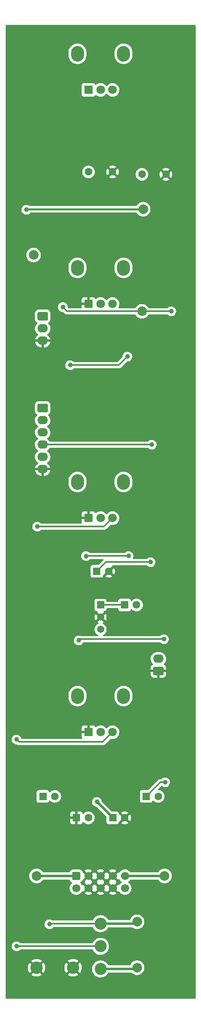
<source format=gtl>
G04 #@! TF.GenerationSoftware,KiCad,Pcbnew,6.0.5+dfsg-1~bpo11+1*
G04 #@! TF.CreationDate,2022-07-21T18:59:06+00:00*
G04 #@! TF.ProjectId,sample_and_hold_board,73616d70-6c65-45f6-916e-645f686f6c64,0*
G04 #@! TF.SameCoordinates,Original*
G04 #@! TF.FileFunction,Copper,L1,Top*
G04 #@! TF.FilePolarity,Positive*
%FSLAX46Y46*%
G04 Gerber Fmt 4.6, Leading zero omitted, Abs format (unit mm)*
G04 Created by KiCad (PCBNEW 6.0.5+dfsg-1~bpo11+1) date 2022-07-21 18:59:06*
%MOMM*%
%LPD*%
G01*
G04 APERTURE LIST*
G04 #@! TA.AperFunction,ComponentPad*
%ADD10O,2.720000X3.240000*%
G04 #@! TD*
G04 #@! TA.AperFunction,ComponentPad*
%ADD11R,1.800000X1.800000*%
G04 #@! TD*
G04 #@! TA.AperFunction,ComponentPad*
%ADD12C,1.800000*%
G04 #@! TD*
G04 #@! TA.AperFunction,ComponentPad*
%ADD13C,2.500000*%
G04 #@! TD*
G04 #@! TA.AperFunction,ComponentPad*
%ADD14R,1.600000X1.600000*%
G04 #@! TD*
G04 #@! TA.AperFunction,ComponentPad*
%ADD15C,1.600000*%
G04 #@! TD*
G04 #@! TA.AperFunction,ComponentPad*
%ADD16C,2.000000*%
G04 #@! TD*
G04 #@! TA.AperFunction,ComponentPad*
%ADD17O,2.190000X1.740000*%
G04 #@! TD*
G04 #@! TA.AperFunction,ComponentPad*
%ADD18C,2.600000*%
G04 #@! TD*
G04 #@! TA.AperFunction,ComponentPad*
%ADD19C,1.700000*%
G04 #@! TD*
G04 #@! TA.AperFunction,ComponentPad*
%ADD20R,1.500000X1.500000*%
G04 #@! TD*
G04 #@! TA.AperFunction,ComponentPad*
%ADD21C,1.500000*%
G04 #@! TD*
G04 #@! TA.AperFunction,ViaPad*
%ADD22C,1.000000*%
G04 #@! TD*
G04 #@! TA.AperFunction,Conductor*
%ADD23C,0.300000*%
G04 #@! TD*
G04 #@! TA.AperFunction,Conductor*
%ADD24C,0.500000*%
G04 #@! TD*
G04 #@! TA.AperFunction,Conductor*
%ADD25C,0.400000*%
G04 #@! TD*
G04 APERTURE END LIST*
D10*
X108940000Y-172215000D03*
X99340000Y-172215000D03*
D11*
X101640000Y-179715000D03*
D12*
X104140000Y-179715000D03*
X106640000Y-179715000D03*
D13*
X104140000Y-228865000D03*
X104140000Y-224165000D03*
X104140000Y-219465000D03*
D10*
X108940000Y-83315000D03*
X99340000Y-83315000D03*
D11*
X101640000Y-90815000D03*
D12*
X104140000Y-90815000D03*
X106640000Y-90815000D03*
D10*
X99340000Y-127765000D03*
X108940000Y-127765000D03*
D11*
X101640000Y-135265000D03*
D12*
X104140000Y-135265000D03*
X106640000Y-135265000D03*
D10*
X108940000Y-38865000D03*
X99340000Y-38865000D03*
D11*
X101640000Y-46365000D03*
D12*
X104140000Y-46365000D03*
X106640000Y-46365000D03*
D14*
X113665000Y-193050000D03*
D15*
X116165000Y-193050000D03*
X101640000Y-63383000D03*
X106640000Y-63383000D03*
D14*
X103359621Y-146314000D03*
D15*
X105859621Y-146314000D03*
D14*
X99100000Y-197495000D03*
D15*
X101600000Y-197495000D03*
D16*
X117475000Y-209560000D03*
D14*
X109154000Y-153299000D03*
D15*
X111654000Y-153299000D03*
G04 #@! TA.AperFunction,ComponentPad*
G36*
G01*
X117050000Y-167885000D02*
X115360000Y-167885000D01*
G75*
G02*
X115110000Y-167635000I0J250000D01*
G01*
X115110000Y-166395000D01*
G75*
G02*
X115360000Y-166145000I250000J0D01*
G01*
X117050000Y-166145000D01*
G75*
G02*
X117300000Y-166395000I0J-250000D01*
G01*
X117300000Y-167635000D01*
G75*
G02*
X117050000Y-167885000I-250000J0D01*
G01*
G37*
G04 #@! TD.AperFunction*
D17*
X116205000Y-164475000D03*
D18*
X90805000Y-228610000D03*
X98425000Y-228610000D03*
G04 #@! TA.AperFunction,ComponentPad*
G36*
G01*
X91230000Y-111535000D02*
X92920000Y-111535000D01*
G75*
G02*
X93170000Y-111785000I0J-250000D01*
G01*
X93170000Y-113025000D01*
G75*
G02*
X92920000Y-113275000I-250000J0D01*
G01*
X91230000Y-113275000D01*
G75*
G02*
X90980000Y-113025000I0J250000D01*
G01*
X90980000Y-111785000D01*
G75*
G02*
X91230000Y-111535000I250000J0D01*
G01*
G37*
G04 #@! TD.AperFunction*
D17*
X92075000Y-114945000D03*
X92075000Y-117485000D03*
X92075000Y-120025000D03*
X92075000Y-122565000D03*
X92075000Y-125105000D03*
G04 #@! TA.AperFunction,ComponentPad*
G36*
G01*
X91250000Y-92485000D02*
X92940000Y-92485000D01*
G75*
G02*
X93190000Y-92735000I0J-250000D01*
G01*
X93190000Y-93975000D01*
G75*
G02*
X92940000Y-94225000I-250000J0D01*
G01*
X91250000Y-94225000D01*
G75*
G02*
X91000000Y-93975000I0J250000D01*
G01*
X91000000Y-92735000D01*
G75*
G02*
X91250000Y-92485000I250000J0D01*
G01*
G37*
G04 #@! TD.AperFunction*
X92095000Y-95895000D03*
X92095000Y-98435000D03*
D16*
X112776000Y-92339000D03*
D14*
X106680000Y-197495000D03*
D15*
X109180000Y-197495000D03*
D16*
X90170000Y-80655000D03*
X111760000Y-219085000D03*
X90805000Y-209560000D03*
D14*
X92115000Y-193050000D03*
D15*
X94615000Y-193050000D03*
D16*
X111760000Y-228610000D03*
G04 #@! TA.AperFunction,ComponentPad*
G36*
G01*
X98460000Y-208710000D02*
X99660000Y-208710000D01*
G75*
G02*
X99910000Y-208960000I0J-250000D01*
G01*
X99910000Y-210160000D01*
G75*
G02*
X99660000Y-210410000I-250000J0D01*
G01*
X98460000Y-210410000D01*
G75*
G02*
X98210000Y-210160000I0J250000D01*
G01*
X98210000Y-208960000D01*
G75*
G02*
X98460000Y-208710000I250000J0D01*
G01*
G37*
G04 #@! TD.AperFunction*
D19*
X99060000Y-212100000D03*
X101600000Y-209560000D03*
X101600000Y-212100000D03*
X104140000Y-209560000D03*
X104140000Y-212100000D03*
X106680000Y-209560000D03*
X106680000Y-212100000D03*
X109220000Y-209560000D03*
X109220000Y-212100000D03*
D15*
X112776000Y-63891000D03*
X117776000Y-63891000D03*
D20*
X104140000Y-153299000D03*
D21*
X104140000Y-155839000D03*
X104140000Y-158379000D03*
D16*
X113030000Y-71130000D03*
D22*
X109728000Y-101737000D03*
X97790000Y-103515000D03*
X114554000Y-144409000D03*
X109728000Y-192415000D03*
X92710000Y-88021000D03*
X98552000Y-79893000D03*
X114046000Y-151013000D03*
X109474000Y-67447000D03*
X99060000Y-67447000D03*
X99060000Y-110373000D03*
X98806000Y-192415000D03*
X98552000Y-56779000D03*
X90170000Y-159395000D03*
X109220000Y-110373000D03*
X109982000Y-79893000D03*
X117602000Y-190129000D03*
X117348000Y-160411000D03*
X99568000Y-160665000D03*
X93472000Y-219593000D03*
X101099520Y-143146520D03*
X103378000Y-194193000D03*
X109982000Y-143139000D03*
X88646000Y-71257000D03*
X86614000Y-181239000D03*
X86614000Y-224165000D03*
X114808000Y-120025000D03*
X90932000Y-137043000D03*
X118872000Y-92339000D03*
X96266000Y-91450000D03*
D23*
X97790000Y-103515000D02*
X107950000Y-103515000D01*
X107950000Y-103515000D02*
X109728000Y-101737000D01*
D24*
X104140000Y-228865000D02*
X111505000Y-228865000D01*
X111505000Y-228865000D02*
X111760000Y-228610000D01*
D23*
X105264621Y-144409000D02*
X114554000Y-144409000D01*
X103359621Y-146314000D02*
X105264621Y-144409000D01*
X117602000Y-190129000D02*
X116586000Y-190129000D01*
X117348000Y-160411000D02*
X99822000Y-160411000D01*
X116586000Y-190129000D02*
X113665000Y-193050000D01*
X99822000Y-160411000D02*
X99568000Y-160665000D01*
X104140000Y-153299000D02*
X109154000Y-153299000D01*
X93472000Y-219593000D02*
X93600000Y-219465000D01*
D24*
X111380000Y-219465000D02*
X111760000Y-219085000D01*
D23*
X93600000Y-219465000D02*
X104140000Y-219465000D01*
D24*
X104140000Y-219465000D02*
X111380000Y-219465000D01*
D23*
X101107040Y-143139000D02*
X101099520Y-143146520D01*
D24*
X106680000Y-197495000D02*
X103378000Y-194193000D01*
D23*
X109982000Y-143139000D02*
X101107040Y-143139000D01*
D24*
X117475000Y-209560000D02*
X109220000Y-209560000D01*
X90805000Y-209560000D02*
X99060000Y-209560000D01*
D25*
X113030000Y-71130000D02*
X88773000Y-71130000D01*
X88773000Y-71130000D02*
X88646000Y-71257000D01*
D23*
X87122000Y-181747000D02*
X104608000Y-181747000D01*
X86614000Y-181239000D02*
X87122000Y-181747000D01*
X104140000Y-224165000D02*
X86614000Y-224165000D01*
X104608000Y-181747000D02*
X106640000Y-179715000D01*
X92075000Y-120025000D02*
X114808000Y-120025000D01*
X90932000Y-137043000D02*
X104862000Y-137043000D01*
X104862000Y-137043000D02*
X106640000Y-135265000D01*
X118999000Y-92339000D02*
X112776000Y-92339000D01*
X97155000Y-92339000D02*
X96266000Y-91450000D01*
X112776000Y-92339000D02*
X97155000Y-92339000D01*
G04 #@! TA.AperFunction,Conductor*
G36*
X123893621Y-32923502D02*
G01*
X123940114Y-32977158D01*
X123951500Y-33029500D01*
X123951500Y-234960500D01*
X123931498Y-235028621D01*
X123877842Y-235075114D01*
X123825500Y-235086500D01*
X84454500Y-235086500D01*
X84386379Y-235066498D01*
X84339886Y-235012842D01*
X84328500Y-234960500D01*
X84328500Y-230054906D01*
X89724839Y-230054906D01*
X89733553Y-230066427D01*
X89840452Y-230144809D01*
X89848351Y-230149745D01*
X90077905Y-230270519D01*
X90086454Y-230274236D01*
X90331327Y-230359749D01*
X90340336Y-230362163D01*
X90595166Y-230410544D01*
X90604423Y-230411598D01*
X90863607Y-230421783D01*
X90872921Y-230421457D01*
X91130753Y-230393220D01*
X91139930Y-230391519D01*
X91390758Y-230325481D01*
X91399574Y-230322445D01*
X91637880Y-230220062D01*
X91646167Y-230215748D01*
X91866718Y-230079266D01*
X91874268Y-230073780D01*
X91879559Y-230069301D01*
X91887997Y-230056497D01*
X91887065Y-230054906D01*
X97344839Y-230054906D01*
X97353553Y-230066427D01*
X97460452Y-230144809D01*
X97468351Y-230149745D01*
X97697905Y-230270519D01*
X97706454Y-230274236D01*
X97951327Y-230359749D01*
X97960336Y-230362163D01*
X98215166Y-230410544D01*
X98224423Y-230411598D01*
X98483607Y-230421783D01*
X98492921Y-230421457D01*
X98750753Y-230393220D01*
X98759930Y-230391519D01*
X99010758Y-230325481D01*
X99019574Y-230322445D01*
X99257880Y-230220062D01*
X99266167Y-230215748D01*
X99486718Y-230079266D01*
X99494268Y-230073780D01*
X99499559Y-230069301D01*
X99507997Y-230056497D01*
X99501935Y-230046145D01*
X98437812Y-228982022D01*
X98423868Y-228974408D01*
X98422035Y-228974539D01*
X98415420Y-228978790D01*
X97351497Y-230042713D01*
X97344839Y-230054906D01*
X91887065Y-230054906D01*
X91881935Y-230046145D01*
X90817812Y-228982022D01*
X90803868Y-228974408D01*
X90802035Y-228974539D01*
X90795420Y-228978790D01*
X89731497Y-230042713D01*
X89724839Y-230054906D01*
X84328500Y-230054906D01*
X84328500Y-228567211D01*
X88992775Y-228567211D01*
X89005220Y-228826288D01*
X89006356Y-228835543D01*
X89056961Y-229089945D01*
X89059449Y-229098917D01*
X89147095Y-229343033D01*
X89150895Y-229351568D01*
X89273658Y-229580042D01*
X89278666Y-229587904D01*
X89348720Y-229681716D01*
X89359979Y-229690165D01*
X89372397Y-229683393D01*
X90432978Y-228622812D01*
X90439356Y-228611132D01*
X91169408Y-228611132D01*
X91169539Y-228612965D01*
X91173790Y-228619580D01*
X92241094Y-229686884D01*
X92253474Y-229693644D01*
X92261815Y-229687400D01*
X92395832Y-229479048D01*
X92400275Y-229470864D01*
X92506807Y-229234370D01*
X92509997Y-229225605D01*
X92580402Y-228975972D01*
X92582262Y-228966830D01*
X92615187Y-228708019D01*
X92615668Y-228701733D01*
X92617987Y-228613160D01*
X92617836Y-228606851D01*
X92614890Y-228567211D01*
X96612775Y-228567211D01*
X96625220Y-228826288D01*
X96626356Y-228835543D01*
X96676961Y-229089945D01*
X96679449Y-229098917D01*
X96767095Y-229343033D01*
X96770895Y-229351568D01*
X96893658Y-229580042D01*
X96898666Y-229587904D01*
X96968720Y-229681716D01*
X96979979Y-229690165D01*
X96992397Y-229683393D01*
X98052978Y-228622812D01*
X98059356Y-228611132D01*
X98789408Y-228611132D01*
X98789539Y-228612965D01*
X98793790Y-228619580D01*
X99861094Y-229686884D01*
X99873474Y-229693644D01*
X99881815Y-229687400D01*
X100015832Y-229479048D01*
X100020275Y-229470864D01*
X100126807Y-229234370D01*
X100129997Y-229225605D01*
X100200402Y-228975972D01*
X100202262Y-228966830D01*
X100221089Y-228818839D01*
X102377173Y-228818839D01*
X102377397Y-228823505D01*
X102377397Y-228823511D01*
X102378743Y-228851524D01*
X102389713Y-229079908D01*
X102440704Y-229336256D01*
X102529026Y-229582252D01*
X102531242Y-229586376D01*
X102595753Y-229706437D01*
X102652737Y-229812491D01*
X102655532Y-229816234D01*
X102655534Y-229816237D01*
X102806330Y-230018177D01*
X102806335Y-230018183D01*
X102809122Y-230021915D01*
X102812431Y-230025195D01*
X102812436Y-230025201D01*
X102991426Y-230202635D01*
X102994743Y-230205923D01*
X102998505Y-230208681D01*
X102998508Y-230208684D01*
X103201750Y-230357707D01*
X103205524Y-230360474D01*
X103209667Y-230362654D01*
X103209669Y-230362655D01*
X103432684Y-230479989D01*
X103432689Y-230479991D01*
X103436834Y-230482172D01*
X103683590Y-230568344D01*
X103688183Y-230569216D01*
X103935785Y-230616224D01*
X103935788Y-230616224D01*
X103940374Y-230617095D01*
X104070959Y-230622226D01*
X104196875Y-230627174D01*
X104196881Y-230627174D01*
X104201543Y-230627357D01*
X104280978Y-230618657D01*
X104456707Y-230599412D01*
X104456712Y-230599411D01*
X104461360Y-230598902D01*
X104574116Y-230569216D01*
X104709594Y-230533548D01*
X104709596Y-230533547D01*
X104714117Y-230532357D01*
X104954262Y-230429182D01*
X105176519Y-230291646D01*
X105180082Y-230288629D01*
X105180087Y-230288626D01*
X105372439Y-230125787D01*
X105372440Y-230125786D01*
X105376005Y-230122768D01*
X105434123Y-230056497D01*
X105545257Y-229929774D01*
X105545261Y-229929769D01*
X105548339Y-229926259D01*
X105609634Y-229830965D01*
X105687208Y-229710363D01*
X105687210Y-229710360D01*
X105689733Y-229706437D01*
X105693646Y-229697751D01*
X105739859Y-229643856D01*
X105808528Y-229623500D01*
X110583716Y-229623500D01*
X110651837Y-229643502D01*
X110679526Y-229667669D01*
X110690031Y-229679969D01*
X110693793Y-229683182D01*
X110693795Y-229683184D01*
X110701969Y-229690165D01*
X110870584Y-229834176D01*
X110874792Y-229836755D01*
X110874798Y-229836759D01*
X111014431Y-229922326D01*
X111073037Y-229958240D01*
X111077607Y-229960133D01*
X111077611Y-229960135D01*
X111287833Y-230047211D01*
X111292406Y-230049105D01*
X111372609Y-230068360D01*
X111518476Y-230103380D01*
X111518482Y-230103381D01*
X111523289Y-230104535D01*
X111760000Y-230123165D01*
X111996711Y-230104535D01*
X112001518Y-230103381D01*
X112001524Y-230103380D01*
X112147391Y-230068360D01*
X112227594Y-230049105D01*
X112232167Y-230047211D01*
X112442389Y-229960135D01*
X112442393Y-229960133D01*
X112446963Y-229958240D01*
X112505569Y-229922326D01*
X112645202Y-229836759D01*
X112645208Y-229836755D01*
X112649416Y-229834176D01*
X112829969Y-229679969D01*
X112833186Y-229676203D01*
X112915315Y-229580042D01*
X112984176Y-229499416D01*
X112986755Y-229495208D01*
X112986759Y-229495202D01*
X113105654Y-229301183D01*
X113108240Y-229296963D01*
X113137798Y-229225605D01*
X113197211Y-229082167D01*
X113197212Y-229082165D01*
X113199105Y-229077594D01*
X113254535Y-228846711D01*
X113273165Y-228610000D01*
X113254535Y-228373289D01*
X113199105Y-228142406D01*
X113197211Y-228137833D01*
X113110135Y-227927611D01*
X113110133Y-227927607D01*
X113108240Y-227923037D01*
X113022358Y-227782891D01*
X112986759Y-227724798D01*
X112986755Y-227724792D01*
X112984176Y-227720584D01*
X112829969Y-227540031D01*
X112824867Y-227535673D01*
X112805382Y-227519032D01*
X112649416Y-227385824D01*
X112645208Y-227383245D01*
X112645202Y-227383241D01*
X112451183Y-227264346D01*
X112446963Y-227261760D01*
X112442393Y-227259867D01*
X112442389Y-227259865D01*
X112232167Y-227172789D01*
X112232165Y-227172788D01*
X112227594Y-227170895D01*
X112138644Y-227149540D01*
X112001524Y-227116620D01*
X112001518Y-227116619D01*
X111996711Y-227115465D01*
X111760000Y-227096835D01*
X111523289Y-227115465D01*
X111518482Y-227116619D01*
X111518476Y-227116620D01*
X111381356Y-227149540D01*
X111292406Y-227170895D01*
X111287835Y-227172788D01*
X111287833Y-227172789D01*
X111077611Y-227259865D01*
X111077607Y-227259867D01*
X111073037Y-227261760D01*
X111068817Y-227264346D01*
X110874798Y-227383241D01*
X110874792Y-227383245D01*
X110870584Y-227385824D01*
X110714618Y-227519032D01*
X110695134Y-227535673D01*
X110690031Y-227540031D01*
X110535824Y-227720584D01*
X110533245Y-227724792D01*
X110533241Y-227724798D01*
X110497642Y-227782891D01*
X110411760Y-227923037D01*
X110409867Y-227927607D01*
X110409865Y-227927611D01*
X110367986Y-228028718D01*
X110323438Y-228083999D01*
X110251577Y-228106500D01*
X105805147Y-228106500D01*
X105737026Y-228086498D01*
X105695754Y-228043023D01*
X105604270Y-227882960D01*
X105601951Y-227878902D01*
X105440138Y-227673643D01*
X105249763Y-227494557D01*
X105035009Y-227345576D01*
X105030816Y-227343508D01*
X104804781Y-227232040D01*
X104804778Y-227232039D01*
X104800593Y-227229975D01*
X104754449Y-227215204D01*
X104556123Y-227151720D01*
X104551665Y-227150293D01*
X104293693Y-227108279D01*
X104179942Y-227106790D01*
X104037022Y-227104919D01*
X104037019Y-227104919D01*
X104032345Y-227104858D01*
X103773362Y-227140104D01*
X103522433Y-227213243D01*
X103518180Y-227215203D01*
X103518179Y-227215204D01*
X103481659Y-227232040D01*
X103285072Y-227322668D01*
X103246067Y-227348241D01*
X103070404Y-227463410D01*
X103070399Y-227463414D01*
X103066491Y-227465976D01*
X102871494Y-227640018D01*
X102704363Y-227840970D01*
X102701934Y-227844973D01*
X102584051Y-228039239D01*
X102568771Y-228064419D01*
X102467697Y-228305455D01*
X102403359Y-228558783D01*
X102402891Y-228563434D01*
X102402890Y-228563438D01*
X102397705Y-228614930D01*
X102377173Y-228818839D01*
X100221089Y-228818839D01*
X100235187Y-228708019D01*
X100235668Y-228701733D01*
X100237987Y-228613160D01*
X100237836Y-228606851D01*
X100218501Y-228346663D01*
X100217125Y-228337457D01*
X100159878Y-228084467D01*
X100157154Y-228075556D01*
X100063143Y-227833806D01*
X100059132Y-227825397D01*
X99930422Y-227600202D01*
X99925211Y-227592476D01*
X99881996Y-227537658D01*
X99870071Y-227529187D01*
X99858537Y-227535673D01*
X98797022Y-228597188D01*
X98789408Y-228611132D01*
X98059356Y-228611132D01*
X98060592Y-228608868D01*
X98060461Y-228607035D01*
X98056210Y-228600420D01*
X96990816Y-227535026D01*
X96977507Y-227527758D01*
X96967472Y-227534878D01*
X96951937Y-227553556D01*
X96946531Y-227561135D01*
X96811965Y-227782891D01*
X96807736Y-227791192D01*
X96707432Y-228030389D01*
X96704471Y-228039239D01*
X96640628Y-228290625D01*
X96639006Y-228299822D01*
X96613020Y-228557885D01*
X96612775Y-228567211D01*
X92614890Y-228567211D01*
X92598501Y-228346663D01*
X92597125Y-228337457D01*
X92539878Y-228084467D01*
X92537154Y-228075556D01*
X92443143Y-227833806D01*
X92439132Y-227825397D01*
X92310422Y-227600202D01*
X92305211Y-227592476D01*
X92261996Y-227537658D01*
X92250071Y-227529187D01*
X92238537Y-227535673D01*
X91177022Y-228597188D01*
X91169408Y-228611132D01*
X90439356Y-228611132D01*
X90440592Y-228608868D01*
X90440461Y-228607035D01*
X90436210Y-228600420D01*
X89370816Y-227535026D01*
X89357507Y-227527758D01*
X89347472Y-227534878D01*
X89331937Y-227553556D01*
X89326531Y-227561135D01*
X89191965Y-227782891D01*
X89187736Y-227791192D01*
X89087432Y-228030389D01*
X89084471Y-228039239D01*
X89020628Y-228290625D01*
X89019006Y-228299822D01*
X88993020Y-228557885D01*
X88992775Y-228567211D01*
X84328500Y-228567211D01*
X84328500Y-227162689D01*
X89722102Y-227162689D01*
X89726675Y-227172465D01*
X90792188Y-228237978D01*
X90806132Y-228245592D01*
X90807965Y-228245461D01*
X90814580Y-228241210D01*
X91879349Y-227176441D01*
X91885733Y-227164751D01*
X91884130Y-227162689D01*
X97342102Y-227162689D01*
X97346675Y-227172465D01*
X98412188Y-228237978D01*
X98426132Y-228245592D01*
X98427965Y-228245461D01*
X98434580Y-228241210D01*
X99499349Y-227176441D01*
X99505733Y-227164751D01*
X99496321Y-227152641D01*
X99349045Y-227050471D01*
X99341010Y-227045738D01*
X99108376Y-226931016D01*
X99099743Y-226927528D01*
X98852703Y-226848450D01*
X98843643Y-226846274D01*
X98587630Y-226804580D01*
X98578343Y-226803768D01*
X98318992Y-226800373D01*
X98309681Y-226800943D01*
X98052682Y-226835919D01*
X98043546Y-226837860D01*
X97794543Y-226910439D01*
X97785800Y-226913707D01*
X97550252Y-227022296D01*
X97542097Y-227026816D01*
X97351240Y-227151947D01*
X97342102Y-227162689D01*
X91884130Y-227162689D01*
X91876321Y-227152641D01*
X91729045Y-227050471D01*
X91721010Y-227045738D01*
X91488376Y-226931016D01*
X91479743Y-226927528D01*
X91232703Y-226848450D01*
X91223643Y-226846274D01*
X90967630Y-226804580D01*
X90958343Y-226803768D01*
X90698992Y-226800373D01*
X90689681Y-226800943D01*
X90432682Y-226835919D01*
X90423546Y-226837860D01*
X90174543Y-226910439D01*
X90165800Y-226913707D01*
X89930252Y-227022296D01*
X89922097Y-227026816D01*
X89731240Y-227151947D01*
X89722102Y-227162689D01*
X84328500Y-227162689D01*
X84328500Y-224150851D01*
X85600719Y-224150851D01*
X85601235Y-224156995D01*
X85609920Y-224260421D01*
X85617268Y-224347934D01*
X85618967Y-224353858D01*
X85666916Y-224521076D01*
X85671783Y-224538050D01*
X85762187Y-224713956D01*
X85885035Y-224868953D01*
X86035650Y-224997136D01*
X86208294Y-225093624D01*
X86396392Y-225154740D01*
X86592777Y-225178158D01*
X86598912Y-225177686D01*
X86598914Y-225177686D01*
X86783830Y-225163457D01*
X86783834Y-225163456D01*
X86789972Y-225162984D01*
X86980463Y-225109798D01*
X86985967Y-225107018D01*
X86985969Y-225107017D01*
X87151495Y-225023404D01*
X87151497Y-225023403D01*
X87156996Y-225020625D01*
X87312847Y-224898861D01*
X87340203Y-224867169D01*
X87399856Y-224828672D01*
X87435584Y-224823500D01*
X102422123Y-224823500D01*
X102490244Y-224843502D01*
X102533115Y-224889862D01*
X102649796Y-225107017D01*
X102652737Y-225112491D01*
X102655532Y-225116234D01*
X102655534Y-225116237D01*
X102806330Y-225318177D01*
X102806335Y-225318183D01*
X102809122Y-225321915D01*
X102812431Y-225325195D01*
X102812436Y-225325201D01*
X102991426Y-225502635D01*
X102994743Y-225505923D01*
X102998505Y-225508681D01*
X102998508Y-225508684D01*
X103201750Y-225657707D01*
X103205524Y-225660474D01*
X103209667Y-225662654D01*
X103209669Y-225662655D01*
X103432684Y-225779989D01*
X103432689Y-225779991D01*
X103436834Y-225782172D01*
X103683590Y-225868344D01*
X103688183Y-225869216D01*
X103935785Y-225916224D01*
X103935788Y-225916224D01*
X103940374Y-225917095D01*
X104070958Y-225922226D01*
X104196875Y-225927174D01*
X104196881Y-225927174D01*
X104201543Y-225927357D01*
X104280977Y-225918657D01*
X104456707Y-225899412D01*
X104456712Y-225899411D01*
X104461360Y-225898902D01*
X104574116Y-225869216D01*
X104709594Y-225833548D01*
X104709596Y-225833547D01*
X104714117Y-225832357D01*
X104954262Y-225729182D01*
X105176519Y-225591646D01*
X105180082Y-225588629D01*
X105180087Y-225588626D01*
X105372439Y-225425787D01*
X105372440Y-225425786D01*
X105376005Y-225422768D01*
X105467729Y-225318177D01*
X105545257Y-225229774D01*
X105545261Y-225229769D01*
X105548339Y-225226259D01*
X105579748Y-225177429D01*
X105687205Y-225010367D01*
X105689733Y-225006437D01*
X105797083Y-224768129D01*
X105811000Y-224718783D01*
X105866760Y-224521076D01*
X105866761Y-224521073D01*
X105868030Y-224516572D01*
X105901014Y-224257291D01*
X105903431Y-224165000D01*
X105901924Y-224144726D01*
X105884407Y-223909000D01*
X105884406Y-223908996D01*
X105884061Y-223904348D01*
X105826377Y-223649423D01*
X105745314Y-223440968D01*
X105733340Y-223410176D01*
X105733339Y-223410173D01*
X105731647Y-223405823D01*
X105601951Y-223178902D01*
X105440138Y-222973643D01*
X105249763Y-222794557D01*
X105035009Y-222645576D01*
X105030816Y-222643508D01*
X104804781Y-222532040D01*
X104804778Y-222532039D01*
X104800593Y-222529975D01*
X104754449Y-222515204D01*
X104556123Y-222451720D01*
X104551665Y-222450293D01*
X104293693Y-222408279D01*
X104179942Y-222406790D01*
X104037022Y-222404919D01*
X104037019Y-222404919D01*
X104032345Y-222404858D01*
X103773362Y-222440104D01*
X103522433Y-222513243D01*
X103518180Y-222515203D01*
X103518179Y-222515204D01*
X103481659Y-222532040D01*
X103285072Y-222622668D01*
X103246067Y-222648241D01*
X103070404Y-222763410D01*
X103070399Y-222763414D01*
X103066491Y-222765976D01*
X102871494Y-222940018D01*
X102704363Y-223140970D01*
X102687347Y-223169011D01*
X102590386Y-223328799D01*
X102568771Y-223364419D01*
X102541595Y-223429228D01*
X102496808Y-223484311D01*
X102425399Y-223506500D01*
X87438209Y-223506500D01*
X87370088Y-223486498D01*
X87340567Y-223460136D01*
X87336960Y-223455713D01*
X87336956Y-223455709D01*
X87333065Y-223450938D01*
X87223650Y-223360422D01*
X87185425Y-223328799D01*
X87185421Y-223328797D01*
X87180675Y-223324870D01*
X87006701Y-223230802D01*
X86817768Y-223172318D01*
X86811643Y-223171674D01*
X86811642Y-223171674D01*
X86627204Y-223152289D01*
X86627202Y-223152289D01*
X86621075Y-223151645D01*
X86538576Y-223159153D01*
X86430251Y-223169011D01*
X86430248Y-223169012D01*
X86424112Y-223169570D01*
X86418206Y-223171308D01*
X86418202Y-223171309D01*
X86313076Y-223202249D01*
X86234381Y-223225410D01*
X86228923Y-223228263D01*
X86228919Y-223228265D01*
X86138147Y-223275720D01*
X86059110Y-223317040D01*
X85904975Y-223440968D01*
X85777846Y-223592474D01*
X85774879Y-223597872D01*
X85774875Y-223597877D01*
X85746538Y-223649423D01*
X85682567Y-223765787D01*
X85622765Y-223954306D01*
X85600719Y-224150851D01*
X84328500Y-224150851D01*
X84328500Y-219578851D01*
X92458719Y-219578851D01*
X92475268Y-219775934D01*
X92529783Y-219966050D01*
X92559730Y-220024319D01*
X92615449Y-220132736D01*
X92620187Y-220141956D01*
X92743035Y-220296953D01*
X92747728Y-220300947D01*
X92747729Y-220300948D01*
X92883194Y-220416237D01*
X92893650Y-220425136D01*
X93066294Y-220521624D01*
X93254392Y-220582740D01*
X93450777Y-220606158D01*
X93456912Y-220605686D01*
X93456914Y-220605686D01*
X93641830Y-220591457D01*
X93641834Y-220591456D01*
X93647972Y-220590984D01*
X93838463Y-220537798D01*
X93843967Y-220535018D01*
X93843969Y-220535017D01*
X94009495Y-220451404D01*
X94009497Y-220451403D01*
X94014996Y-220448625D01*
X94170847Y-220326861D01*
X94300078Y-220177145D01*
X94300807Y-220175862D01*
X94355145Y-220132736D01*
X94402496Y-220123500D01*
X102422123Y-220123500D01*
X102490244Y-220143502D01*
X102533115Y-220189862D01*
X102604221Y-220322197D01*
X102652737Y-220412491D01*
X102655532Y-220416234D01*
X102655534Y-220416237D01*
X102806330Y-220618177D01*
X102806335Y-220618183D01*
X102809122Y-220621915D01*
X102812431Y-220625195D01*
X102812436Y-220625201D01*
X102991426Y-220802635D01*
X102994743Y-220805923D01*
X102998505Y-220808681D01*
X102998508Y-220808684D01*
X103201750Y-220957707D01*
X103205524Y-220960474D01*
X103209667Y-220962654D01*
X103209669Y-220962655D01*
X103432684Y-221079989D01*
X103432689Y-221079991D01*
X103436834Y-221082172D01*
X103683590Y-221168344D01*
X103688183Y-221169216D01*
X103935785Y-221216224D01*
X103935788Y-221216224D01*
X103940374Y-221217095D01*
X104070958Y-221222226D01*
X104196875Y-221227174D01*
X104196881Y-221227174D01*
X104201543Y-221227357D01*
X104280977Y-221218657D01*
X104456707Y-221199412D01*
X104456712Y-221199411D01*
X104461360Y-221198902D01*
X104574116Y-221169216D01*
X104709594Y-221133548D01*
X104709596Y-221133547D01*
X104714117Y-221132357D01*
X104954262Y-221029182D01*
X105176519Y-220891646D01*
X105180082Y-220888629D01*
X105180087Y-220888626D01*
X105372439Y-220725787D01*
X105372440Y-220725786D01*
X105376005Y-220722768D01*
X105467729Y-220618177D01*
X105545257Y-220529774D01*
X105545261Y-220529769D01*
X105548339Y-220526259D01*
X105550943Y-220522211D01*
X105687208Y-220310363D01*
X105687210Y-220310360D01*
X105689733Y-220306437D01*
X105693646Y-220297751D01*
X105739859Y-220243856D01*
X105808528Y-220223500D01*
X110723787Y-220223500D01*
X110791908Y-220243502D01*
X110805617Y-220253689D01*
X110866819Y-220305961D01*
X110866824Y-220305964D01*
X110870584Y-220309176D01*
X111073037Y-220433240D01*
X111077607Y-220435133D01*
X111077611Y-220435135D01*
X111279159Y-220518618D01*
X111292406Y-220524105D01*
X111337858Y-220535017D01*
X111518476Y-220578380D01*
X111518482Y-220578381D01*
X111523289Y-220579535D01*
X111760000Y-220598165D01*
X111996711Y-220579535D01*
X112001518Y-220578381D01*
X112001524Y-220578380D01*
X112182142Y-220535017D01*
X112227594Y-220524105D01*
X112240841Y-220518618D01*
X112442389Y-220435135D01*
X112442393Y-220435133D01*
X112446963Y-220433240D01*
X112455284Y-220428141D01*
X112645202Y-220311759D01*
X112645208Y-220311755D01*
X112649416Y-220309176D01*
X112829969Y-220154969D01*
X112984176Y-219974416D01*
X112986755Y-219970208D01*
X112986759Y-219970202D01*
X113105654Y-219776183D01*
X113108240Y-219771963D01*
X113199105Y-219552594D01*
X113218360Y-219472391D01*
X113253380Y-219326524D01*
X113253381Y-219326518D01*
X113254535Y-219321711D01*
X113273165Y-219085000D01*
X113254535Y-218848289D01*
X113244503Y-218806500D01*
X113200260Y-218622218D01*
X113199105Y-218617406D01*
X113140216Y-218475234D01*
X113110135Y-218402611D01*
X113110133Y-218402607D01*
X113108240Y-218398037D01*
X113030050Y-218270443D01*
X112986759Y-218199798D01*
X112986755Y-218199792D01*
X112984176Y-218195584D01*
X112829969Y-218015031D01*
X112649416Y-217860824D01*
X112645208Y-217858245D01*
X112645202Y-217858241D01*
X112451183Y-217739346D01*
X112446963Y-217736760D01*
X112442393Y-217734867D01*
X112442389Y-217734865D01*
X112232167Y-217647789D01*
X112232165Y-217647788D01*
X112227594Y-217645895D01*
X112147391Y-217626640D01*
X112001524Y-217591620D01*
X112001518Y-217591619D01*
X111996711Y-217590465D01*
X111760000Y-217571835D01*
X111523289Y-217590465D01*
X111518482Y-217591619D01*
X111518476Y-217591620D01*
X111372609Y-217626640D01*
X111292406Y-217645895D01*
X111287835Y-217647788D01*
X111287833Y-217647789D01*
X111077611Y-217734865D01*
X111077607Y-217734867D01*
X111073037Y-217736760D01*
X111068817Y-217739346D01*
X110874798Y-217858241D01*
X110874792Y-217858245D01*
X110870584Y-217860824D01*
X110690031Y-218015031D01*
X110535824Y-218195584D01*
X110533245Y-218199792D01*
X110533241Y-218199798D01*
X110489950Y-218270443D01*
X110411760Y-218398037D01*
X110409867Y-218402607D01*
X110409865Y-218402611D01*
X110379784Y-218475234D01*
X110320895Y-218617406D01*
X110320280Y-218619966D01*
X110280574Y-218678039D01*
X110215179Y-218705678D01*
X110200811Y-218706500D01*
X105805147Y-218706500D01*
X105737026Y-218686498D01*
X105695754Y-218643023D01*
X105604270Y-218482960D01*
X105601951Y-218478902D01*
X105440138Y-218273643D01*
X105249763Y-218094557D01*
X105035009Y-217945576D01*
X105030816Y-217943508D01*
X104804781Y-217832040D01*
X104804778Y-217832039D01*
X104800593Y-217829975D01*
X104754449Y-217815204D01*
X104556123Y-217751720D01*
X104551665Y-217750293D01*
X104293693Y-217708279D01*
X104179942Y-217706790D01*
X104037022Y-217704919D01*
X104037019Y-217704919D01*
X104032345Y-217704858D01*
X103773362Y-217740104D01*
X103522433Y-217813243D01*
X103518180Y-217815203D01*
X103518179Y-217815204D01*
X103481659Y-217832040D01*
X103285072Y-217922668D01*
X103246067Y-217948241D01*
X103070404Y-218063410D01*
X103070399Y-218063414D01*
X103066491Y-218065976D01*
X102871494Y-218240018D01*
X102704363Y-218440970D01*
X102701934Y-218444973D01*
X102600077Y-218612829D01*
X102568771Y-218664419D01*
X102541595Y-218729228D01*
X102496808Y-218784311D01*
X102425399Y-218806500D01*
X94148866Y-218806500D01*
X94080745Y-218786498D01*
X94068552Y-218777586D01*
X94043424Y-218756799D01*
X94038675Y-218752870D01*
X93864701Y-218658802D01*
X93675768Y-218600318D01*
X93669643Y-218599674D01*
X93669642Y-218599674D01*
X93485204Y-218580289D01*
X93485202Y-218580289D01*
X93479075Y-218579645D01*
X93396576Y-218587153D01*
X93288251Y-218597011D01*
X93288248Y-218597012D01*
X93282112Y-218597570D01*
X93276206Y-218599308D01*
X93276202Y-218599309D01*
X93198364Y-218622218D01*
X93092381Y-218653410D01*
X93086923Y-218656263D01*
X93086919Y-218656265D01*
X93045270Y-218678039D01*
X92917110Y-218745040D01*
X92762975Y-218868968D01*
X92635846Y-219020474D01*
X92632879Y-219025872D01*
X92632875Y-219025877D01*
X92597662Y-219089930D01*
X92540567Y-219193787D01*
X92480765Y-219382306D01*
X92458719Y-219578851D01*
X84328500Y-219578851D01*
X84328500Y-209560000D01*
X89291835Y-209560000D01*
X89310465Y-209796711D01*
X89365895Y-210027594D01*
X89367788Y-210032165D01*
X89367789Y-210032167D01*
X89451677Y-210234691D01*
X89456760Y-210246963D01*
X89459346Y-210251183D01*
X89578241Y-210445202D01*
X89578245Y-210445208D01*
X89580824Y-210449416D01*
X89735031Y-210629969D01*
X89915584Y-210784176D01*
X89919792Y-210786755D01*
X89919798Y-210786759D01*
X90090498Y-210891364D01*
X90118037Y-210908240D01*
X90122607Y-210910133D01*
X90122611Y-210910135D01*
X90332833Y-210997211D01*
X90337406Y-210999105D01*
X90417609Y-211018360D01*
X90563476Y-211053380D01*
X90563482Y-211053381D01*
X90568289Y-211054535D01*
X90805000Y-211073165D01*
X91041711Y-211054535D01*
X91046518Y-211053381D01*
X91046524Y-211053380D01*
X91192391Y-211018360D01*
X91272594Y-210999105D01*
X91277167Y-210997211D01*
X91487389Y-210910135D01*
X91487393Y-210910133D01*
X91491963Y-210908240D01*
X91519502Y-210891364D01*
X91690202Y-210786759D01*
X91690208Y-210786755D01*
X91694416Y-210784176D01*
X91874969Y-210629969D01*
X92029176Y-210449416D01*
X92072533Y-210378664D01*
X92125181Y-210331033D01*
X92179965Y-210318500D01*
X97622462Y-210318500D01*
X97690583Y-210338502D01*
X97737076Y-210392158D01*
X97741986Y-210404624D01*
X97755523Y-210445199D01*
X97768450Y-210483946D01*
X97861522Y-210634348D01*
X97986697Y-210759305D01*
X97992927Y-210763145D01*
X97992928Y-210763146D01*
X98119104Y-210840922D01*
X98137262Y-210852115D01*
X98144209Y-210854419D01*
X98146276Y-210855383D01*
X98199561Y-210902299D01*
X98219023Y-210970576D01*
X98198482Y-211038536D01*
X98168681Y-211070337D01*
X98154965Y-211080635D01*
X98000629Y-211242138D01*
X97874743Y-211426680D01*
X97780688Y-211629305D01*
X97720989Y-211844570D01*
X97697251Y-212066695D01*
X97697548Y-212071848D01*
X97697548Y-212071851D01*
X97703011Y-212166590D01*
X97710110Y-212289715D01*
X97711247Y-212294761D01*
X97711248Y-212294767D01*
X97731119Y-212382939D01*
X97759222Y-212507639D01*
X97843266Y-212714616D01*
X97880072Y-212774678D01*
X97957288Y-212900683D01*
X97959987Y-212905088D01*
X98106250Y-213073938D01*
X98278126Y-213216632D01*
X98471000Y-213329338D01*
X98679692Y-213409030D01*
X98684760Y-213410061D01*
X98684763Y-213410062D01*
X98789604Y-213431392D01*
X98898597Y-213453567D01*
X98903772Y-213453757D01*
X98903774Y-213453757D01*
X99116673Y-213461564D01*
X99116677Y-213461564D01*
X99121837Y-213461753D01*
X99126957Y-213461097D01*
X99126959Y-213461097D01*
X99338288Y-213434025D01*
X99338289Y-213434025D01*
X99343416Y-213433368D01*
X99348366Y-213431883D01*
X99552429Y-213370661D01*
X99552434Y-213370659D01*
X99557384Y-213369174D01*
X99757994Y-213270896D01*
X99822544Y-213224853D01*
X100839977Y-213224853D01*
X100845258Y-213231907D01*
X101006756Y-213326279D01*
X101016042Y-213330729D01*
X101215001Y-213406703D01*
X101224899Y-213409579D01*
X101433595Y-213452038D01*
X101443823Y-213453257D01*
X101656650Y-213461062D01*
X101666936Y-213460595D01*
X101878185Y-213433534D01*
X101888262Y-213431392D01*
X102092255Y-213370191D01*
X102101842Y-213366433D01*
X102293098Y-213272738D01*
X102301944Y-213267465D01*
X102349247Y-213233723D01*
X102356211Y-213224853D01*
X103379977Y-213224853D01*
X103385258Y-213231907D01*
X103546756Y-213326279D01*
X103556042Y-213330729D01*
X103755001Y-213406703D01*
X103764899Y-213409579D01*
X103973595Y-213452038D01*
X103983823Y-213453257D01*
X104196650Y-213461062D01*
X104206936Y-213460595D01*
X104418185Y-213433534D01*
X104428262Y-213431392D01*
X104632255Y-213370191D01*
X104641842Y-213366433D01*
X104833098Y-213272738D01*
X104841944Y-213267465D01*
X104889247Y-213233723D01*
X104896211Y-213224853D01*
X105919977Y-213224853D01*
X105925258Y-213231907D01*
X106086756Y-213326279D01*
X106096042Y-213330729D01*
X106295001Y-213406703D01*
X106304899Y-213409579D01*
X106513595Y-213452038D01*
X106523823Y-213453257D01*
X106736650Y-213461062D01*
X106746936Y-213460595D01*
X106958185Y-213433534D01*
X106968262Y-213431392D01*
X107172255Y-213370191D01*
X107181842Y-213366433D01*
X107373098Y-213272738D01*
X107381944Y-213267465D01*
X107429247Y-213233723D01*
X107437648Y-213223023D01*
X107430660Y-213209870D01*
X106692812Y-212472022D01*
X106678868Y-212464408D01*
X106677035Y-212464539D01*
X106670420Y-212468790D01*
X105926737Y-213212473D01*
X105919977Y-213224853D01*
X104896211Y-213224853D01*
X104897648Y-213223023D01*
X104890660Y-213209870D01*
X104152812Y-212472022D01*
X104138868Y-212464408D01*
X104137035Y-212464539D01*
X104130420Y-212468790D01*
X103386737Y-213212473D01*
X103379977Y-213224853D01*
X102356211Y-213224853D01*
X102357648Y-213223023D01*
X102350660Y-213209870D01*
X101612812Y-212472022D01*
X101598868Y-212464408D01*
X101597035Y-212464539D01*
X101590420Y-212468790D01*
X100846737Y-213212473D01*
X100839977Y-213224853D01*
X99822544Y-213224853D01*
X99939860Y-213141173D01*
X100098096Y-212983489D01*
X100157594Y-212900689D01*
X100228453Y-212802077D01*
X100229640Y-212802930D01*
X100276960Y-212759362D01*
X100346897Y-212747145D01*
X100412338Y-212774678D01*
X100440166Y-212806512D01*
X100466459Y-212849419D01*
X100476916Y-212858880D01*
X100485694Y-212855096D01*
X101227978Y-212112812D01*
X101234356Y-212101132D01*
X101964408Y-212101132D01*
X101964539Y-212102965D01*
X101968790Y-212109580D01*
X102710474Y-212851264D01*
X102722484Y-212857823D01*
X102734223Y-212848855D01*
X102768022Y-212801819D01*
X102769149Y-212802629D01*
X102816659Y-212758881D01*
X102886596Y-212746661D01*
X102952038Y-212774191D01*
X102979870Y-212806029D01*
X103006459Y-212849419D01*
X103016916Y-212858880D01*
X103025694Y-212855096D01*
X103767978Y-212112812D01*
X103774356Y-212101132D01*
X104504408Y-212101132D01*
X104504539Y-212102965D01*
X104508790Y-212109580D01*
X105250474Y-212851264D01*
X105262484Y-212857823D01*
X105274223Y-212848855D01*
X105308022Y-212801819D01*
X105309149Y-212802629D01*
X105356659Y-212758881D01*
X105426596Y-212746661D01*
X105492038Y-212774191D01*
X105519870Y-212806029D01*
X105546459Y-212849419D01*
X105556916Y-212858880D01*
X105565694Y-212855096D01*
X106307978Y-212112812D01*
X106314356Y-212101132D01*
X107044408Y-212101132D01*
X107044539Y-212102965D01*
X107048790Y-212109580D01*
X107790474Y-212851264D01*
X107802484Y-212857823D01*
X107814223Y-212848855D01*
X107848022Y-212801819D01*
X107849277Y-212802721D01*
X107896391Y-212759355D01*
X107966330Y-212747148D01*
X108031767Y-212774691D01*
X108059580Y-212806513D01*
X108117287Y-212900683D01*
X108117291Y-212900688D01*
X108119987Y-212905088D01*
X108266250Y-213073938D01*
X108438126Y-213216632D01*
X108631000Y-213329338D01*
X108839692Y-213409030D01*
X108844760Y-213410061D01*
X108844763Y-213410062D01*
X108949604Y-213431392D01*
X109058597Y-213453567D01*
X109063772Y-213453757D01*
X109063774Y-213453757D01*
X109276673Y-213461564D01*
X109276677Y-213461564D01*
X109281837Y-213461753D01*
X109286957Y-213461097D01*
X109286959Y-213461097D01*
X109498288Y-213434025D01*
X109498289Y-213434025D01*
X109503416Y-213433368D01*
X109508366Y-213431883D01*
X109712429Y-213370661D01*
X109712434Y-213370659D01*
X109717384Y-213369174D01*
X109917994Y-213270896D01*
X110099860Y-213141173D01*
X110258096Y-212983489D01*
X110317594Y-212900689D01*
X110385435Y-212806277D01*
X110388453Y-212802077D01*
X110401995Y-212774678D01*
X110485136Y-212606453D01*
X110485137Y-212606451D01*
X110487430Y-212601811D01*
X110552370Y-212388069D01*
X110581529Y-212166590D01*
X110583156Y-212100000D01*
X110564852Y-211877361D01*
X110510431Y-211660702D01*
X110421354Y-211455840D01*
X110300014Y-211268277D01*
X110149670Y-211103051D01*
X110145616Y-211099849D01*
X110145615Y-211099848D01*
X109978414Y-210967800D01*
X109978410Y-210967798D01*
X109974359Y-210964598D01*
X109933053Y-210941796D01*
X109883084Y-210891364D01*
X109868312Y-210821921D01*
X109893428Y-210755516D01*
X109920780Y-210728909D01*
X109985110Y-210683023D01*
X110099860Y-210601173D01*
X110258096Y-210443489D01*
X110283615Y-210407976D01*
X110310203Y-210370974D01*
X110366198Y-210327326D01*
X110412526Y-210318500D01*
X116100035Y-210318500D01*
X116168156Y-210338502D01*
X116207466Y-210378663D01*
X116250824Y-210449416D01*
X116405031Y-210629969D01*
X116585584Y-210784176D01*
X116589792Y-210786755D01*
X116589798Y-210786759D01*
X116760498Y-210891364D01*
X116788037Y-210908240D01*
X116792607Y-210910133D01*
X116792611Y-210910135D01*
X117002833Y-210997211D01*
X117007406Y-210999105D01*
X117087609Y-211018360D01*
X117233476Y-211053380D01*
X117233482Y-211053381D01*
X117238289Y-211054535D01*
X117475000Y-211073165D01*
X117711711Y-211054535D01*
X117716518Y-211053381D01*
X117716524Y-211053380D01*
X117862391Y-211018360D01*
X117942594Y-210999105D01*
X117947167Y-210997211D01*
X118157389Y-210910135D01*
X118157393Y-210910133D01*
X118161963Y-210908240D01*
X118189502Y-210891364D01*
X118360202Y-210786759D01*
X118360208Y-210786755D01*
X118364416Y-210784176D01*
X118544969Y-210629969D01*
X118699176Y-210449416D01*
X118701755Y-210445208D01*
X118701759Y-210445202D01*
X118820654Y-210251183D01*
X118823240Y-210246963D01*
X118828324Y-210234691D01*
X118912211Y-210032167D01*
X118912212Y-210032165D01*
X118914105Y-210027594D01*
X118969535Y-209796711D01*
X118988165Y-209560000D01*
X118969535Y-209323289D01*
X118914105Y-209092406D01*
X118823240Y-208873037D01*
X118813998Y-208857955D01*
X118701759Y-208674798D01*
X118701755Y-208674792D01*
X118699176Y-208670584D01*
X118544969Y-208490031D01*
X118364416Y-208335824D01*
X118360208Y-208333245D01*
X118360202Y-208333241D01*
X118166183Y-208214346D01*
X118161963Y-208211760D01*
X118157393Y-208209867D01*
X118157389Y-208209865D01*
X117947167Y-208122789D01*
X117947165Y-208122788D01*
X117942594Y-208120895D01*
X117862391Y-208101640D01*
X117716524Y-208066620D01*
X117716518Y-208066619D01*
X117711711Y-208065465D01*
X117475000Y-208046835D01*
X117238289Y-208065465D01*
X117233482Y-208066619D01*
X117233476Y-208066620D01*
X117087609Y-208101640D01*
X117007406Y-208120895D01*
X117002835Y-208122788D01*
X117002833Y-208122789D01*
X116792611Y-208209865D01*
X116792607Y-208209867D01*
X116788037Y-208211760D01*
X116783817Y-208214346D01*
X116589798Y-208333241D01*
X116589792Y-208333245D01*
X116585584Y-208335824D01*
X116405031Y-208490031D01*
X116401823Y-208493787D01*
X116254037Y-208666822D01*
X116250824Y-208670584D01*
X116212813Y-208732612D01*
X116207467Y-208741336D01*
X116154819Y-208788967D01*
X116100035Y-208801500D01*
X110415939Y-208801500D01*
X110347818Y-208781498D01*
X110310147Y-208743941D01*
X110302818Y-208732612D01*
X110300014Y-208728277D01*
X110149670Y-208563051D01*
X110145619Y-208559852D01*
X110145615Y-208559848D01*
X109978414Y-208427800D01*
X109978410Y-208427798D01*
X109974359Y-208424598D01*
X109778789Y-208316638D01*
X109773920Y-208314914D01*
X109773916Y-208314912D01*
X109573087Y-208243795D01*
X109573083Y-208243794D01*
X109568212Y-208242069D01*
X109563119Y-208241162D01*
X109563116Y-208241161D01*
X109353373Y-208203800D01*
X109353367Y-208203799D01*
X109348284Y-208202894D01*
X109274452Y-208201992D01*
X109130081Y-208200228D01*
X109130079Y-208200228D01*
X109124911Y-208200165D01*
X108904091Y-208233955D01*
X108691756Y-208303357D01*
X108634349Y-208333241D01*
X108571678Y-208365866D01*
X108493607Y-208406507D01*
X108489474Y-208409610D01*
X108489471Y-208409612D01*
X108319100Y-208537530D01*
X108314965Y-208540635D01*
X108311393Y-208544373D01*
X108228580Y-208631032D01*
X108160629Y-208702138D01*
X108087693Y-208809059D01*
X108052898Y-208860066D01*
X107997987Y-208905069D01*
X107927462Y-208913240D01*
X107863715Y-208881986D01*
X107843017Y-208857501D01*
X107813062Y-208811197D01*
X107802377Y-208801995D01*
X107792812Y-208806398D01*
X107052022Y-209547188D01*
X107044408Y-209561132D01*
X107044539Y-209562965D01*
X107048790Y-209569580D01*
X107790474Y-210311264D01*
X107802484Y-210317823D01*
X107814223Y-210308855D01*
X107848022Y-210261819D01*
X107849277Y-210262721D01*
X107896391Y-210219355D01*
X107966330Y-210207148D01*
X108031767Y-210234691D01*
X108059580Y-210266513D01*
X108117287Y-210360683D01*
X108117291Y-210360688D01*
X108119987Y-210365088D01*
X108266250Y-210533938D01*
X108438126Y-210676632D01*
X108449063Y-210683023D01*
X108511445Y-210719476D01*
X108560169Y-210771114D01*
X108573240Y-210840897D01*
X108546509Y-210906669D01*
X108506055Y-210940027D01*
X108493607Y-210946507D01*
X108489474Y-210949610D01*
X108489471Y-210949612D01*
X108324914Y-211073165D01*
X108314965Y-211080635D01*
X108160629Y-211242138D01*
X108087693Y-211349059D01*
X108052898Y-211400066D01*
X107997987Y-211445069D01*
X107927462Y-211453240D01*
X107863715Y-211421986D01*
X107843017Y-211397501D01*
X107813062Y-211351197D01*
X107802377Y-211341995D01*
X107792812Y-211346398D01*
X107052022Y-212087188D01*
X107044408Y-212101132D01*
X106314356Y-212101132D01*
X106315592Y-212098868D01*
X106315461Y-212097035D01*
X106311210Y-212090420D01*
X105569849Y-211349059D01*
X105558313Y-211342759D01*
X105546028Y-211352384D01*
X105513192Y-211400520D01*
X105458281Y-211445523D01*
X105387756Y-211453694D01*
X105324009Y-211422440D01*
X105303311Y-211397955D01*
X105273062Y-211351197D01*
X105262377Y-211341995D01*
X105252812Y-211346398D01*
X104512022Y-212087188D01*
X104504408Y-212101132D01*
X103774356Y-212101132D01*
X103775592Y-212098868D01*
X103775461Y-212097035D01*
X103771210Y-212090420D01*
X103029849Y-211349059D01*
X103018313Y-211342759D01*
X103006028Y-211352384D01*
X102973192Y-211400520D01*
X102918281Y-211445523D01*
X102847756Y-211453694D01*
X102784009Y-211422440D01*
X102763311Y-211397955D01*
X102733062Y-211351197D01*
X102722377Y-211341995D01*
X102712812Y-211346398D01*
X101972022Y-212087188D01*
X101964408Y-212101132D01*
X101234356Y-212101132D01*
X101235592Y-212098868D01*
X101235461Y-212097035D01*
X101231210Y-212090420D01*
X100489849Y-211349059D01*
X100478313Y-211342759D01*
X100466031Y-211352382D01*
X100433499Y-211400072D01*
X100378587Y-211445075D01*
X100308063Y-211453246D01*
X100244316Y-211421992D01*
X100223618Y-211397508D01*
X100142822Y-211272617D01*
X100142820Y-211272614D01*
X100140014Y-211268277D01*
X99989670Y-211103051D01*
X99947006Y-211069357D01*
X99905944Y-211011441D01*
X99902712Y-210940518D01*
X99938337Y-210879107D01*
X99971647Y-210856376D01*
X99977007Y-210853865D01*
X99983946Y-210851550D01*
X100134348Y-210758478D01*
X100207845Y-210684853D01*
X100839977Y-210684853D01*
X100845258Y-210691907D01*
X100892479Y-210719501D01*
X100941203Y-210771139D01*
X100954274Y-210840922D01*
X100927543Y-210906694D01*
X100887087Y-210940053D01*
X100878466Y-210944541D01*
X100869734Y-210950039D01*
X100849677Y-210965099D01*
X100841223Y-210976427D01*
X100847968Y-210988758D01*
X101587188Y-211727978D01*
X101601132Y-211735592D01*
X101602965Y-211735461D01*
X101609580Y-211731210D01*
X102353389Y-210987401D01*
X102360410Y-210974544D01*
X102353611Y-210965213D01*
X102349559Y-210962521D01*
X102312116Y-210941852D01*
X102262145Y-210891420D01*
X102247373Y-210821977D01*
X102272489Y-210755572D01*
X102299840Y-210728965D01*
X102349247Y-210693723D01*
X102356211Y-210684853D01*
X103379977Y-210684853D01*
X103385258Y-210691907D01*
X103432479Y-210719501D01*
X103481203Y-210771139D01*
X103494274Y-210840922D01*
X103467543Y-210906694D01*
X103427087Y-210940053D01*
X103418466Y-210944541D01*
X103409734Y-210950039D01*
X103389677Y-210965099D01*
X103381223Y-210976427D01*
X103387968Y-210988758D01*
X104127188Y-211727978D01*
X104141132Y-211735592D01*
X104142965Y-211735461D01*
X104149580Y-211731210D01*
X104893389Y-210987401D01*
X104900410Y-210974544D01*
X104893611Y-210965213D01*
X104889559Y-210962521D01*
X104852116Y-210941852D01*
X104802145Y-210891420D01*
X104787373Y-210821977D01*
X104812489Y-210755572D01*
X104839840Y-210728965D01*
X104889247Y-210693723D01*
X104896211Y-210684853D01*
X105919977Y-210684853D01*
X105925258Y-210691907D01*
X105972479Y-210719501D01*
X106021203Y-210771139D01*
X106034274Y-210840922D01*
X106007543Y-210906694D01*
X105967087Y-210940053D01*
X105958466Y-210944541D01*
X105949734Y-210950039D01*
X105929677Y-210965099D01*
X105921223Y-210976427D01*
X105927968Y-210988758D01*
X106667188Y-211727978D01*
X106681132Y-211735592D01*
X106682965Y-211735461D01*
X106689580Y-211731210D01*
X107433389Y-210987401D01*
X107440410Y-210974544D01*
X107433611Y-210965213D01*
X107429559Y-210962521D01*
X107392116Y-210941852D01*
X107342145Y-210891420D01*
X107327373Y-210821977D01*
X107352489Y-210755572D01*
X107379840Y-210728965D01*
X107429247Y-210693723D01*
X107437648Y-210683023D01*
X107430660Y-210669870D01*
X106692812Y-209932022D01*
X106678868Y-209924408D01*
X106677035Y-209924539D01*
X106670420Y-209928790D01*
X105926737Y-210672473D01*
X105919977Y-210684853D01*
X104896211Y-210684853D01*
X104897648Y-210683023D01*
X104890660Y-210669870D01*
X104152812Y-209932022D01*
X104138868Y-209924408D01*
X104137035Y-209924539D01*
X104130420Y-209928790D01*
X103386737Y-210672473D01*
X103379977Y-210684853D01*
X102356211Y-210684853D01*
X102357648Y-210683023D01*
X102350660Y-210669870D01*
X101612812Y-209932022D01*
X101598868Y-209924408D01*
X101597035Y-209924539D01*
X101590420Y-209928790D01*
X100846737Y-210672473D01*
X100839977Y-210684853D01*
X100207845Y-210684853D01*
X100259305Y-210633303D01*
X100281357Y-210597529D01*
X100348275Y-210488968D01*
X100348276Y-210488966D01*
X100352115Y-210482738D01*
X100376913Y-210407975D01*
X100417342Y-210349616D01*
X100446630Y-210331934D01*
X100485694Y-210315096D01*
X101227978Y-209572812D01*
X101234356Y-209561132D01*
X101964408Y-209561132D01*
X101964539Y-209562965D01*
X101968790Y-209569580D01*
X102710474Y-210311264D01*
X102722484Y-210317823D01*
X102734223Y-210308855D01*
X102768022Y-210261819D01*
X102769149Y-210262629D01*
X102816659Y-210218881D01*
X102886596Y-210206661D01*
X102952038Y-210234191D01*
X102979870Y-210266029D01*
X103006459Y-210309419D01*
X103016916Y-210318880D01*
X103025694Y-210315096D01*
X103767978Y-209572812D01*
X103774356Y-209561132D01*
X104504408Y-209561132D01*
X104504539Y-209562965D01*
X104508790Y-209569580D01*
X105250474Y-210311264D01*
X105262484Y-210317823D01*
X105274223Y-210308855D01*
X105308022Y-210261819D01*
X105309149Y-210262629D01*
X105356659Y-210218881D01*
X105426596Y-210206661D01*
X105492038Y-210234191D01*
X105519870Y-210266029D01*
X105546459Y-210309419D01*
X105556916Y-210318880D01*
X105565694Y-210315096D01*
X106307978Y-209572812D01*
X106315592Y-209558868D01*
X106315461Y-209557035D01*
X106311210Y-209550420D01*
X105569849Y-208809059D01*
X105558313Y-208802759D01*
X105546028Y-208812384D01*
X105513192Y-208860520D01*
X105458281Y-208905523D01*
X105387756Y-208913694D01*
X105324009Y-208882440D01*
X105303311Y-208857955D01*
X105273062Y-208811197D01*
X105262377Y-208801995D01*
X105252812Y-208806398D01*
X104512022Y-209547188D01*
X104504408Y-209561132D01*
X103774356Y-209561132D01*
X103775592Y-209558868D01*
X103775461Y-209557035D01*
X103771210Y-209550420D01*
X103029849Y-208809059D01*
X103018313Y-208802759D01*
X103006028Y-208812384D01*
X102973192Y-208860520D01*
X102918281Y-208905523D01*
X102847756Y-208913694D01*
X102784009Y-208882440D01*
X102763311Y-208857955D01*
X102733062Y-208811197D01*
X102722377Y-208801995D01*
X102712812Y-208806398D01*
X101972022Y-209547188D01*
X101964408Y-209561132D01*
X101234356Y-209561132D01*
X101235592Y-209558868D01*
X101235461Y-209557035D01*
X101231210Y-209550420D01*
X100489849Y-208809059D01*
X100449510Y-208787031D01*
X100436523Y-208784206D01*
X100386322Y-208734003D01*
X100377388Y-208713497D01*
X100353870Y-208643007D01*
X100353869Y-208643005D01*
X100351550Y-208636054D01*
X100258478Y-208485652D01*
X100209167Y-208436427D01*
X100841223Y-208436427D01*
X100847968Y-208448758D01*
X101587188Y-209187978D01*
X101601132Y-209195592D01*
X101602965Y-209195461D01*
X101609580Y-209191210D01*
X102353389Y-208447401D01*
X102359382Y-208436427D01*
X103381223Y-208436427D01*
X103387968Y-208448758D01*
X104127188Y-209187978D01*
X104141132Y-209195592D01*
X104142965Y-209195461D01*
X104149580Y-209191210D01*
X104893389Y-208447401D01*
X104899382Y-208436427D01*
X105921223Y-208436427D01*
X105927968Y-208448758D01*
X106667188Y-209187978D01*
X106681132Y-209195592D01*
X106682965Y-209195461D01*
X106689580Y-209191210D01*
X107433389Y-208447401D01*
X107440410Y-208434544D01*
X107433611Y-208425213D01*
X107429554Y-208422518D01*
X107243117Y-208319599D01*
X107233705Y-208315369D01*
X107032959Y-208244280D01*
X107022989Y-208241646D01*
X106813327Y-208204301D01*
X106803073Y-208203331D01*
X106590116Y-208200728D01*
X106579832Y-208201448D01*
X106369321Y-208233661D01*
X106359293Y-208236050D01*
X106156868Y-208302212D01*
X106147359Y-208306209D01*
X105958466Y-208404540D01*
X105949734Y-208410039D01*
X105929677Y-208425099D01*
X105921223Y-208436427D01*
X104899382Y-208436427D01*
X104900410Y-208434544D01*
X104893611Y-208425213D01*
X104889554Y-208422518D01*
X104703117Y-208319599D01*
X104693705Y-208315369D01*
X104492959Y-208244280D01*
X104482989Y-208241646D01*
X104273327Y-208204301D01*
X104263073Y-208203331D01*
X104050116Y-208200728D01*
X104039832Y-208201448D01*
X103829321Y-208233661D01*
X103819293Y-208236050D01*
X103616868Y-208302212D01*
X103607359Y-208306209D01*
X103418466Y-208404540D01*
X103409734Y-208410039D01*
X103389677Y-208425099D01*
X103381223Y-208436427D01*
X102359382Y-208436427D01*
X102360410Y-208434544D01*
X102353611Y-208425213D01*
X102349554Y-208422518D01*
X102163117Y-208319599D01*
X102153705Y-208315369D01*
X101952959Y-208244280D01*
X101942989Y-208241646D01*
X101733327Y-208204301D01*
X101723073Y-208203331D01*
X101510116Y-208200728D01*
X101499832Y-208201448D01*
X101289321Y-208233661D01*
X101279293Y-208236050D01*
X101076868Y-208302212D01*
X101067359Y-208306209D01*
X100878466Y-208404540D01*
X100869734Y-208410039D01*
X100849677Y-208425099D01*
X100841223Y-208436427D01*
X100209167Y-208436427D01*
X100133303Y-208360695D01*
X100088765Y-208333241D01*
X99988968Y-208271725D01*
X99988966Y-208271724D01*
X99982738Y-208267885D01*
X99822254Y-208214655D01*
X99821389Y-208214368D01*
X99821387Y-208214368D01*
X99814861Y-208212203D01*
X99808025Y-208211503D01*
X99808022Y-208211502D01*
X99764969Y-208207091D01*
X99710400Y-208201500D01*
X98409600Y-208201500D01*
X98406354Y-208201837D01*
X98406350Y-208201837D01*
X98310692Y-208211762D01*
X98310688Y-208211763D01*
X98303834Y-208212474D01*
X98297298Y-208214655D01*
X98297296Y-208214655D01*
X98234631Y-208235562D01*
X98136054Y-208268450D01*
X97985652Y-208361522D01*
X97980479Y-208366704D01*
X97924762Y-208422518D01*
X97860695Y-208486697D01*
X97856855Y-208492927D01*
X97856854Y-208492928D01*
X97813630Y-208563051D01*
X97767885Y-208637262D01*
X97756833Y-208670584D01*
X97742045Y-208715167D01*
X97701614Y-208773527D01*
X97636050Y-208800764D01*
X97622452Y-208801500D01*
X92179965Y-208801500D01*
X92111844Y-208781498D01*
X92072533Y-208741336D01*
X92067187Y-208732612D01*
X92029176Y-208670584D01*
X92025963Y-208666822D01*
X91878177Y-208493787D01*
X91874969Y-208490031D01*
X91694416Y-208335824D01*
X91690208Y-208333245D01*
X91690202Y-208333241D01*
X91496183Y-208214346D01*
X91491963Y-208211760D01*
X91487393Y-208209867D01*
X91487389Y-208209865D01*
X91277167Y-208122789D01*
X91277165Y-208122788D01*
X91272594Y-208120895D01*
X91192391Y-208101640D01*
X91046524Y-208066620D01*
X91046518Y-208066619D01*
X91041711Y-208065465D01*
X90805000Y-208046835D01*
X90568289Y-208065465D01*
X90563482Y-208066619D01*
X90563476Y-208066620D01*
X90417609Y-208101640D01*
X90337406Y-208120895D01*
X90332835Y-208122788D01*
X90332833Y-208122789D01*
X90122611Y-208209865D01*
X90122607Y-208209867D01*
X90118037Y-208211760D01*
X90113817Y-208214346D01*
X89919798Y-208333241D01*
X89919792Y-208333245D01*
X89915584Y-208335824D01*
X89735031Y-208490031D01*
X89580824Y-208670584D01*
X89578245Y-208674792D01*
X89578241Y-208674798D01*
X89466002Y-208857955D01*
X89456760Y-208873037D01*
X89365895Y-209092406D01*
X89310465Y-209323289D01*
X89291835Y-209560000D01*
X84328500Y-209560000D01*
X84328500Y-198339669D01*
X97792001Y-198339669D01*
X97792371Y-198346490D01*
X97797895Y-198397352D01*
X97801521Y-198412604D01*
X97846676Y-198533054D01*
X97855214Y-198548649D01*
X97931715Y-198650724D01*
X97944276Y-198663285D01*
X98046351Y-198739786D01*
X98061946Y-198748324D01*
X98182394Y-198793478D01*
X98197649Y-198797105D01*
X98248514Y-198802631D01*
X98255328Y-198803000D01*
X98827885Y-198803000D01*
X98843124Y-198798525D01*
X98844329Y-198797135D01*
X98846000Y-198789452D01*
X98846000Y-198784884D01*
X99354000Y-198784884D01*
X99358475Y-198800123D01*
X99359865Y-198801328D01*
X99367548Y-198802999D01*
X99944669Y-198802999D01*
X99951490Y-198802629D01*
X100002352Y-198797105D01*
X100017604Y-198793479D01*
X100138054Y-198748324D01*
X100153649Y-198739786D01*
X100255724Y-198663285D01*
X100268285Y-198650724D01*
X100344786Y-198548649D01*
X100353324Y-198533054D01*
X100401252Y-198405207D01*
X100403112Y-198405904D01*
X100433131Y-198353372D01*
X100496090Y-198320558D01*
X100566794Y-198326992D01*
X100609581Y-198355079D01*
X100755700Y-198501198D01*
X100760208Y-198504355D01*
X100760211Y-198504357D01*
X100801195Y-198533054D01*
X100943251Y-198632523D01*
X100948233Y-198634846D01*
X100948238Y-198634849D01*
X101144765Y-198726490D01*
X101150757Y-198729284D01*
X101156065Y-198730706D01*
X101156067Y-198730707D01*
X101366598Y-198787119D01*
X101366600Y-198787119D01*
X101371913Y-198788543D01*
X101600000Y-198808498D01*
X101828087Y-198788543D01*
X101833400Y-198787119D01*
X101833402Y-198787119D01*
X102043933Y-198730707D01*
X102043935Y-198730706D01*
X102049243Y-198729284D01*
X102055235Y-198726490D01*
X102251762Y-198634849D01*
X102251767Y-198634846D01*
X102256749Y-198632523D01*
X102398805Y-198533054D01*
X102439789Y-198504357D01*
X102439792Y-198504355D01*
X102444300Y-198501198D01*
X102606198Y-198339300D01*
X102619322Y-198320558D01*
X102734366Y-198156257D01*
X102737523Y-198151749D01*
X102739846Y-198146767D01*
X102739849Y-198146762D01*
X102831961Y-197949225D01*
X102831961Y-197949224D01*
X102834284Y-197944243D01*
X102854976Y-197867022D01*
X102892119Y-197728402D01*
X102892119Y-197728400D01*
X102893543Y-197723087D01*
X102913498Y-197495000D01*
X102893543Y-197266913D01*
X102885028Y-197235135D01*
X102835707Y-197051067D01*
X102835706Y-197051065D01*
X102834284Y-197045757D01*
X102739966Y-196843489D01*
X102739849Y-196843238D01*
X102739846Y-196843233D01*
X102737523Y-196838251D01*
X102644042Y-196704747D01*
X102609357Y-196655211D01*
X102609355Y-196655208D01*
X102606198Y-196650700D01*
X102444300Y-196488802D01*
X102439792Y-196485645D01*
X102439789Y-196485643D01*
X102313920Y-196397509D01*
X102256749Y-196357477D01*
X102251767Y-196355154D01*
X102251762Y-196355151D01*
X102054225Y-196263039D01*
X102054224Y-196263039D01*
X102049243Y-196260716D01*
X102043935Y-196259294D01*
X102043933Y-196259293D01*
X101833402Y-196202881D01*
X101833400Y-196202881D01*
X101828087Y-196201457D01*
X101600000Y-196181502D01*
X101371913Y-196201457D01*
X101366600Y-196202881D01*
X101366598Y-196202881D01*
X101156067Y-196259293D01*
X101156065Y-196259294D01*
X101150757Y-196260716D01*
X101145776Y-196263039D01*
X101145775Y-196263039D01*
X100948238Y-196355151D01*
X100948233Y-196355154D01*
X100943251Y-196357477D01*
X100886080Y-196397509D01*
X100760211Y-196485643D01*
X100760208Y-196485645D01*
X100755700Y-196488802D01*
X100609580Y-196634922D01*
X100547268Y-196668948D01*
X100476453Y-196663883D01*
X100419617Y-196621336D01*
X100402317Y-196584394D01*
X100401252Y-196584793D01*
X100353324Y-196456946D01*
X100344786Y-196441351D01*
X100268285Y-196339276D01*
X100255724Y-196326715D01*
X100153649Y-196250214D01*
X100138054Y-196241676D01*
X100017606Y-196196522D01*
X100002351Y-196192895D01*
X99951486Y-196187369D01*
X99944672Y-196187000D01*
X99372115Y-196187000D01*
X99356876Y-196191475D01*
X99355671Y-196192865D01*
X99354000Y-196200548D01*
X99354000Y-198784884D01*
X98846000Y-198784884D01*
X98846000Y-197767115D01*
X98841525Y-197751876D01*
X98840135Y-197750671D01*
X98832452Y-197749000D01*
X97810116Y-197749000D01*
X97794877Y-197753475D01*
X97793672Y-197754865D01*
X97792001Y-197762548D01*
X97792001Y-198339669D01*
X84328500Y-198339669D01*
X84328500Y-197222885D01*
X97792000Y-197222885D01*
X97796475Y-197238124D01*
X97797865Y-197239329D01*
X97805548Y-197241000D01*
X98827885Y-197241000D01*
X98843124Y-197236525D01*
X98844329Y-197235135D01*
X98846000Y-197227452D01*
X98846000Y-196205116D01*
X98841525Y-196189877D01*
X98840135Y-196188672D01*
X98832452Y-196187001D01*
X98255331Y-196187001D01*
X98248510Y-196187371D01*
X98197648Y-196192895D01*
X98182396Y-196196521D01*
X98061946Y-196241676D01*
X98046351Y-196250214D01*
X97944276Y-196326715D01*
X97931715Y-196339276D01*
X97855214Y-196441351D01*
X97846676Y-196456946D01*
X97801522Y-196577394D01*
X97797895Y-196592649D01*
X97792369Y-196643514D01*
X97792000Y-196650328D01*
X97792000Y-197222885D01*
X84328500Y-197222885D01*
X84328500Y-193898134D01*
X90806500Y-193898134D01*
X90813255Y-193960316D01*
X90864385Y-194096705D01*
X90951739Y-194213261D01*
X91068295Y-194300615D01*
X91204684Y-194351745D01*
X91266866Y-194358500D01*
X92963134Y-194358500D01*
X93025316Y-194351745D01*
X93161705Y-194300615D01*
X93278261Y-194213261D01*
X93365615Y-194096705D01*
X93416745Y-193960316D01*
X93418691Y-193961046D01*
X93448545Y-193908795D01*
X93511503Y-193875979D01*
X93582207Y-193882409D01*
X93625000Y-193910498D01*
X93770700Y-194056198D01*
X93775208Y-194059355D01*
X93775211Y-194059357D01*
X93808056Y-194082355D01*
X93958251Y-194187523D01*
X93963233Y-194189846D01*
X93963238Y-194189849D01*
X94160775Y-194281961D01*
X94165757Y-194284284D01*
X94171065Y-194285706D01*
X94171067Y-194285707D01*
X94381598Y-194342119D01*
X94381600Y-194342119D01*
X94386913Y-194343543D01*
X94615000Y-194363498D01*
X94843087Y-194343543D01*
X94848400Y-194342119D01*
X94848402Y-194342119D01*
X95058933Y-194285707D01*
X95058935Y-194285706D01*
X95064243Y-194284284D01*
X95069225Y-194281961D01*
X95266762Y-194189849D01*
X95266767Y-194189846D01*
X95271749Y-194187523D01*
X95284134Y-194178851D01*
X102364719Y-194178851D01*
X102367608Y-194213261D01*
X102380224Y-194363498D01*
X102381268Y-194375934D01*
X102435783Y-194566050D01*
X102526187Y-194741956D01*
X102649035Y-194896953D01*
X102799650Y-195025136D01*
X102972294Y-195121624D01*
X102978154Y-195123528D01*
X103154531Y-195180836D01*
X103154534Y-195180837D01*
X103160392Y-195182740D01*
X103254463Y-195193958D01*
X103269970Y-195195807D01*
X103335243Y-195223735D01*
X103344145Y-195231826D01*
X105334595Y-197222276D01*
X105368621Y-197284588D01*
X105371500Y-197311371D01*
X105371500Y-198343134D01*
X105378255Y-198405316D01*
X105429385Y-198541705D01*
X105516739Y-198658261D01*
X105633295Y-198745615D01*
X105769684Y-198796745D01*
X105831866Y-198803500D01*
X107528134Y-198803500D01*
X107590316Y-198796745D01*
X107726705Y-198745615D01*
X107843261Y-198658261D01*
X107901119Y-198581062D01*
X108458493Y-198581062D01*
X108467789Y-198593077D01*
X108518994Y-198628931D01*
X108528489Y-198634414D01*
X108725947Y-198726490D01*
X108736239Y-198730236D01*
X108946688Y-198786625D01*
X108957481Y-198788528D01*
X109174525Y-198807517D01*
X109185475Y-198807517D01*
X109402519Y-198788528D01*
X109413312Y-198786625D01*
X109623761Y-198730236D01*
X109634053Y-198726490D01*
X109831511Y-198634414D01*
X109841006Y-198628931D01*
X109893048Y-198592491D01*
X109901424Y-198582012D01*
X109894356Y-198568566D01*
X109192812Y-197867022D01*
X109178868Y-197859408D01*
X109177035Y-197859539D01*
X109170420Y-197863790D01*
X108464923Y-198569287D01*
X108458493Y-198581062D01*
X107901119Y-198581062D01*
X107930615Y-198541705D01*
X107981745Y-198405316D01*
X107988500Y-198343134D01*
X107988500Y-198339815D01*
X108012153Y-198272890D01*
X108058156Y-198237196D01*
X108057141Y-198235266D01*
X108068000Y-198229558D01*
X108068245Y-198229368D01*
X108068403Y-198229347D01*
X108106434Y-198209356D01*
X108807978Y-197507812D01*
X108814356Y-197496132D01*
X109544408Y-197496132D01*
X109544539Y-197497965D01*
X109548790Y-197504580D01*
X110254287Y-198210077D01*
X110266062Y-198216507D01*
X110278077Y-198207211D01*
X110313931Y-198156006D01*
X110319414Y-198146511D01*
X110411490Y-197949053D01*
X110415236Y-197938761D01*
X110471625Y-197728312D01*
X110473528Y-197717519D01*
X110492517Y-197500475D01*
X110492517Y-197489525D01*
X110473528Y-197272481D01*
X110471625Y-197261688D01*
X110415236Y-197051239D01*
X110411490Y-197040947D01*
X110319414Y-196843489D01*
X110313931Y-196833994D01*
X110277491Y-196781952D01*
X110267012Y-196773576D01*
X110253566Y-196780644D01*
X109552022Y-197482188D01*
X109544408Y-197496132D01*
X108814356Y-197496132D01*
X108815592Y-197493868D01*
X108815461Y-197492035D01*
X108811210Y-197485420D01*
X108105713Y-196779923D01*
X108063971Y-196757129D01*
X108053971Y-196754953D01*
X108003773Y-196704747D01*
X107988549Y-196651186D01*
X107988500Y-196650281D01*
X107988500Y-196646866D01*
X107987203Y-196634922D01*
X107982598Y-196592540D01*
X107981745Y-196584684D01*
X107930615Y-196448295D01*
X107900407Y-196407988D01*
X108458576Y-196407988D01*
X108465644Y-196421434D01*
X109167188Y-197122978D01*
X109181132Y-197130592D01*
X109182965Y-197130461D01*
X109189580Y-197126210D01*
X109895077Y-196420713D01*
X109901507Y-196408938D01*
X109892211Y-196396923D01*
X109841006Y-196361069D01*
X109831511Y-196355586D01*
X109634053Y-196263510D01*
X109623761Y-196259764D01*
X109413312Y-196203375D01*
X109402519Y-196201472D01*
X109185475Y-196182483D01*
X109174525Y-196182483D01*
X108957481Y-196201472D01*
X108946688Y-196203375D01*
X108736239Y-196259764D01*
X108725947Y-196263510D01*
X108528489Y-196355586D01*
X108518994Y-196361069D01*
X108466952Y-196397509D01*
X108458576Y-196407988D01*
X107900407Y-196407988D01*
X107843261Y-196331739D01*
X107726705Y-196244385D01*
X107590316Y-196193255D01*
X107528134Y-196186500D01*
X106496371Y-196186500D01*
X106428250Y-196166498D01*
X106407276Y-196149595D01*
X104416835Y-194159154D01*
X104382809Y-194096842D01*
X104380531Y-194082355D01*
X104372681Y-194002299D01*
X104372080Y-193996167D01*
X104342482Y-193898134D01*
X112356500Y-193898134D01*
X112363255Y-193960316D01*
X112414385Y-194096705D01*
X112501739Y-194213261D01*
X112618295Y-194300615D01*
X112754684Y-194351745D01*
X112816866Y-194358500D01*
X114513134Y-194358500D01*
X114575316Y-194351745D01*
X114711705Y-194300615D01*
X114828261Y-194213261D01*
X114915615Y-194096705D01*
X114966745Y-193960316D01*
X114968691Y-193961046D01*
X114998545Y-193908795D01*
X115061503Y-193875979D01*
X115132207Y-193882409D01*
X115175000Y-193910498D01*
X115320700Y-194056198D01*
X115325208Y-194059355D01*
X115325211Y-194059357D01*
X115358056Y-194082355D01*
X115508251Y-194187523D01*
X115513233Y-194189846D01*
X115513238Y-194189849D01*
X115710775Y-194281961D01*
X115715757Y-194284284D01*
X115721065Y-194285706D01*
X115721067Y-194285707D01*
X115931598Y-194342119D01*
X115931600Y-194342119D01*
X115936913Y-194343543D01*
X116165000Y-194363498D01*
X116393087Y-194343543D01*
X116398400Y-194342119D01*
X116398402Y-194342119D01*
X116608933Y-194285707D01*
X116608935Y-194285706D01*
X116614243Y-194284284D01*
X116619225Y-194281961D01*
X116816762Y-194189849D01*
X116816767Y-194189846D01*
X116821749Y-194187523D01*
X116971944Y-194082355D01*
X117004789Y-194059357D01*
X117004792Y-194059355D01*
X117009300Y-194056198D01*
X117171198Y-193894300D01*
X117179525Y-193882409D01*
X117299366Y-193711257D01*
X117302523Y-193706749D01*
X117304846Y-193701767D01*
X117304849Y-193701762D01*
X117396961Y-193504225D01*
X117396961Y-193504224D01*
X117399284Y-193499243D01*
X117406131Y-193473692D01*
X117457119Y-193283402D01*
X117457119Y-193283400D01*
X117458543Y-193278087D01*
X117478498Y-193050000D01*
X117458543Y-192821913D01*
X117399284Y-192600757D01*
X117356500Y-192509006D01*
X117304849Y-192398238D01*
X117304846Y-192398233D01*
X117302523Y-192393251D01*
X117229098Y-192288389D01*
X117174357Y-192210211D01*
X117174355Y-192210208D01*
X117171198Y-192205700D01*
X117009300Y-192043802D01*
X117004792Y-192040645D01*
X117004789Y-192040643D01*
X116926611Y-191985902D01*
X116821749Y-191912477D01*
X116816767Y-191910154D01*
X116816762Y-191910151D01*
X116619225Y-191818039D01*
X116619224Y-191818039D01*
X116614243Y-191815716D01*
X116608935Y-191814294D01*
X116608933Y-191814293D01*
X116398402Y-191757881D01*
X116398400Y-191757881D01*
X116393087Y-191756457D01*
X116387611Y-191755978D01*
X116387606Y-191755977D01*
X116222127Y-191741500D01*
X116199472Y-191739518D01*
X116133353Y-191713655D01*
X116091714Y-191656151D01*
X116087773Y-191585264D01*
X116121358Y-191524902D01*
X116758553Y-190887707D01*
X116820865Y-190853681D01*
X116891680Y-190858746D01*
X116929311Y-190880848D01*
X117018958Y-190957143D01*
X117023650Y-190961136D01*
X117196294Y-191057624D01*
X117384392Y-191118740D01*
X117580777Y-191142158D01*
X117586912Y-191141686D01*
X117586914Y-191141686D01*
X117771830Y-191127457D01*
X117771834Y-191127456D01*
X117777972Y-191126984D01*
X117968463Y-191073798D01*
X117973967Y-191071018D01*
X117973969Y-191071017D01*
X118139495Y-190987404D01*
X118139497Y-190987403D01*
X118144996Y-190984625D01*
X118300847Y-190862861D01*
X118430078Y-190713145D01*
X118527769Y-190541179D01*
X118590197Y-190353513D01*
X118614985Y-190157295D01*
X118615380Y-190129000D01*
X118596080Y-189932167D01*
X118538916Y-189742831D01*
X118446066Y-189568204D01*
X118368777Y-189473438D01*
X118324960Y-189419713D01*
X118324957Y-189419710D01*
X118321065Y-189414938D01*
X118316316Y-189411009D01*
X118173425Y-189292799D01*
X118173421Y-189292797D01*
X118168675Y-189288870D01*
X117994701Y-189194802D01*
X117805768Y-189136318D01*
X117799643Y-189135674D01*
X117799642Y-189135674D01*
X117615204Y-189116289D01*
X117615202Y-189116289D01*
X117609075Y-189115645D01*
X117526576Y-189123153D01*
X117418251Y-189133011D01*
X117418248Y-189133012D01*
X117412112Y-189133570D01*
X117406206Y-189135308D01*
X117406202Y-189135309D01*
X117301076Y-189166249D01*
X117222381Y-189189410D01*
X117216923Y-189192263D01*
X117216919Y-189192265D01*
X117126147Y-189239720D01*
X117047110Y-189281040D01*
X116892975Y-189404968D01*
X116889013Y-189409690D01*
X116875753Y-189425492D01*
X116816643Y-189464818D01*
X116779232Y-189470500D01*
X116668059Y-189470500D01*
X116656203Y-189469941D01*
X116648463Y-189468211D01*
X116640537Y-189468460D01*
X116640536Y-189468460D01*
X116577611Y-189470438D01*
X116573653Y-189470500D01*
X116544568Y-189470500D01*
X116540637Y-189470997D01*
X116540630Y-189470997D01*
X116540179Y-189471054D01*
X116528343Y-189471986D01*
X116482169Y-189473438D01*
X116461579Y-189479420D01*
X116442218Y-189483430D01*
X116435230Y-189484312D01*
X116428796Y-189485125D01*
X116428795Y-189485125D01*
X116420936Y-189486118D01*
X116413571Y-189489034D01*
X116413567Y-189489035D01*
X116377979Y-189503126D01*
X116366769Y-189506965D01*
X116322400Y-189519855D01*
X116303935Y-189530775D01*
X116286195Y-189539466D01*
X116266244Y-189547365D01*
X116230073Y-189573645D01*
X116228874Y-189574516D01*
X116218952Y-189581033D01*
X116186023Y-189600507D01*
X116186019Y-189600510D01*
X116179193Y-189604547D01*
X116164029Y-189619711D01*
X116148996Y-189632551D01*
X116131643Y-189645159D01*
X116102198Y-189680752D01*
X116094208Y-189689532D01*
X114079145Y-191704595D01*
X114016833Y-191738621D01*
X113990050Y-191741500D01*
X112816866Y-191741500D01*
X112754684Y-191748255D01*
X112618295Y-191799385D01*
X112501739Y-191886739D01*
X112414385Y-192003295D01*
X112363255Y-192139684D01*
X112356500Y-192201866D01*
X112356500Y-193898134D01*
X104342482Y-193898134D01*
X104314916Y-193806831D01*
X104222066Y-193632204D01*
X104117689Y-193504225D01*
X104100960Y-193483713D01*
X104100957Y-193483710D01*
X104097065Y-193478938D01*
X104090724Y-193473692D01*
X103949425Y-193356799D01*
X103949421Y-193356797D01*
X103944675Y-193352870D01*
X103770701Y-193258802D01*
X103581768Y-193200318D01*
X103575643Y-193199674D01*
X103575642Y-193199674D01*
X103391204Y-193180289D01*
X103391202Y-193180289D01*
X103385075Y-193179645D01*
X103302576Y-193187153D01*
X103194251Y-193197011D01*
X103194248Y-193197012D01*
X103188112Y-193197570D01*
X103182206Y-193199308D01*
X103182202Y-193199309D01*
X103077076Y-193230249D01*
X102998381Y-193253410D01*
X102992923Y-193256263D01*
X102992919Y-193256265D01*
X102941012Y-193283402D01*
X102823110Y-193345040D01*
X102668975Y-193468968D01*
X102541846Y-193620474D01*
X102538879Y-193625872D01*
X102538875Y-193625877D01*
X102535397Y-193632204D01*
X102446567Y-193793787D01*
X102444706Y-193799654D01*
X102444705Y-193799656D01*
X102388627Y-193976436D01*
X102386765Y-193982306D01*
X102364719Y-194178851D01*
X95284134Y-194178851D01*
X95421944Y-194082355D01*
X95454789Y-194059357D01*
X95454792Y-194059355D01*
X95459300Y-194056198D01*
X95621198Y-193894300D01*
X95629525Y-193882409D01*
X95749366Y-193711257D01*
X95752523Y-193706749D01*
X95754846Y-193701767D01*
X95754849Y-193701762D01*
X95846961Y-193504225D01*
X95846961Y-193504224D01*
X95849284Y-193499243D01*
X95856131Y-193473692D01*
X95907119Y-193283402D01*
X95907119Y-193283400D01*
X95908543Y-193278087D01*
X95928498Y-193050000D01*
X95908543Y-192821913D01*
X95849284Y-192600757D01*
X95806500Y-192509006D01*
X95754849Y-192398238D01*
X95754846Y-192398233D01*
X95752523Y-192393251D01*
X95679098Y-192288389D01*
X95624357Y-192210211D01*
X95624355Y-192210208D01*
X95621198Y-192205700D01*
X95459300Y-192043802D01*
X95454792Y-192040645D01*
X95454789Y-192040643D01*
X95376611Y-191985902D01*
X95271749Y-191912477D01*
X95266767Y-191910154D01*
X95266762Y-191910151D01*
X95069225Y-191818039D01*
X95069224Y-191818039D01*
X95064243Y-191815716D01*
X95058935Y-191814294D01*
X95058933Y-191814293D01*
X94848402Y-191757881D01*
X94848400Y-191757881D01*
X94843087Y-191756457D01*
X94615000Y-191736502D01*
X94386913Y-191756457D01*
X94381600Y-191757881D01*
X94381598Y-191757881D01*
X94171067Y-191814293D01*
X94171065Y-191814294D01*
X94165757Y-191815716D01*
X94160776Y-191818039D01*
X94160775Y-191818039D01*
X93963238Y-191910151D01*
X93963233Y-191910154D01*
X93958251Y-191912477D01*
X93853389Y-191985902D01*
X93775211Y-192040643D01*
X93775208Y-192040645D01*
X93770700Y-192043802D01*
X93625000Y-192189502D01*
X93562688Y-192223528D01*
X93491873Y-192218463D01*
X93435037Y-192175916D01*
X93417868Y-192139263D01*
X93416745Y-192139684D01*
X93368767Y-192011703D01*
X93365615Y-192003295D01*
X93278261Y-191886739D01*
X93161705Y-191799385D01*
X93025316Y-191748255D01*
X92963134Y-191741500D01*
X91266866Y-191741500D01*
X91204684Y-191748255D01*
X91068295Y-191799385D01*
X90951739Y-191886739D01*
X90864385Y-192003295D01*
X90813255Y-192139684D01*
X90806500Y-192201866D01*
X90806500Y-193898134D01*
X84328500Y-193898134D01*
X84328500Y-181224851D01*
X85600719Y-181224851D01*
X85617268Y-181421934D01*
X85671783Y-181612050D01*
X85762187Y-181787956D01*
X85885035Y-181942953D01*
X86035650Y-182071136D01*
X86208294Y-182167624D01*
X86396392Y-182228740D01*
X86592777Y-182252158D01*
X86598912Y-182251686D01*
X86598914Y-182251686D01*
X86634612Y-182248939D01*
X86704067Y-182263656D01*
X86719190Y-182274551D01*
X86719674Y-182273885D01*
X86726086Y-182278544D01*
X86731867Y-182283972D01*
X86738818Y-182287793D01*
X86738819Y-182287794D01*
X86750655Y-182294301D01*
X86767184Y-182305158D01*
X86777869Y-182313447D01*
X86777871Y-182313448D01*
X86784131Y-182318304D01*
X86826544Y-182336657D01*
X86837181Y-182341868D01*
X86877663Y-182364124D01*
X86885342Y-182366096D01*
X86885343Y-182366096D01*
X86898434Y-182369457D01*
X86917136Y-182375859D01*
X86936823Y-182384379D01*
X86944652Y-182385619D01*
X86982448Y-182391605D01*
X86994074Y-182394013D01*
X87031135Y-182403529D01*
X87031136Y-182403529D01*
X87038812Y-182405500D01*
X87060258Y-182405500D01*
X87079968Y-182407051D01*
X87101151Y-182410406D01*
X87147135Y-182406059D01*
X87158994Y-182405500D01*
X104525944Y-182405500D01*
X104537800Y-182406059D01*
X104537803Y-182406059D01*
X104545537Y-182407788D01*
X104616369Y-182405562D01*
X104620327Y-182405500D01*
X104649432Y-182405500D01*
X104653832Y-182404944D01*
X104665664Y-182404012D01*
X104711831Y-182402562D01*
X104732421Y-182396580D01*
X104751782Y-182392570D01*
X104759424Y-182391605D01*
X104765204Y-182390875D01*
X104765205Y-182390875D01*
X104773064Y-182389882D01*
X104780429Y-182386966D01*
X104780433Y-182386965D01*
X104816021Y-182372874D01*
X104827231Y-182369035D01*
X104871600Y-182356145D01*
X104890065Y-182345225D01*
X104907805Y-182336534D01*
X104927756Y-182328635D01*
X104965129Y-182301482D01*
X104975048Y-182294967D01*
X105007977Y-182275493D01*
X105007981Y-182275490D01*
X105014807Y-182271453D01*
X105029971Y-182256289D01*
X105045005Y-182243448D01*
X105055943Y-182235501D01*
X105062357Y-182230841D01*
X105091803Y-182195247D01*
X105099792Y-182186468D01*
X106171527Y-181114733D01*
X106233839Y-181080707D01*
X106285742Y-181080357D01*
X106317465Y-181086811D01*
X106472656Y-181118385D01*
X106603324Y-181123176D01*
X106698949Y-181126683D01*
X106698953Y-181126683D01*
X106704113Y-181126872D01*
X106709233Y-181126216D01*
X106709235Y-181126216D01*
X106798871Y-181114733D01*
X106933847Y-181097442D01*
X106938795Y-181095957D01*
X106938802Y-181095956D01*
X107150747Y-181032369D01*
X107155690Y-181030886D01*
X107160324Y-181028616D01*
X107359049Y-180931262D01*
X107359052Y-180931260D01*
X107363684Y-180928991D01*
X107552243Y-180794494D01*
X107716303Y-180631005D01*
X107851458Y-180442917D01*
X107871286Y-180402799D01*
X107951784Y-180239922D01*
X107951785Y-180239920D01*
X107954078Y-180235280D01*
X108021408Y-180013671D01*
X108051640Y-179784041D01*
X108053327Y-179715000D01*
X108047032Y-179638434D01*
X108034773Y-179489318D01*
X108034772Y-179489312D01*
X108034349Y-179484167D01*
X107977925Y-179259533D01*
X107885570Y-179047131D01*
X107759764Y-178852665D01*
X107603887Y-178681358D01*
X107599836Y-178678159D01*
X107599832Y-178678155D01*
X107426177Y-178541011D01*
X107426172Y-178541008D01*
X107422123Y-178537810D01*
X107417607Y-178535317D01*
X107417604Y-178535315D01*
X107223879Y-178428373D01*
X107223875Y-178428371D01*
X107219355Y-178425876D01*
X107214486Y-178424152D01*
X107214482Y-178424150D01*
X107005903Y-178350288D01*
X107005899Y-178350287D01*
X107001028Y-178348562D01*
X106995935Y-178347655D01*
X106995932Y-178347654D01*
X106778095Y-178308851D01*
X106778089Y-178308850D01*
X106773006Y-178307945D01*
X106695644Y-178307000D01*
X106546581Y-178305179D01*
X106546579Y-178305179D01*
X106541411Y-178305116D01*
X106312464Y-178340150D01*
X106092314Y-178412106D01*
X106087726Y-178414494D01*
X106087722Y-178414496D01*
X105891461Y-178516663D01*
X105886872Y-178519052D01*
X105882739Y-178522155D01*
X105882736Y-178522157D01*
X105705790Y-178655012D01*
X105701655Y-178658117D01*
X105541639Y-178825564D01*
X105494836Y-178894174D01*
X105439927Y-178939175D01*
X105369402Y-178947346D01*
X105305655Y-178916092D01*
X105284959Y-178891609D01*
X105262577Y-178857013D01*
X105262574Y-178857009D01*
X105259764Y-178852665D01*
X105103887Y-178681358D01*
X105099836Y-178678159D01*
X105099832Y-178678155D01*
X104926177Y-178541011D01*
X104926172Y-178541008D01*
X104922123Y-178537810D01*
X104917607Y-178535317D01*
X104917604Y-178535315D01*
X104723879Y-178428373D01*
X104723875Y-178428371D01*
X104719355Y-178425876D01*
X104714486Y-178424152D01*
X104714482Y-178424150D01*
X104505903Y-178350288D01*
X104505899Y-178350287D01*
X104501028Y-178348562D01*
X104495935Y-178347655D01*
X104495932Y-178347654D01*
X104278095Y-178308851D01*
X104278089Y-178308850D01*
X104273006Y-178307945D01*
X104195644Y-178307000D01*
X104046581Y-178305179D01*
X104046579Y-178305179D01*
X104041411Y-178305116D01*
X103812464Y-178340150D01*
X103592314Y-178412106D01*
X103587726Y-178414494D01*
X103587722Y-178414496D01*
X103391461Y-178516663D01*
X103386872Y-178519052D01*
X103382739Y-178522155D01*
X103382736Y-178522157D01*
X103205790Y-178655012D01*
X103201655Y-178658117D01*
X103201066Y-178657333D01*
X103141346Y-178685484D01*
X103070955Y-178676231D01*
X103016741Y-178630391D01*
X103003925Y-178605224D01*
X102993323Y-178576944D01*
X102984786Y-178561351D01*
X102908285Y-178459276D01*
X102895724Y-178446715D01*
X102793649Y-178370214D01*
X102778054Y-178361676D01*
X102657606Y-178316522D01*
X102642351Y-178312895D01*
X102591486Y-178307369D01*
X102584672Y-178307000D01*
X101912115Y-178307000D01*
X101896876Y-178311475D01*
X101895671Y-178312865D01*
X101894000Y-178320548D01*
X101894000Y-179843000D01*
X101873998Y-179911121D01*
X101820342Y-179957614D01*
X101768000Y-179969000D01*
X100250116Y-179969000D01*
X100234877Y-179973475D01*
X100233672Y-179974865D01*
X100232001Y-179982548D01*
X100232001Y-180659669D01*
X100232371Y-180666490D01*
X100237895Y-180717352D01*
X100241521Y-180732604D01*
X100286676Y-180853054D01*
X100295214Y-180868648D01*
X100308919Y-180886935D01*
X100333767Y-180953441D01*
X100318714Y-181022824D01*
X100268540Y-181073054D01*
X100208093Y-181088500D01*
X87715644Y-181088500D01*
X87647523Y-181068498D01*
X87601030Y-181014842D01*
X87595022Y-180998918D01*
X87574596Y-180931262D01*
X87550916Y-180852831D01*
X87458066Y-180678204D01*
X87353276Y-180549719D01*
X87336960Y-180529713D01*
X87336957Y-180529710D01*
X87333065Y-180524938D01*
X87326724Y-180519692D01*
X87185425Y-180402799D01*
X87185421Y-180402797D01*
X87180675Y-180398870D01*
X87006701Y-180304802D01*
X86817768Y-180246318D01*
X86811643Y-180245674D01*
X86811642Y-180245674D01*
X86627204Y-180226289D01*
X86627202Y-180226289D01*
X86621075Y-180225645D01*
X86538576Y-180233153D01*
X86430251Y-180243011D01*
X86430248Y-180243012D01*
X86424112Y-180243570D01*
X86418206Y-180245308D01*
X86418202Y-180245309D01*
X86313076Y-180276249D01*
X86234381Y-180299410D01*
X86228923Y-180302263D01*
X86228919Y-180302265D01*
X86138147Y-180349720D01*
X86059110Y-180391040D01*
X85904975Y-180514968D01*
X85777846Y-180666474D01*
X85774879Y-180671872D01*
X85774875Y-180671877D01*
X85724010Y-180764402D01*
X85682567Y-180839787D01*
X85680706Y-180845654D01*
X85680705Y-180845656D01*
X85655221Y-180925993D01*
X85622765Y-181028306D01*
X85600719Y-181224851D01*
X84328500Y-181224851D01*
X84328500Y-179442885D01*
X100232000Y-179442885D01*
X100236475Y-179458124D01*
X100237865Y-179459329D01*
X100245548Y-179461000D01*
X101367885Y-179461000D01*
X101383124Y-179456525D01*
X101384329Y-179455135D01*
X101386000Y-179447452D01*
X101386000Y-178325116D01*
X101381525Y-178309877D01*
X101380135Y-178308672D01*
X101372452Y-178307001D01*
X100695331Y-178307001D01*
X100688510Y-178307371D01*
X100637648Y-178312895D01*
X100622396Y-178316521D01*
X100501946Y-178361676D01*
X100486351Y-178370214D01*
X100384276Y-178446715D01*
X100371715Y-178459276D01*
X100295214Y-178561351D01*
X100286676Y-178576946D01*
X100241522Y-178697394D01*
X100237895Y-178712649D01*
X100232369Y-178763514D01*
X100232000Y-178770328D01*
X100232000Y-179442885D01*
X84328500Y-179442885D01*
X84328500Y-172543884D01*
X97471500Y-172543884D01*
X97471665Y-172546152D01*
X97471665Y-172546164D01*
X97479725Y-172657238D01*
X97486125Y-172745451D01*
X97487109Y-172749906D01*
X97487109Y-172749909D01*
X97526482Y-172928240D01*
X97544585Y-173010237D01*
X97640655Y-173263810D01*
X97772324Y-173500859D01*
X97936833Y-173716417D01*
X98130736Y-173905970D01*
X98349972Y-174065547D01*
X98589947Y-174191804D01*
X98594248Y-174193323D01*
X98594253Y-174193325D01*
X98727087Y-174240233D01*
X98845634Y-174282096D01*
X98943653Y-174301415D01*
X99107206Y-174333652D01*
X99107212Y-174333653D01*
X99111678Y-174334533D01*
X99116232Y-174334760D01*
X99116234Y-174334760D01*
X99377936Y-174347789D01*
X99377942Y-174347789D01*
X99382505Y-174348016D01*
X99652441Y-174322262D01*
X99656870Y-174321178D01*
X99656877Y-174321177D01*
X99816584Y-174282096D01*
X99915832Y-174257810D01*
X100075039Y-174193325D01*
X100162931Y-174157725D01*
X100162932Y-174157725D01*
X100167160Y-174156012D01*
X100401161Y-174018999D01*
X100612932Y-173849641D01*
X100734399Y-173719612D01*
X100794921Y-173654824D01*
X100794923Y-173654821D01*
X100798037Y-173651488D01*
X100952598Y-173428688D01*
X101034624Y-173263810D01*
X101071346Y-173189997D01*
X101071347Y-173189994D01*
X101073379Y-173185910D01*
X101157847Y-172928240D01*
X101204235Y-172661075D01*
X101208500Y-172575400D01*
X101208500Y-172543884D01*
X107071500Y-172543884D01*
X107071665Y-172546152D01*
X107071665Y-172546164D01*
X107079725Y-172657238D01*
X107086125Y-172745451D01*
X107087109Y-172749906D01*
X107087109Y-172749909D01*
X107126482Y-172928240D01*
X107144585Y-173010237D01*
X107240655Y-173263810D01*
X107372324Y-173500859D01*
X107536833Y-173716417D01*
X107730736Y-173905970D01*
X107949972Y-174065547D01*
X108189947Y-174191804D01*
X108194248Y-174193323D01*
X108194253Y-174193325D01*
X108327087Y-174240233D01*
X108445634Y-174282096D01*
X108543653Y-174301415D01*
X108707206Y-174333652D01*
X108707212Y-174333653D01*
X108711678Y-174334533D01*
X108716232Y-174334760D01*
X108716234Y-174334760D01*
X108977936Y-174347789D01*
X108977942Y-174347789D01*
X108982505Y-174348016D01*
X109252441Y-174322262D01*
X109256870Y-174321178D01*
X109256877Y-174321177D01*
X109416584Y-174282096D01*
X109515832Y-174257810D01*
X109675039Y-174193325D01*
X109762931Y-174157725D01*
X109762932Y-174157725D01*
X109767160Y-174156012D01*
X110001161Y-174018999D01*
X110212932Y-173849641D01*
X110334399Y-173719612D01*
X110394921Y-173654824D01*
X110394923Y-173654821D01*
X110398037Y-173651488D01*
X110552598Y-173428688D01*
X110634624Y-173263810D01*
X110671346Y-173189997D01*
X110671347Y-173189994D01*
X110673379Y-173185910D01*
X110757847Y-172928240D01*
X110804235Y-172661075D01*
X110808500Y-172575400D01*
X110808500Y-171886116D01*
X110806328Y-171856170D01*
X110794205Y-171689100D01*
X110793875Y-171684549D01*
X110792891Y-171680091D01*
X110736400Y-171424223D01*
X110736399Y-171424219D01*
X110735415Y-171419763D01*
X110639345Y-171166190D01*
X110507676Y-170929141D01*
X110343167Y-170713583D01*
X110149264Y-170524030D01*
X109930028Y-170364453D01*
X109690053Y-170238196D01*
X109685752Y-170236677D01*
X109685747Y-170236675D01*
X109507998Y-170173906D01*
X109434366Y-170147904D01*
X109336347Y-170128585D01*
X109172794Y-170096348D01*
X109172788Y-170096347D01*
X109168322Y-170095467D01*
X109163768Y-170095240D01*
X109163766Y-170095240D01*
X108902064Y-170082211D01*
X108902058Y-170082211D01*
X108897495Y-170081984D01*
X108627559Y-170107738D01*
X108623130Y-170108822D01*
X108623123Y-170108823D01*
X108493069Y-170140648D01*
X108364168Y-170172190D01*
X108359933Y-170173905D01*
X108359931Y-170173906D01*
X108117069Y-170272275D01*
X108112840Y-170273988D01*
X107878839Y-170411001D01*
X107667068Y-170580359D01*
X107663947Y-170583700D01*
X107539224Y-170717215D01*
X107481963Y-170778512D01*
X107327402Y-171001312D01*
X107325374Y-171005388D01*
X107325373Y-171005390D01*
X107243252Y-171170460D01*
X107206621Y-171244090D01*
X107122153Y-171501760D01*
X107075765Y-171768925D01*
X107071500Y-171854600D01*
X107071500Y-172543884D01*
X101208500Y-172543884D01*
X101208500Y-171886116D01*
X101206328Y-171856170D01*
X101194205Y-171689100D01*
X101193875Y-171684549D01*
X101192891Y-171680091D01*
X101136400Y-171424223D01*
X101136399Y-171424219D01*
X101135415Y-171419763D01*
X101039345Y-171166190D01*
X100907676Y-170929141D01*
X100743167Y-170713583D01*
X100549264Y-170524030D01*
X100330028Y-170364453D01*
X100090053Y-170238196D01*
X100085752Y-170236677D01*
X100085747Y-170236675D01*
X99907998Y-170173906D01*
X99834366Y-170147904D01*
X99736347Y-170128585D01*
X99572794Y-170096348D01*
X99572788Y-170096347D01*
X99568322Y-170095467D01*
X99563768Y-170095240D01*
X99563766Y-170095240D01*
X99302064Y-170082211D01*
X99302058Y-170082211D01*
X99297495Y-170081984D01*
X99027559Y-170107738D01*
X99023130Y-170108822D01*
X99023123Y-170108823D01*
X98893069Y-170140648D01*
X98764168Y-170172190D01*
X98759933Y-170173905D01*
X98759931Y-170173906D01*
X98517069Y-170272275D01*
X98512840Y-170273988D01*
X98278839Y-170411001D01*
X98067068Y-170580359D01*
X98063947Y-170583700D01*
X97939224Y-170717215D01*
X97881963Y-170778512D01*
X97727402Y-171001312D01*
X97725374Y-171005388D01*
X97725373Y-171005390D01*
X97643252Y-171170460D01*
X97606621Y-171244090D01*
X97522153Y-171501760D01*
X97475765Y-171768925D01*
X97471500Y-171854600D01*
X97471500Y-172543884D01*
X84328500Y-172543884D01*
X84328500Y-167682095D01*
X114602001Y-167682095D01*
X114602338Y-167688614D01*
X114612257Y-167784206D01*
X114615149Y-167797600D01*
X114666588Y-167951784D01*
X114672761Y-167964962D01*
X114758063Y-168102807D01*
X114767099Y-168114208D01*
X114881829Y-168228739D01*
X114893240Y-168237751D01*
X115031243Y-168322816D01*
X115044424Y-168328963D01*
X115198710Y-168380138D01*
X115212086Y-168383005D01*
X115306438Y-168392672D01*
X115312854Y-168393000D01*
X115932885Y-168393000D01*
X115948124Y-168388525D01*
X115949329Y-168387135D01*
X115951000Y-168379452D01*
X115951000Y-168374884D01*
X116459000Y-168374884D01*
X116463475Y-168390123D01*
X116464865Y-168391328D01*
X116472548Y-168392999D01*
X117097095Y-168392999D01*
X117103614Y-168392662D01*
X117199206Y-168382743D01*
X117212600Y-168379851D01*
X117366784Y-168328412D01*
X117379962Y-168322239D01*
X117517807Y-168236937D01*
X117529208Y-168227901D01*
X117643739Y-168113171D01*
X117652751Y-168101760D01*
X117737816Y-167963757D01*
X117743963Y-167950576D01*
X117795138Y-167796290D01*
X117798005Y-167782914D01*
X117807672Y-167688562D01*
X117808000Y-167682146D01*
X117808000Y-167287115D01*
X117803525Y-167271876D01*
X117802135Y-167270671D01*
X117794452Y-167269000D01*
X116477115Y-167269000D01*
X116461876Y-167273475D01*
X116460671Y-167274865D01*
X116459000Y-167282548D01*
X116459000Y-168374884D01*
X115951000Y-168374884D01*
X115951000Y-167287115D01*
X115946525Y-167271876D01*
X115945135Y-167270671D01*
X115937452Y-167269000D01*
X114620116Y-167269000D01*
X114604877Y-167273475D01*
X114603672Y-167274865D01*
X114602001Y-167282548D01*
X114602001Y-167682095D01*
X84328500Y-167682095D01*
X84328500Y-164409829D01*
X114598052Y-164409829D01*
X114606828Y-164643604D01*
X114654868Y-164872559D01*
X114740797Y-165090146D01*
X114862159Y-165290144D01*
X115015483Y-165466834D01*
X115019615Y-165470222D01*
X115053201Y-165497761D01*
X115093196Y-165556421D01*
X115095127Y-165627391D01*
X115058383Y-165688139D01*
X115035843Y-165703220D01*
X115036268Y-165703906D01*
X114892193Y-165793063D01*
X114880792Y-165802099D01*
X114766261Y-165916829D01*
X114757249Y-165928240D01*
X114672184Y-166066243D01*
X114666037Y-166079424D01*
X114614862Y-166233710D01*
X114611995Y-166247086D01*
X114602328Y-166341438D01*
X114602000Y-166347855D01*
X114602000Y-166742885D01*
X114606475Y-166758124D01*
X114607865Y-166759329D01*
X114615548Y-166761000D01*
X117789884Y-166761000D01*
X117805123Y-166756525D01*
X117806328Y-166755135D01*
X117807999Y-166747452D01*
X117807999Y-166347905D01*
X117807662Y-166341386D01*
X117797743Y-166245794D01*
X117794851Y-166232400D01*
X117743412Y-166078216D01*
X117737239Y-166065038D01*
X117651937Y-165927193D01*
X117642901Y-165915792D01*
X117528171Y-165801261D01*
X117516760Y-165792249D01*
X117372525Y-165703342D01*
X117373817Y-165701245D01*
X117329308Y-165662044D01*
X117309856Y-165593764D01*
X117330407Y-165525807D01*
X117348878Y-165503614D01*
X117466168Y-165391724D01*
X117605813Y-165204035D01*
X117661398Y-165094709D01*
X117709420Y-165000256D01*
X117709420Y-165000255D01*
X117711838Y-164995500D01*
X117781210Y-164772083D01*
X117798239Y-164643604D01*
X117811248Y-164545455D01*
X117811248Y-164545451D01*
X117811948Y-164540171D01*
X117803172Y-164306396D01*
X117755132Y-164077441D01*
X117669203Y-163859854D01*
X117547841Y-163659856D01*
X117394517Y-163483166D01*
X117213614Y-163334835D01*
X117010305Y-163219104D01*
X116790404Y-163139284D01*
X116785155Y-163138335D01*
X116785152Y-163138334D01*
X116703960Y-163123652D01*
X116560197Y-163097656D01*
X116556058Y-163097461D01*
X116556051Y-163097460D01*
X116537172Y-163096570D01*
X116537165Y-163096570D01*
X116535684Y-163096500D01*
X115921262Y-163096500D01*
X115853359Y-163102262D01*
X115752209Y-163110844D01*
X115752205Y-163110845D01*
X115746898Y-163111295D01*
X115741741Y-163112633D01*
X115741738Y-163112634D01*
X115525629Y-163168725D01*
X115525625Y-163168726D01*
X115520460Y-163170067D01*
X115515594Y-163172259D01*
X115515591Y-163172260D01*
X115405739Y-163221745D01*
X115307163Y-163266150D01*
X115113104Y-163396798D01*
X114943832Y-163558276D01*
X114804187Y-163745965D01*
X114801771Y-163750716D01*
X114801769Y-163750720D01*
X114743756Y-163864823D01*
X114698162Y-163954500D01*
X114628790Y-164177917D01*
X114628089Y-164183204D01*
X114628089Y-164183205D01*
X114611055Y-164311727D01*
X114598052Y-164409829D01*
X84328500Y-164409829D01*
X84328500Y-160650851D01*
X98554719Y-160650851D01*
X98555235Y-160656995D01*
X98569640Y-160828542D01*
X98571268Y-160847934D01*
X98572967Y-160853858D01*
X98614819Y-160999813D01*
X98625783Y-161038050D01*
X98716187Y-161213956D01*
X98839035Y-161368953D01*
X98843728Y-161372947D01*
X98843729Y-161372948D01*
X98874148Y-161398836D01*
X98989650Y-161497136D01*
X99162294Y-161593624D01*
X99350392Y-161654740D01*
X99546777Y-161678158D01*
X99552912Y-161677686D01*
X99552914Y-161677686D01*
X99737830Y-161663457D01*
X99737834Y-161663456D01*
X99743972Y-161662984D01*
X99934463Y-161609798D01*
X99939967Y-161607018D01*
X99939969Y-161607017D01*
X100105495Y-161523404D01*
X100105497Y-161523403D01*
X100110996Y-161520625D01*
X100266847Y-161398861D01*
X100380990Y-161266625D01*
X100392049Y-161253813D01*
X100392050Y-161253811D01*
X100396078Y-161249145D01*
X100461909Y-161133263D01*
X100512949Y-161083912D01*
X100571465Y-161069500D01*
X116522494Y-161069500D01*
X116590615Y-161089502D01*
X116613132Y-161107974D01*
X116615204Y-161110120D01*
X116619035Y-161114953D01*
X116769650Y-161243136D01*
X116942294Y-161339624D01*
X117130392Y-161400740D01*
X117326777Y-161424158D01*
X117332912Y-161423686D01*
X117332914Y-161423686D01*
X117517830Y-161409457D01*
X117517834Y-161409456D01*
X117523972Y-161408984D01*
X117714463Y-161355798D01*
X117719967Y-161353018D01*
X117719969Y-161353017D01*
X117885495Y-161269404D01*
X117885497Y-161269403D01*
X117890996Y-161266625D01*
X118046847Y-161144861D01*
X118176078Y-160995145D01*
X118273769Y-160823179D01*
X118336197Y-160635513D01*
X118360985Y-160439295D01*
X118361380Y-160411000D01*
X118342080Y-160214167D01*
X118284916Y-160024831D01*
X118192066Y-159850204D01*
X118107746Y-159746818D01*
X118070960Y-159701713D01*
X118070957Y-159701710D01*
X118067065Y-159696938D01*
X118062316Y-159693009D01*
X117919425Y-159574799D01*
X117919421Y-159574797D01*
X117914675Y-159570870D01*
X117740701Y-159476802D01*
X117551768Y-159418318D01*
X117545643Y-159417674D01*
X117545642Y-159417674D01*
X117361204Y-159398289D01*
X117361202Y-159398289D01*
X117355075Y-159397645D01*
X117272576Y-159405153D01*
X117164251Y-159415011D01*
X117164248Y-159415012D01*
X117158112Y-159415570D01*
X117152206Y-159417308D01*
X117152202Y-159417309D01*
X117047076Y-159448249D01*
X116968381Y-159471410D01*
X116962923Y-159474263D01*
X116962919Y-159474265D01*
X116872147Y-159521720D01*
X116793110Y-159563040D01*
X116638975Y-159686968D01*
X116635013Y-159691690D01*
X116621753Y-159707492D01*
X116562643Y-159746818D01*
X116525232Y-159752500D01*
X104740734Y-159752500D01*
X104672613Y-159732498D01*
X104626120Y-159678842D01*
X104616016Y-159608568D01*
X104645510Y-159543988D01*
X104687484Y-159512305D01*
X104766667Y-159475382D01*
X104766672Y-159475379D01*
X104771654Y-159473056D01*
X104952038Y-159346749D01*
X105107749Y-159191038D01*
X105234056Y-159010653D01*
X105236379Y-159005671D01*
X105236382Y-159005666D01*
X105324795Y-158816061D01*
X105327120Y-158811076D01*
X105384115Y-158598371D01*
X105403307Y-158379000D01*
X105384115Y-158159629D01*
X105327120Y-157946924D01*
X105283585Y-157853562D01*
X105236382Y-157752334D01*
X105236379Y-157752329D01*
X105234056Y-157747347D01*
X105107749Y-157566962D01*
X104952038Y-157411251D01*
X104771654Y-157284944D01*
X104766672Y-157282621D01*
X104766667Y-157282618D01*
X104638641Y-157222919D01*
X104585356Y-157176002D01*
X104565895Y-157107724D01*
X104586437Y-157039764D01*
X104638641Y-156994529D01*
X104766416Y-156934947D01*
X104775912Y-156929464D01*
X104817148Y-156900590D01*
X104825523Y-156890112D01*
X104818457Y-156876668D01*
X104152811Y-156211021D01*
X104138868Y-156203408D01*
X104137034Y-156203539D01*
X104130420Y-156207790D01*
X103460820Y-156877391D01*
X103454393Y-156889161D01*
X103463687Y-156901175D01*
X103504088Y-156929464D01*
X103513584Y-156934947D01*
X103641359Y-156994529D01*
X103694644Y-157041446D01*
X103714105Y-157109724D01*
X103693563Y-157177684D01*
X103641359Y-157222919D01*
X103513334Y-157282618D01*
X103513329Y-157282621D01*
X103508347Y-157284944D01*
X103503840Y-157288100D01*
X103503838Y-157288101D01*
X103332473Y-157408092D01*
X103332470Y-157408094D01*
X103327962Y-157411251D01*
X103172251Y-157566962D01*
X103045944Y-157747347D01*
X103043621Y-157752329D01*
X103043618Y-157752334D01*
X102996415Y-157853562D01*
X102952880Y-157946924D01*
X102895885Y-158159629D01*
X102876693Y-158379000D01*
X102895885Y-158598371D01*
X102952880Y-158811076D01*
X102955205Y-158816061D01*
X103043618Y-159005666D01*
X103043621Y-159005671D01*
X103045944Y-159010653D01*
X103172251Y-159191038D01*
X103327962Y-159346749D01*
X103508346Y-159473056D01*
X103513328Y-159475379D01*
X103513333Y-159475382D01*
X103592516Y-159512305D01*
X103645801Y-159559222D01*
X103665262Y-159627499D01*
X103644720Y-159695459D01*
X103590698Y-159741525D01*
X103539266Y-159752500D01*
X100032712Y-159752500D01*
X99972785Y-159737336D01*
X99960701Y-159730802D01*
X99771768Y-159672318D01*
X99765643Y-159671674D01*
X99765642Y-159671674D01*
X99581204Y-159652289D01*
X99581202Y-159652289D01*
X99575075Y-159651645D01*
X99492576Y-159659153D01*
X99384251Y-159669011D01*
X99384248Y-159669012D01*
X99378112Y-159669570D01*
X99372206Y-159671308D01*
X99372202Y-159671309D01*
X99290147Y-159695459D01*
X99188381Y-159725410D01*
X99182923Y-159728263D01*
X99182919Y-159728265D01*
X99092147Y-159775720D01*
X99013110Y-159817040D01*
X98858975Y-159940968D01*
X98731846Y-160092474D01*
X98728879Y-160097872D01*
X98728875Y-160097877D01*
X98668190Y-160208264D01*
X98636567Y-160265787D01*
X98634706Y-160271654D01*
X98634705Y-160271656D01*
X98589385Y-160414523D01*
X98576765Y-160454306D01*
X98554719Y-160650851D01*
X84328500Y-160650851D01*
X84328500Y-155844475D01*
X102877674Y-155844475D01*
X102895901Y-156052804D01*
X102897804Y-156063599D01*
X102951928Y-156265595D01*
X102955674Y-156275887D01*
X103044054Y-156465417D01*
X103049534Y-156474907D01*
X103078411Y-156516149D01*
X103088887Y-156524523D01*
X103102334Y-156517455D01*
X103767979Y-155851811D01*
X103774356Y-155840132D01*
X104504408Y-155840132D01*
X104504539Y-155841966D01*
X104508790Y-155848580D01*
X105178391Y-156518180D01*
X105190161Y-156524607D01*
X105202176Y-156515311D01*
X105230466Y-156474907D01*
X105235946Y-156465417D01*
X105324326Y-156275887D01*
X105328072Y-156265595D01*
X105382196Y-156063599D01*
X105384099Y-156052804D01*
X105402326Y-155844475D01*
X105402326Y-155833525D01*
X105384099Y-155625196D01*
X105382196Y-155614401D01*
X105328072Y-155412405D01*
X105324326Y-155402113D01*
X105235946Y-155212583D01*
X105230466Y-155203093D01*
X105201589Y-155161851D01*
X105191113Y-155153477D01*
X105177666Y-155160545D01*
X104512021Y-155826189D01*
X104504408Y-155840132D01*
X103774356Y-155840132D01*
X103775592Y-155837868D01*
X103775461Y-155836034D01*
X103771210Y-155829420D01*
X103101609Y-155159820D01*
X103089839Y-155153393D01*
X103077824Y-155162689D01*
X103049534Y-155203093D01*
X103044054Y-155212583D01*
X102955674Y-155402113D01*
X102951928Y-155412405D01*
X102897804Y-155614401D01*
X102895901Y-155625196D01*
X102877674Y-155833525D01*
X102877674Y-155844475D01*
X84328500Y-155844475D01*
X84328500Y-154097134D01*
X102881500Y-154097134D01*
X102888255Y-154159316D01*
X102939385Y-154295705D01*
X103026739Y-154412261D01*
X103143295Y-154499615D01*
X103279684Y-154550745D01*
X103341866Y-154557500D01*
X103377294Y-154557500D01*
X103445415Y-154577502D01*
X103491908Y-154631158D01*
X103502012Y-154701432D01*
X103473879Y-154763032D01*
X103474163Y-154763259D01*
X103473259Y-154764390D01*
X103472518Y-154766012D01*
X103470527Y-154767808D01*
X103454477Y-154787887D01*
X103461545Y-154801334D01*
X104127189Y-155466979D01*
X104141132Y-155474592D01*
X104142966Y-155474461D01*
X104149580Y-155470210D01*
X104819180Y-154800609D01*
X104825607Y-154788839D01*
X104804602Y-154761688D01*
X104808204Y-154758902D01*
X104786108Y-154731262D01*
X104778795Y-154660643D01*
X104810823Y-154597281D01*
X104872022Y-154561293D01*
X104902705Y-154557500D01*
X104938134Y-154557500D01*
X105000316Y-154550745D01*
X105136705Y-154499615D01*
X105253261Y-154412261D01*
X105340615Y-154295705D01*
X105391745Y-154159316D01*
X105398500Y-154097134D01*
X105398500Y-154083500D01*
X105418502Y-154015379D01*
X105472158Y-153968886D01*
X105524500Y-153957500D01*
X107719500Y-153957500D01*
X107787621Y-153977502D01*
X107834114Y-154031158D01*
X107845500Y-154083500D01*
X107845500Y-154147134D01*
X107852255Y-154209316D01*
X107903385Y-154345705D01*
X107990739Y-154462261D01*
X108107295Y-154549615D01*
X108243684Y-154600745D01*
X108305866Y-154607500D01*
X110002134Y-154607500D01*
X110064316Y-154600745D01*
X110200705Y-154549615D01*
X110317261Y-154462261D01*
X110404615Y-154345705D01*
X110455745Y-154209316D01*
X110457691Y-154210046D01*
X110487545Y-154157795D01*
X110550503Y-154124979D01*
X110621207Y-154131409D01*
X110664000Y-154159498D01*
X110809700Y-154305198D01*
X110814208Y-154308355D01*
X110814211Y-154308357D01*
X110855542Y-154337297D01*
X110997251Y-154436523D01*
X111002233Y-154438846D01*
X111002238Y-154438849D01*
X111199775Y-154530961D01*
X111204757Y-154533284D01*
X111210065Y-154534706D01*
X111210067Y-154534707D01*
X111420598Y-154591119D01*
X111420600Y-154591119D01*
X111425913Y-154592543D01*
X111654000Y-154612498D01*
X111882087Y-154592543D01*
X111887400Y-154591119D01*
X111887402Y-154591119D01*
X112097933Y-154534707D01*
X112097935Y-154534706D01*
X112103243Y-154533284D01*
X112108225Y-154530961D01*
X112305762Y-154438849D01*
X112305767Y-154438846D01*
X112310749Y-154436523D01*
X112452458Y-154337297D01*
X112493789Y-154308357D01*
X112493792Y-154308355D01*
X112498300Y-154305198D01*
X112660198Y-154143300D01*
X112668525Y-154131409D01*
X112738721Y-154031158D01*
X112791523Y-153955749D01*
X112793846Y-153950767D01*
X112793849Y-153950762D01*
X112885961Y-153753225D01*
X112885961Y-153753224D01*
X112888284Y-153748243D01*
X112947543Y-153527087D01*
X112967498Y-153299000D01*
X112947543Y-153070913D01*
X112888284Y-152849757D01*
X112845500Y-152758006D01*
X112793849Y-152647238D01*
X112793846Y-152647233D01*
X112791523Y-152642251D01*
X112702071Y-152514500D01*
X112663357Y-152459211D01*
X112663355Y-152459208D01*
X112660198Y-152454700D01*
X112498300Y-152292802D01*
X112493792Y-152289645D01*
X112493789Y-152289643D01*
X112415611Y-152234902D01*
X112310749Y-152161477D01*
X112305767Y-152159154D01*
X112305762Y-152159151D01*
X112108225Y-152067039D01*
X112108224Y-152067039D01*
X112103243Y-152064716D01*
X112097935Y-152063294D01*
X112097933Y-152063293D01*
X111887402Y-152006881D01*
X111887400Y-152006881D01*
X111882087Y-152005457D01*
X111654000Y-151985502D01*
X111425913Y-152005457D01*
X111420600Y-152006881D01*
X111420598Y-152006881D01*
X111210067Y-152063293D01*
X111210065Y-152063294D01*
X111204757Y-152064716D01*
X111199776Y-152067039D01*
X111199775Y-152067039D01*
X111002238Y-152159151D01*
X111002233Y-152159154D01*
X110997251Y-152161477D01*
X110892389Y-152234902D01*
X110814211Y-152289643D01*
X110814208Y-152289645D01*
X110809700Y-152292802D01*
X110664000Y-152438502D01*
X110601688Y-152472528D01*
X110530873Y-152467463D01*
X110474037Y-152424916D01*
X110456868Y-152388263D01*
X110455745Y-152388684D01*
X110407767Y-152260703D01*
X110404615Y-152252295D01*
X110317261Y-152135739D01*
X110200705Y-152048385D01*
X110064316Y-151997255D01*
X110002134Y-151990500D01*
X108305866Y-151990500D01*
X108243684Y-151997255D01*
X108107295Y-152048385D01*
X107990739Y-152135739D01*
X107903385Y-152252295D01*
X107852255Y-152388684D01*
X107845500Y-152450866D01*
X107845500Y-152514500D01*
X107825498Y-152582621D01*
X107771842Y-152629114D01*
X107719500Y-152640500D01*
X105524500Y-152640500D01*
X105456379Y-152620498D01*
X105409886Y-152566842D01*
X105398500Y-152514500D01*
X105398500Y-152500866D01*
X105391745Y-152438684D01*
X105340615Y-152302295D01*
X105253261Y-152185739D01*
X105136705Y-152098385D01*
X105000316Y-152047255D01*
X104938134Y-152040500D01*
X103341866Y-152040500D01*
X103279684Y-152047255D01*
X103143295Y-152098385D01*
X103026739Y-152185739D01*
X102939385Y-152302295D01*
X102888255Y-152438684D01*
X102881500Y-152500866D01*
X102881500Y-154097134D01*
X84328500Y-154097134D01*
X84328500Y-143132371D01*
X100086239Y-143132371D01*
X100102788Y-143329454D01*
X100112554Y-143363513D01*
X100143944Y-143472980D01*
X100157303Y-143519570D01*
X100160122Y-143525055D01*
X100242307Y-143684968D01*
X100247707Y-143695476D01*
X100370555Y-143850473D01*
X100521170Y-143978656D01*
X100693814Y-144075144D01*
X100881912Y-144136260D01*
X101078297Y-144159678D01*
X101084432Y-144159206D01*
X101084434Y-144159206D01*
X101269350Y-144144977D01*
X101269354Y-144144976D01*
X101275492Y-144144504D01*
X101465983Y-144091318D01*
X101471487Y-144088538D01*
X101471489Y-144088537D01*
X101637015Y-144004924D01*
X101637017Y-144004923D01*
X101642516Y-144002145D01*
X101798367Y-143880381D01*
X101826142Y-143848204D01*
X101832214Y-143841169D01*
X101891867Y-143802672D01*
X101927595Y-143797500D01*
X104640671Y-143797500D01*
X104708792Y-143817502D01*
X104755285Y-143871158D01*
X104765389Y-143941432D01*
X104735895Y-144006012D01*
X104729766Y-144012595D01*
X103773766Y-144968595D01*
X103711454Y-145002621D01*
X103684671Y-145005500D01*
X102511487Y-145005500D01*
X102449305Y-145012255D01*
X102312916Y-145063385D01*
X102196360Y-145150739D01*
X102109006Y-145267295D01*
X102057876Y-145403684D01*
X102051121Y-145465866D01*
X102051121Y-147162134D01*
X102057876Y-147224316D01*
X102109006Y-147360705D01*
X102196360Y-147477261D01*
X102312916Y-147564615D01*
X102449305Y-147615745D01*
X102511487Y-147622500D01*
X104207755Y-147622500D01*
X104269937Y-147615745D01*
X104406326Y-147564615D01*
X104522882Y-147477261D01*
X104580740Y-147400062D01*
X105138114Y-147400062D01*
X105147410Y-147412077D01*
X105198615Y-147447931D01*
X105208110Y-147453414D01*
X105405568Y-147545490D01*
X105415860Y-147549236D01*
X105626309Y-147605625D01*
X105637102Y-147607528D01*
X105854146Y-147626517D01*
X105865096Y-147626517D01*
X106082140Y-147607528D01*
X106092933Y-147605625D01*
X106303382Y-147549236D01*
X106313674Y-147545490D01*
X106511132Y-147453414D01*
X106520627Y-147447931D01*
X106572669Y-147411491D01*
X106581045Y-147401012D01*
X106573977Y-147387566D01*
X105872433Y-146686022D01*
X105858489Y-146678408D01*
X105856656Y-146678539D01*
X105850041Y-146682790D01*
X105144544Y-147388287D01*
X105138114Y-147400062D01*
X104580740Y-147400062D01*
X104610236Y-147360705D01*
X104661366Y-147224316D01*
X104668121Y-147162134D01*
X104668121Y-147158815D01*
X104691774Y-147091890D01*
X104737777Y-147056196D01*
X104736762Y-147054266D01*
X104747621Y-147048558D01*
X104747866Y-147048368D01*
X104748024Y-147048347D01*
X104786055Y-147028356D01*
X105499279Y-146315132D01*
X106224029Y-146315132D01*
X106224160Y-146316965D01*
X106228411Y-146323580D01*
X106933908Y-147029077D01*
X106945683Y-147035507D01*
X106957698Y-147026211D01*
X106993552Y-146975006D01*
X106999035Y-146965511D01*
X107091111Y-146768053D01*
X107094857Y-146757761D01*
X107151246Y-146547312D01*
X107153149Y-146536519D01*
X107172138Y-146319475D01*
X107172138Y-146308525D01*
X107153149Y-146091481D01*
X107151246Y-146080688D01*
X107094857Y-145870239D01*
X107091111Y-145859947D01*
X106999035Y-145662489D01*
X106993552Y-145652994D01*
X106957112Y-145600952D01*
X106946633Y-145592576D01*
X106933187Y-145599644D01*
X106231643Y-146301188D01*
X106224029Y-146315132D01*
X105499279Y-146315132D01*
X106574698Y-145239713D01*
X106582312Y-145225769D01*
X106580647Y-145202490D01*
X106595738Y-145133116D01*
X106645940Y-145082913D01*
X106706326Y-145067500D01*
X113728494Y-145067500D01*
X113796615Y-145087502D01*
X113819132Y-145105974D01*
X113821204Y-145108120D01*
X113825035Y-145112953D01*
X113975650Y-145241136D01*
X114148294Y-145337624D01*
X114336392Y-145398740D01*
X114532777Y-145422158D01*
X114538912Y-145421686D01*
X114538914Y-145421686D01*
X114723830Y-145407457D01*
X114723834Y-145407456D01*
X114729972Y-145406984D01*
X114920463Y-145353798D01*
X114925967Y-145351018D01*
X114925969Y-145351017D01*
X115091495Y-145267404D01*
X115091497Y-145267403D01*
X115096996Y-145264625D01*
X115252847Y-145142861D01*
X115371095Y-145005869D01*
X115378049Y-144997813D01*
X115378050Y-144997811D01*
X115382078Y-144993145D01*
X115479769Y-144821179D01*
X115542197Y-144633513D01*
X115566985Y-144437295D01*
X115567380Y-144409000D01*
X115548080Y-144212167D01*
X115490916Y-144022831D01*
X115398066Y-143848204D01*
X115277441Y-143700303D01*
X115276960Y-143699713D01*
X115276957Y-143699710D01*
X115273065Y-143694938D01*
X115268316Y-143691009D01*
X115125425Y-143572799D01*
X115125421Y-143572797D01*
X115120675Y-143568870D01*
X114946701Y-143474802D01*
X114757768Y-143416318D01*
X114751643Y-143415674D01*
X114751642Y-143415674D01*
X114567204Y-143396289D01*
X114567202Y-143396289D01*
X114561075Y-143395645D01*
X114478576Y-143403153D01*
X114370251Y-143413011D01*
X114370248Y-143413012D01*
X114364112Y-143413570D01*
X114358206Y-143415308D01*
X114358202Y-143415309D01*
X114253076Y-143446249D01*
X114174381Y-143469410D01*
X114168923Y-143472263D01*
X114168919Y-143472265D01*
X114078434Y-143519570D01*
X113999110Y-143561040D01*
X113844975Y-143684968D01*
X113841013Y-143689690D01*
X113827753Y-143705492D01*
X113768643Y-143744818D01*
X113731232Y-143750500D01*
X111011028Y-143750500D01*
X110942907Y-143730498D01*
X110896414Y-143676842D01*
X110886310Y-143606568D01*
X110901471Y-143562265D01*
X110907769Y-143551179D01*
X110970197Y-143363513D01*
X110994985Y-143167295D01*
X110995380Y-143139000D01*
X110976080Y-142942167D01*
X110918916Y-142752831D01*
X110826066Y-142578204D01*
X110714660Y-142441607D01*
X110704960Y-142429713D01*
X110704957Y-142429710D01*
X110701065Y-142424938D01*
X110696316Y-142421009D01*
X110553425Y-142302799D01*
X110553421Y-142302797D01*
X110548675Y-142298870D01*
X110374701Y-142204802D01*
X110185768Y-142146318D01*
X110179643Y-142145674D01*
X110179642Y-142145674D01*
X109995204Y-142126289D01*
X109995202Y-142126289D01*
X109989075Y-142125645D01*
X109906576Y-142133153D01*
X109798251Y-142143011D01*
X109798248Y-142143012D01*
X109792112Y-142143570D01*
X109786206Y-142145308D01*
X109786202Y-142145309D01*
X109681076Y-142176249D01*
X109602381Y-142199410D01*
X109596923Y-142202263D01*
X109596919Y-142202265D01*
X109572078Y-142215252D01*
X109427110Y-142291040D01*
X109272975Y-142414968D01*
X109269013Y-142419690D01*
X109255753Y-142435492D01*
X109196643Y-142474818D01*
X109159232Y-142480500D01*
X101917597Y-142480500D01*
X101849476Y-142460498D01*
X101827530Y-142440905D01*
X101826823Y-142441607D01*
X101822479Y-142437233D01*
X101818585Y-142432458D01*
X101809495Y-142424938D01*
X101670945Y-142310319D01*
X101670941Y-142310317D01*
X101666195Y-142306390D01*
X101492221Y-142212322D01*
X101303288Y-142153838D01*
X101297163Y-142153194D01*
X101297162Y-142153194D01*
X101112724Y-142133809D01*
X101112722Y-142133809D01*
X101106595Y-142133165D01*
X101024096Y-142140673D01*
X100915771Y-142150531D01*
X100915768Y-142150532D01*
X100909632Y-142151090D01*
X100903726Y-142152828D01*
X100903722Y-142152829D01*
X100798596Y-142183769D01*
X100719901Y-142206930D01*
X100714443Y-142209783D01*
X100714439Y-142209785D01*
X100623667Y-142257240D01*
X100544630Y-142298560D01*
X100390495Y-142422488D01*
X100263366Y-142573994D01*
X100260399Y-142579392D01*
X100260395Y-142579397D01*
X100258060Y-142583645D01*
X100168087Y-142747307D01*
X100108285Y-142935826D01*
X100086239Y-143132371D01*
X84328500Y-143132371D01*
X84328500Y-137028851D01*
X89918719Y-137028851D01*
X89935268Y-137225934D01*
X89989783Y-137416050D01*
X90080187Y-137591956D01*
X90203035Y-137746953D01*
X90353650Y-137875136D01*
X90526294Y-137971624D01*
X90714392Y-138032740D01*
X90910777Y-138056158D01*
X90916912Y-138055686D01*
X90916914Y-138055686D01*
X91101830Y-138041457D01*
X91101834Y-138041456D01*
X91107972Y-138040984D01*
X91298463Y-137987798D01*
X91303967Y-137985018D01*
X91303969Y-137985017D01*
X91469495Y-137901404D01*
X91469497Y-137901403D01*
X91474996Y-137898625D01*
X91630847Y-137776861D01*
X91658203Y-137745169D01*
X91717856Y-137706672D01*
X91753584Y-137701500D01*
X104779944Y-137701500D01*
X104791800Y-137702059D01*
X104791803Y-137702059D01*
X104799537Y-137703788D01*
X104870369Y-137701562D01*
X104874327Y-137701500D01*
X104903432Y-137701500D01*
X104907832Y-137700944D01*
X104919664Y-137700012D01*
X104965831Y-137698562D01*
X104986421Y-137692580D01*
X105005782Y-137688570D01*
X105012770Y-137687688D01*
X105019204Y-137686875D01*
X105019205Y-137686875D01*
X105027064Y-137685882D01*
X105034429Y-137682966D01*
X105034433Y-137682965D01*
X105070021Y-137668874D01*
X105081231Y-137665035D01*
X105125600Y-137652145D01*
X105144065Y-137641225D01*
X105161805Y-137632534D01*
X105181756Y-137624635D01*
X105219129Y-137597482D01*
X105229048Y-137590967D01*
X105261977Y-137571493D01*
X105261981Y-137571490D01*
X105268807Y-137567453D01*
X105283971Y-137552289D01*
X105299005Y-137539448D01*
X105309943Y-137531501D01*
X105316357Y-137526841D01*
X105345803Y-137491247D01*
X105353792Y-137482468D01*
X106171527Y-136664733D01*
X106233839Y-136630707D01*
X106285742Y-136630357D01*
X106325236Y-136638392D01*
X106472656Y-136668385D01*
X106603324Y-136673176D01*
X106698949Y-136676683D01*
X106698953Y-136676683D01*
X106704113Y-136676872D01*
X106709233Y-136676216D01*
X106709235Y-136676216D01*
X106798871Y-136664733D01*
X106933847Y-136647442D01*
X106938795Y-136645957D01*
X106938802Y-136645956D01*
X107150747Y-136582369D01*
X107155690Y-136580886D01*
X107160324Y-136578616D01*
X107359049Y-136481262D01*
X107359052Y-136481260D01*
X107363684Y-136478991D01*
X107552243Y-136344494D01*
X107716303Y-136181005D01*
X107851458Y-135992917D01*
X107954078Y-135785280D01*
X108021408Y-135563671D01*
X108051640Y-135334041D01*
X108053327Y-135265000D01*
X108047032Y-135188434D01*
X108034773Y-135039318D01*
X108034772Y-135039312D01*
X108034349Y-135034167D01*
X107977925Y-134809533D01*
X107885570Y-134597131D01*
X107759764Y-134402665D01*
X107603887Y-134231358D01*
X107599836Y-134228159D01*
X107599832Y-134228155D01*
X107426177Y-134091011D01*
X107426172Y-134091008D01*
X107422123Y-134087810D01*
X107417607Y-134085317D01*
X107417604Y-134085315D01*
X107223879Y-133978373D01*
X107223875Y-133978371D01*
X107219355Y-133975876D01*
X107214486Y-133974152D01*
X107214482Y-133974150D01*
X107005903Y-133900288D01*
X107005899Y-133900287D01*
X107001028Y-133898562D01*
X106995935Y-133897655D01*
X106995932Y-133897654D01*
X106778095Y-133858851D01*
X106778089Y-133858850D01*
X106773006Y-133857945D01*
X106695644Y-133857000D01*
X106546581Y-133855179D01*
X106546579Y-133855179D01*
X106541411Y-133855116D01*
X106312464Y-133890150D01*
X106092314Y-133962106D01*
X106087726Y-133964494D01*
X106087722Y-133964496D01*
X105891461Y-134066663D01*
X105886872Y-134069052D01*
X105882739Y-134072155D01*
X105882736Y-134072157D01*
X105705790Y-134205012D01*
X105701655Y-134208117D01*
X105541639Y-134375564D01*
X105494836Y-134444174D01*
X105439927Y-134489175D01*
X105369402Y-134497346D01*
X105305655Y-134466092D01*
X105284959Y-134441609D01*
X105262577Y-134407013D01*
X105262574Y-134407009D01*
X105259764Y-134402665D01*
X105103887Y-134231358D01*
X105099836Y-134228159D01*
X105099832Y-134228155D01*
X104926177Y-134091011D01*
X104926172Y-134091008D01*
X104922123Y-134087810D01*
X104917607Y-134085317D01*
X104917604Y-134085315D01*
X104723879Y-133978373D01*
X104723875Y-133978371D01*
X104719355Y-133975876D01*
X104714486Y-133974152D01*
X104714482Y-133974150D01*
X104505903Y-133900288D01*
X104505899Y-133900287D01*
X104501028Y-133898562D01*
X104495935Y-133897655D01*
X104495932Y-133897654D01*
X104278095Y-133858851D01*
X104278089Y-133858850D01*
X104273006Y-133857945D01*
X104195644Y-133857000D01*
X104046581Y-133855179D01*
X104046579Y-133855179D01*
X104041411Y-133855116D01*
X103812464Y-133890150D01*
X103592314Y-133962106D01*
X103587726Y-133964494D01*
X103587722Y-133964496D01*
X103391461Y-134066663D01*
X103386872Y-134069052D01*
X103382739Y-134072155D01*
X103382736Y-134072157D01*
X103205790Y-134205012D01*
X103201655Y-134208117D01*
X103201066Y-134207333D01*
X103141346Y-134235484D01*
X103070955Y-134226231D01*
X103016741Y-134180391D01*
X103003925Y-134155224D01*
X102993323Y-134126944D01*
X102984786Y-134111351D01*
X102908285Y-134009276D01*
X102895724Y-133996715D01*
X102793649Y-133920214D01*
X102778054Y-133911676D01*
X102657606Y-133866522D01*
X102642351Y-133862895D01*
X102591486Y-133857369D01*
X102584672Y-133857000D01*
X101912115Y-133857000D01*
X101896876Y-133861475D01*
X101895671Y-133862865D01*
X101894000Y-133870548D01*
X101894000Y-135393000D01*
X101873998Y-135461121D01*
X101820342Y-135507614D01*
X101768000Y-135519000D01*
X100250116Y-135519000D01*
X100234877Y-135523475D01*
X100233672Y-135524865D01*
X100232001Y-135532548D01*
X100232001Y-136209669D01*
X100232370Y-136216486D01*
X100235456Y-136244893D01*
X100222927Y-136314776D01*
X100174606Y-136366791D01*
X100110193Y-136384500D01*
X91756209Y-136384500D01*
X91688088Y-136364498D01*
X91658567Y-136338136D01*
X91654960Y-136333713D01*
X91654956Y-136333709D01*
X91651065Y-136328938D01*
X91506894Y-136209669D01*
X91503425Y-136206799D01*
X91503421Y-136206797D01*
X91498675Y-136202870D01*
X91324701Y-136108802D01*
X91135768Y-136050318D01*
X91129643Y-136049674D01*
X91129642Y-136049674D01*
X90945204Y-136030289D01*
X90945202Y-136030289D01*
X90939075Y-136029645D01*
X90856576Y-136037153D01*
X90748251Y-136047011D01*
X90748248Y-136047012D01*
X90742112Y-136047570D01*
X90736206Y-136049308D01*
X90736202Y-136049309D01*
X90631076Y-136080249D01*
X90552381Y-136103410D01*
X90546923Y-136106263D01*
X90546919Y-136106265D01*
X90456147Y-136153720D01*
X90377110Y-136195040D01*
X90222975Y-136318968D01*
X90095846Y-136470474D01*
X90092879Y-136475872D01*
X90092875Y-136475877D01*
X90017237Y-136613465D01*
X90000567Y-136643787D01*
X89998706Y-136649654D01*
X89998705Y-136649656D01*
X89993091Y-136667355D01*
X89940765Y-136832306D01*
X89918719Y-137028851D01*
X84328500Y-137028851D01*
X84328500Y-134992885D01*
X100232000Y-134992885D01*
X100236475Y-135008124D01*
X100237865Y-135009329D01*
X100245548Y-135011000D01*
X101367885Y-135011000D01*
X101383124Y-135006525D01*
X101384329Y-135005135D01*
X101386000Y-134997452D01*
X101386000Y-133875116D01*
X101381525Y-133859877D01*
X101380135Y-133858672D01*
X101372452Y-133857001D01*
X100695331Y-133857001D01*
X100688510Y-133857371D01*
X100637648Y-133862895D01*
X100622396Y-133866521D01*
X100501946Y-133911676D01*
X100486351Y-133920214D01*
X100384276Y-133996715D01*
X100371715Y-134009276D01*
X100295214Y-134111351D01*
X100286676Y-134126946D01*
X100241522Y-134247394D01*
X100237895Y-134262649D01*
X100232369Y-134313514D01*
X100232000Y-134320328D01*
X100232000Y-134992885D01*
X84328500Y-134992885D01*
X84328500Y-128093884D01*
X97471500Y-128093884D01*
X97471665Y-128096152D01*
X97471665Y-128096164D01*
X97479725Y-128207238D01*
X97486125Y-128295451D01*
X97487109Y-128299906D01*
X97487109Y-128299909D01*
X97526482Y-128478240D01*
X97544585Y-128560237D01*
X97640655Y-128813810D01*
X97772324Y-129050859D01*
X97936833Y-129266417D01*
X98130736Y-129455970D01*
X98349972Y-129615547D01*
X98589947Y-129741804D01*
X98594248Y-129743323D01*
X98594253Y-129743325D01*
X98727087Y-129790233D01*
X98845634Y-129832096D01*
X98943653Y-129851415D01*
X99107206Y-129883652D01*
X99107212Y-129883653D01*
X99111678Y-129884533D01*
X99116232Y-129884760D01*
X99116234Y-129884760D01*
X99377936Y-129897789D01*
X99377942Y-129897789D01*
X99382505Y-129898016D01*
X99652441Y-129872262D01*
X99656870Y-129871178D01*
X99656877Y-129871177D01*
X99816584Y-129832096D01*
X99915832Y-129807810D01*
X100075039Y-129743325D01*
X100162931Y-129707725D01*
X100162932Y-129707725D01*
X100167160Y-129706012D01*
X100401161Y-129568999D01*
X100612932Y-129399641D01*
X100734399Y-129269612D01*
X100794921Y-129204824D01*
X100794923Y-129204821D01*
X100798037Y-129201488D01*
X100952598Y-128978688D01*
X101034624Y-128813810D01*
X101071346Y-128739997D01*
X101071347Y-128739994D01*
X101073379Y-128735910D01*
X101157847Y-128478240D01*
X101204235Y-128211075D01*
X101208500Y-128125400D01*
X101208500Y-128093884D01*
X107071500Y-128093884D01*
X107071665Y-128096152D01*
X107071665Y-128096164D01*
X107079725Y-128207238D01*
X107086125Y-128295451D01*
X107087109Y-128299906D01*
X107087109Y-128299909D01*
X107126482Y-128478240D01*
X107144585Y-128560237D01*
X107240655Y-128813810D01*
X107372324Y-129050859D01*
X107536833Y-129266417D01*
X107730736Y-129455970D01*
X107949972Y-129615547D01*
X108189947Y-129741804D01*
X108194248Y-129743323D01*
X108194253Y-129743325D01*
X108327087Y-129790233D01*
X108445634Y-129832096D01*
X108543653Y-129851415D01*
X108707206Y-129883652D01*
X108707212Y-129883653D01*
X108711678Y-129884533D01*
X108716232Y-129884760D01*
X108716234Y-129884760D01*
X108977936Y-129897789D01*
X108977942Y-129897789D01*
X108982505Y-129898016D01*
X109252441Y-129872262D01*
X109256870Y-129871178D01*
X109256877Y-129871177D01*
X109416584Y-129832096D01*
X109515832Y-129807810D01*
X109675039Y-129743325D01*
X109762931Y-129707725D01*
X109762932Y-129707725D01*
X109767160Y-129706012D01*
X110001161Y-129568999D01*
X110212932Y-129399641D01*
X110334399Y-129269612D01*
X110394921Y-129204824D01*
X110394923Y-129204821D01*
X110398037Y-129201488D01*
X110552598Y-128978688D01*
X110634624Y-128813810D01*
X110671346Y-128739997D01*
X110671347Y-128739994D01*
X110673379Y-128735910D01*
X110757847Y-128478240D01*
X110804235Y-128211075D01*
X110808500Y-128125400D01*
X110808500Y-127436116D01*
X110806328Y-127406170D01*
X110794205Y-127239100D01*
X110793875Y-127234549D01*
X110792891Y-127230091D01*
X110736400Y-126974223D01*
X110736399Y-126974219D01*
X110735415Y-126969763D01*
X110639345Y-126716190D01*
X110507676Y-126479141D01*
X110343167Y-126263583D01*
X110326606Y-126247393D01*
X110175688Y-126099861D01*
X110149264Y-126074030D01*
X110071062Y-126017108D01*
X109933721Y-125917141D01*
X109930028Y-125914453D01*
X109690053Y-125788196D01*
X109685752Y-125786677D01*
X109685747Y-125786675D01*
X109552913Y-125739767D01*
X109434366Y-125697904D01*
X109336347Y-125678585D01*
X109172794Y-125646348D01*
X109172788Y-125646347D01*
X109168322Y-125645467D01*
X109163768Y-125645240D01*
X109163766Y-125645240D01*
X108902064Y-125632211D01*
X108902058Y-125632211D01*
X108897495Y-125631984D01*
X108627559Y-125657738D01*
X108623130Y-125658822D01*
X108623123Y-125658823D01*
X108493069Y-125690648D01*
X108364168Y-125722190D01*
X108359933Y-125723905D01*
X108359931Y-125723906D01*
X108117069Y-125822275D01*
X108112840Y-125823988D01*
X107878839Y-125961001D01*
X107667068Y-126130359D01*
X107663947Y-126133700D01*
X107539224Y-126267215D01*
X107481963Y-126328512D01*
X107327402Y-126551312D01*
X107325374Y-126555388D01*
X107325373Y-126555390D01*
X107243252Y-126720460D01*
X107206621Y-126794090D01*
X107122153Y-127051760D01*
X107075765Y-127318925D01*
X107071500Y-127404600D01*
X107071500Y-128093884D01*
X101208500Y-128093884D01*
X101208500Y-127436116D01*
X101206328Y-127406170D01*
X101194205Y-127239100D01*
X101193875Y-127234549D01*
X101192891Y-127230091D01*
X101136400Y-126974223D01*
X101136399Y-126974219D01*
X101135415Y-126969763D01*
X101039345Y-126716190D01*
X100907676Y-126479141D01*
X100743167Y-126263583D01*
X100726606Y-126247393D01*
X100575688Y-126099861D01*
X100549264Y-126074030D01*
X100471062Y-126017108D01*
X100333721Y-125917141D01*
X100330028Y-125914453D01*
X100090053Y-125788196D01*
X100085752Y-125786677D01*
X100085747Y-125786675D01*
X99952913Y-125739767D01*
X99834366Y-125697904D01*
X99736347Y-125678585D01*
X99572794Y-125646348D01*
X99572788Y-125646347D01*
X99568322Y-125645467D01*
X99563768Y-125645240D01*
X99563766Y-125645240D01*
X99302064Y-125632211D01*
X99302058Y-125632211D01*
X99297495Y-125631984D01*
X99027559Y-125657738D01*
X99023130Y-125658822D01*
X99023123Y-125658823D01*
X98893069Y-125690648D01*
X98764168Y-125722190D01*
X98759933Y-125723905D01*
X98759931Y-125723906D01*
X98517069Y-125822275D01*
X98512840Y-125823988D01*
X98278839Y-125961001D01*
X98067068Y-126130359D01*
X98063947Y-126133700D01*
X97939224Y-126267215D01*
X97881963Y-126328512D01*
X97727402Y-126551312D01*
X97725374Y-126555388D01*
X97725373Y-126555390D01*
X97643252Y-126720460D01*
X97606621Y-126794090D01*
X97522153Y-127051760D01*
X97475765Y-127318925D01*
X97471500Y-127404600D01*
X97471500Y-128093884D01*
X84328500Y-128093884D01*
X84328500Y-125373580D01*
X90498317Y-125373580D01*
X90524252Y-125497188D01*
X90527312Y-125507384D01*
X90609284Y-125714952D01*
X90614018Y-125724489D01*
X90729796Y-125915285D01*
X90736062Y-125923878D01*
X90882333Y-126092441D01*
X90889964Y-126099861D01*
X91062542Y-126241368D01*
X91071309Y-126247393D01*
X91265262Y-126357797D01*
X91274926Y-126362262D01*
X91484711Y-126438410D01*
X91494979Y-126441181D01*
X91715766Y-126481106D01*
X91723995Y-126482039D01*
X91742874Y-126482930D01*
X91745849Y-126483000D01*
X91802885Y-126483000D01*
X91818124Y-126478525D01*
X91819329Y-126477135D01*
X91821000Y-126469452D01*
X91821000Y-126464885D01*
X92329000Y-126464885D01*
X92333475Y-126480124D01*
X92334865Y-126481329D01*
X92342548Y-126483000D01*
X92356054Y-126483000D01*
X92361363Y-126482775D01*
X92527707Y-126468661D01*
X92538179Y-126466871D01*
X92754202Y-126410802D01*
X92764242Y-126407266D01*
X92967732Y-126315601D01*
X92977018Y-126310432D01*
X93162155Y-126185790D01*
X93170441Y-126179129D01*
X93331930Y-126025076D01*
X93338979Y-126017108D01*
X93472203Y-125838048D01*
X93477802Y-125829018D01*
X93578953Y-125630069D01*
X93582956Y-125620208D01*
X93649138Y-125407071D01*
X93651420Y-125396691D01*
X93654036Y-125376957D01*
X93651840Y-125362793D01*
X93638655Y-125359000D01*
X92347115Y-125359000D01*
X92331876Y-125363475D01*
X92330671Y-125364865D01*
X92329000Y-125372548D01*
X92329000Y-126464885D01*
X91821000Y-126464885D01*
X91821000Y-125377115D01*
X91816525Y-125361876D01*
X91815135Y-125360671D01*
X91807452Y-125359000D01*
X90513373Y-125359000D01*
X90499842Y-125362973D01*
X90498317Y-125373580D01*
X84328500Y-125373580D01*
X84328500Y-122499829D01*
X90468052Y-122499829D01*
X90476828Y-122733604D01*
X90524868Y-122962559D01*
X90610797Y-123180146D01*
X90732159Y-123380144D01*
X90885483Y-123556834D01*
X91066386Y-123705165D01*
X91071022Y-123707804D01*
X91071025Y-123707806D01*
X91104001Y-123726577D01*
X91153307Y-123777659D01*
X91167169Y-123847289D01*
X91141186Y-123913360D01*
X91112036Y-123940599D01*
X90987845Y-124024210D01*
X90979559Y-124030871D01*
X90818070Y-124184924D01*
X90811021Y-124192892D01*
X90677797Y-124371952D01*
X90672198Y-124380982D01*
X90571047Y-124579931D01*
X90567044Y-124589792D01*
X90500862Y-124802929D01*
X90498580Y-124813309D01*
X90495964Y-124833043D01*
X90498160Y-124847207D01*
X90511345Y-124851000D01*
X93636627Y-124851000D01*
X93650158Y-124847027D01*
X93651683Y-124836420D01*
X93625748Y-124712812D01*
X93622688Y-124702616D01*
X93540716Y-124495048D01*
X93535982Y-124485511D01*
X93420204Y-124294715D01*
X93413938Y-124286122D01*
X93267667Y-124117559D01*
X93260036Y-124110139D01*
X93087458Y-123968632D01*
X93078691Y-123962607D01*
X93046022Y-123944011D01*
X92996715Y-123892929D01*
X92982854Y-123823298D01*
X93008837Y-123757227D01*
X93037987Y-123729989D01*
X93104601Y-123685142D01*
X93166896Y-123643202D01*
X93336168Y-123481724D01*
X93475813Y-123294035D01*
X93531398Y-123184709D01*
X93579420Y-123090256D01*
X93579420Y-123090255D01*
X93581838Y-123085500D01*
X93651210Y-122862083D01*
X93668239Y-122733604D01*
X93681248Y-122635455D01*
X93681248Y-122635451D01*
X93681948Y-122630171D01*
X93673172Y-122396396D01*
X93625132Y-122167441D01*
X93539203Y-121949854D01*
X93417841Y-121749856D01*
X93264517Y-121573166D01*
X93083614Y-121424835D01*
X93078984Y-121422199D01*
X93078979Y-121422196D01*
X93046484Y-121403699D01*
X92997178Y-121352616D01*
X92983317Y-121282985D01*
X93009301Y-121216915D01*
X93038450Y-121189677D01*
X93079885Y-121161781D01*
X93166896Y-121103202D01*
X93336168Y-120941724D01*
X93475813Y-120754035D01*
X93478231Y-120749280D01*
X93481045Y-120744741D01*
X93482821Y-120745843D01*
X93525360Y-120700732D01*
X93588964Y-120683500D01*
X113982494Y-120683500D01*
X114050615Y-120703502D01*
X114073132Y-120721974D01*
X114075204Y-120724120D01*
X114079035Y-120728953D01*
X114229650Y-120857136D01*
X114402294Y-120953624D01*
X114590392Y-121014740D01*
X114786777Y-121038158D01*
X114792912Y-121037686D01*
X114792914Y-121037686D01*
X114977830Y-121023457D01*
X114977834Y-121023456D01*
X114983972Y-121022984D01*
X115174463Y-120969798D01*
X115179967Y-120967018D01*
X115179969Y-120967017D01*
X115345495Y-120883404D01*
X115345497Y-120883403D01*
X115350996Y-120880625D01*
X115506847Y-120758861D01*
X115636078Y-120609145D01*
X115733769Y-120437179D01*
X115796197Y-120249513D01*
X115820985Y-120053295D01*
X115821380Y-120025000D01*
X115802080Y-119828167D01*
X115744916Y-119638831D01*
X115652066Y-119464204D01*
X115535673Y-119321492D01*
X115530960Y-119315713D01*
X115530957Y-119315710D01*
X115527065Y-119310938D01*
X115520934Y-119305866D01*
X115379425Y-119188799D01*
X115379421Y-119188797D01*
X115374675Y-119184870D01*
X115200701Y-119090802D01*
X115011768Y-119032318D01*
X115005643Y-119031674D01*
X115005642Y-119031674D01*
X114821204Y-119012289D01*
X114821202Y-119012289D01*
X114815075Y-119011645D01*
X114732576Y-119019153D01*
X114624251Y-119029011D01*
X114624248Y-119029012D01*
X114618112Y-119029570D01*
X114612206Y-119031308D01*
X114612202Y-119031309D01*
X114507076Y-119062249D01*
X114428381Y-119085410D01*
X114422923Y-119088263D01*
X114422919Y-119088265D01*
X114332147Y-119135720D01*
X114253110Y-119177040D01*
X114098975Y-119300968D01*
X114095013Y-119305690D01*
X114081753Y-119321492D01*
X114022643Y-119360818D01*
X113985232Y-119366500D01*
X93583820Y-119366500D01*
X93515699Y-119346498D01*
X93476101Y-119305866D01*
X93417841Y-119209856D01*
X93264517Y-119033166D01*
X93083614Y-118884835D01*
X93078984Y-118882199D01*
X93078979Y-118882196D01*
X93046484Y-118863699D01*
X92997178Y-118812616D01*
X92983317Y-118742985D01*
X93009301Y-118676915D01*
X93038450Y-118649677D01*
X93079885Y-118621781D01*
X93166896Y-118563202D01*
X93336168Y-118401724D01*
X93475813Y-118214035D01*
X93531398Y-118104709D01*
X93579420Y-118010256D01*
X93579420Y-118010255D01*
X93581838Y-118005500D01*
X93651210Y-117782083D01*
X93668239Y-117653604D01*
X93681248Y-117555455D01*
X93681248Y-117555451D01*
X93681948Y-117550171D01*
X93673172Y-117316396D01*
X93625132Y-117087441D01*
X93539203Y-116869854D01*
X93417841Y-116669856D01*
X93264517Y-116493166D01*
X93083614Y-116344835D01*
X93078984Y-116342199D01*
X93078979Y-116342196D01*
X93046484Y-116323699D01*
X92997178Y-116272616D01*
X92983317Y-116202985D01*
X93009301Y-116136915D01*
X93038450Y-116109677D01*
X93079885Y-116081781D01*
X93166896Y-116023202D01*
X93336168Y-115861724D01*
X93475813Y-115674035D01*
X93531398Y-115564709D01*
X93579420Y-115470256D01*
X93579420Y-115470255D01*
X93581838Y-115465500D01*
X93651210Y-115242083D01*
X93668239Y-115113604D01*
X93681248Y-115015455D01*
X93681248Y-115015451D01*
X93681948Y-115010171D01*
X93673172Y-114776396D01*
X93625132Y-114547441D01*
X93539203Y-114329854D01*
X93417841Y-114129856D01*
X93264517Y-113953166D01*
X93227229Y-113922592D01*
X93187236Y-113863933D01*
X93185305Y-113792962D01*
X93222050Y-113732214D01*
X93244390Y-113717267D01*
X93243946Y-113716550D01*
X93388120Y-113627332D01*
X93394348Y-113623478D01*
X93519305Y-113498303D01*
X93612115Y-113347738D01*
X93667797Y-113179861D01*
X93678500Y-113075400D01*
X93678500Y-111734600D01*
X93667526Y-111628834D01*
X93611550Y-111461054D01*
X93518478Y-111310652D01*
X93393303Y-111185695D01*
X93387072Y-111181854D01*
X93248968Y-111096725D01*
X93248966Y-111096724D01*
X93242738Y-111092885D01*
X93082254Y-111039655D01*
X93081389Y-111039368D01*
X93081387Y-111039368D01*
X93074861Y-111037203D01*
X93068025Y-111036503D01*
X93068022Y-111036502D01*
X93024969Y-111032091D01*
X92970400Y-111026500D01*
X91179600Y-111026500D01*
X91176354Y-111026837D01*
X91176350Y-111026837D01*
X91080692Y-111036762D01*
X91080688Y-111036763D01*
X91073834Y-111037474D01*
X91067298Y-111039655D01*
X91067296Y-111039655D01*
X90935194Y-111083728D01*
X90906054Y-111093450D01*
X90755652Y-111186522D01*
X90630695Y-111311697D01*
X90537885Y-111462262D01*
X90482203Y-111630139D01*
X90471500Y-111734600D01*
X90471500Y-113075400D01*
X90482474Y-113181166D01*
X90538450Y-113348946D01*
X90631522Y-113499348D01*
X90756697Y-113624305D01*
X90762927Y-113628145D01*
X90762928Y-113628146D01*
X90907262Y-113717115D01*
X90905938Y-113719262D01*
X90950290Y-113758312D01*
X90969752Y-113826589D01*
X90949212Y-113894549D01*
X90930728Y-113916761D01*
X90817694Y-114024590D01*
X90817684Y-114024602D01*
X90813832Y-114028276D01*
X90674187Y-114215965D01*
X90671771Y-114220716D01*
X90671769Y-114220720D01*
X90613756Y-114334823D01*
X90568162Y-114424500D01*
X90498790Y-114647917D01*
X90498089Y-114653204D01*
X90498089Y-114653205D01*
X90481055Y-114781727D01*
X90468052Y-114879829D01*
X90476828Y-115113604D01*
X90524868Y-115342559D01*
X90610797Y-115560146D01*
X90732159Y-115760144D01*
X90885483Y-115936834D01*
X91066386Y-116085165D01*
X91071016Y-116087801D01*
X91071021Y-116087804D01*
X91103516Y-116106301D01*
X91152822Y-116157384D01*
X91166683Y-116227015D01*
X91140699Y-116293085D01*
X91111550Y-116320323D01*
X91079061Y-116342196D01*
X90983104Y-116406798D01*
X90813832Y-116568276D01*
X90674187Y-116755965D01*
X90671771Y-116760716D01*
X90671769Y-116760720D01*
X90613756Y-116874823D01*
X90568162Y-116964500D01*
X90498790Y-117187917D01*
X90498089Y-117193204D01*
X90498089Y-117193205D01*
X90481055Y-117321727D01*
X90468052Y-117419829D01*
X90476828Y-117653604D01*
X90524868Y-117882559D01*
X90610797Y-118100146D01*
X90732159Y-118300144D01*
X90885483Y-118476834D01*
X91066386Y-118625165D01*
X91071016Y-118627801D01*
X91071021Y-118627804D01*
X91103516Y-118646301D01*
X91152822Y-118697384D01*
X91166683Y-118767015D01*
X91140699Y-118833085D01*
X91111550Y-118860323D01*
X91079061Y-118882196D01*
X90983104Y-118946798D01*
X90813832Y-119108276D01*
X90674187Y-119295965D01*
X90671771Y-119300716D01*
X90671769Y-119300720D01*
X90585883Y-119469645D01*
X90568162Y-119504500D01*
X90498790Y-119727917D01*
X90498089Y-119733204D01*
X90498089Y-119733205D01*
X90484690Y-119834301D01*
X90468052Y-119959829D01*
X90468252Y-119965158D01*
X90468252Y-119965160D01*
X90470631Y-120028523D01*
X90476828Y-120193604D01*
X90524868Y-120422559D01*
X90610797Y-120640146D01*
X90613566Y-120644709D01*
X90664687Y-120728953D01*
X90732159Y-120840144D01*
X90885483Y-121016834D01*
X91066386Y-121165165D01*
X91071016Y-121167801D01*
X91071021Y-121167804D01*
X91103516Y-121186301D01*
X91152822Y-121237384D01*
X91166683Y-121307015D01*
X91140699Y-121373085D01*
X91111550Y-121400323D01*
X91079061Y-121422196D01*
X90983104Y-121486798D01*
X90813832Y-121648276D01*
X90674187Y-121835965D01*
X90671771Y-121840716D01*
X90671769Y-121840720D01*
X90613756Y-121954823D01*
X90568162Y-122044500D01*
X90498790Y-122267917D01*
X90498089Y-122273204D01*
X90498089Y-122273205D01*
X90481055Y-122401727D01*
X90468052Y-122499829D01*
X84328500Y-122499829D01*
X84328500Y-103500851D01*
X96776719Y-103500851D01*
X96793268Y-103697934D01*
X96847783Y-103888050D01*
X96938187Y-104063956D01*
X97061035Y-104218953D01*
X97211650Y-104347136D01*
X97384294Y-104443624D01*
X97572392Y-104504740D01*
X97768777Y-104528158D01*
X97774912Y-104527686D01*
X97774914Y-104527686D01*
X97959830Y-104513457D01*
X97959834Y-104513456D01*
X97965972Y-104512984D01*
X98156463Y-104459798D01*
X98161967Y-104457018D01*
X98161969Y-104457017D01*
X98327495Y-104373404D01*
X98327497Y-104373403D01*
X98332996Y-104370625D01*
X98488847Y-104248861D01*
X98516203Y-104217169D01*
X98575856Y-104178672D01*
X98611584Y-104173500D01*
X107867944Y-104173500D01*
X107879800Y-104174059D01*
X107879803Y-104174059D01*
X107887537Y-104175788D01*
X107958369Y-104173562D01*
X107962327Y-104173500D01*
X107991432Y-104173500D01*
X107995832Y-104172944D01*
X108007664Y-104172012D01*
X108053831Y-104170562D01*
X108074421Y-104164580D01*
X108093782Y-104160570D01*
X108100770Y-104159688D01*
X108107204Y-104158875D01*
X108107205Y-104158875D01*
X108115064Y-104157882D01*
X108122429Y-104154966D01*
X108122433Y-104154965D01*
X108158021Y-104140874D01*
X108169231Y-104137035D01*
X108213600Y-104124145D01*
X108232065Y-104113225D01*
X108249805Y-104104534D01*
X108269756Y-104096635D01*
X108307129Y-104069482D01*
X108317048Y-104062967D01*
X108349977Y-104043493D01*
X108349981Y-104043490D01*
X108356807Y-104039453D01*
X108371971Y-104024289D01*
X108387005Y-104011448D01*
X108397943Y-104003501D01*
X108404357Y-103998841D01*
X108433803Y-103963247D01*
X108441792Y-103954468D01*
X109609933Y-102786327D01*
X109672245Y-102752301D01*
X109701211Y-102749494D01*
X109706777Y-102750158D01*
X109712912Y-102749686D01*
X109712915Y-102749686D01*
X109897830Y-102735457D01*
X109897834Y-102735456D01*
X109903972Y-102734984D01*
X110094463Y-102681798D01*
X110099967Y-102679018D01*
X110099969Y-102679017D01*
X110265495Y-102595404D01*
X110265497Y-102595403D01*
X110270996Y-102592625D01*
X110426847Y-102470861D01*
X110556078Y-102321145D01*
X110653769Y-102149179D01*
X110716197Y-101961513D01*
X110740985Y-101765295D01*
X110741380Y-101737000D01*
X110722080Y-101540167D01*
X110664916Y-101350831D01*
X110572066Y-101176204D01*
X110501709Y-101089938D01*
X110450960Y-101027713D01*
X110450957Y-101027710D01*
X110447065Y-101022938D01*
X110440724Y-101017692D01*
X110299425Y-100900799D01*
X110299421Y-100900797D01*
X110294675Y-100896870D01*
X110120701Y-100802802D01*
X109931768Y-100744318D01*
X109925643Y-100743674D01*
X109925642Y-100743674D01*
X109741204Y-100724289D01*
X109741202Y-100724289D01*
X109735075Y-100723645D01*
X109652576Y-100731153D01*
X109544251Y-100741011D01*
X109544248Y-100741012D01*
X109538112Y-100741570D01*
X109532206Y-100743308D01*
X109532202Y-100743309D01*
X109427076Y-100774249D01*
X109348381Y-100797410D01*
X109342923Y-100800263D01*
X109342919Y-100800265D01*
X109252147Y-100847720D01*
X109173110Y-100889040D01*
X109018975Y-101012968D01*
X108891846Y-101164474D01*
X108888879Y-101169872D01*
X108888875Y-101169877D01*
X108885397Y-101176204D01*
X108796567Y-101337787D01*
X108794706Y-101343654D01*
X108794705Y-101343656D01*
X108738627Y-101520436D01*
X108736765Y-101526306D01*
X108714719Y-101722851D01*
X108715235Y-101728995D01*
X108717275Y-101753290D01*
X108703043Y-101822845D01*
X108680812Y-101852928D01*
X107714145Y-102819595D01*
X107651833Y-102853621D01*
X107625050Y-102856500D01*
X98614209Y-102856500D01*
X98546088Y-102836498D01*
X98516567Y-102810136D01*
X98512960Y-102805713D01*
X98512956Y-102805709D01*
X98509065Y-102800938D01*
X98427336Y-102733326D01*
X98361425Y-102678799D01*
X98361421Y-102678797D01*
X98356675Y-102674870D01*
X98182701Y-102580802D01*
X97993768Y-102522318D01*
X97987643Y-102521674D01*
X97987642Y-102521674D01*
X97803204Y-102502289D01*
X97803202Y-102502289D01*
X97797075Y-102501645D01*
X97714576Y-102509153D01*
X97606251Y-102519011D01*
X97606248Y-102519012D01*
X97600112Y-102519570D01*
X97594206Y-102521308D01*
X97594202Y-102521309D01*
X97489076Y-102552249D01*
X97410381Y-102575410D01*
X97404923Y-102578263D01*
X97404919Y-102578265D01*
X97372136Y-102595404D01*
X97235110Y-102667040D01*
X97080975Y-102790968D01*
X96953846Y-102942474D01*
X96950879Y-102947872D01*
X96950875Y-102947877D01*
X96872095Y-103091180D01*
X96858567Y-103115787D01*
X96798765Y-103304306D01*
X96776719Y-103500851D01*
X84328500Y-103500851D01*
X84328500Y-98703580D01*
X90518317Y-98703580D01*
X90544252Y-98827188D01*
X90547312Y-98837384D01*
X90629284Y-99044952D01*
X90634018Y-99054489D01*
X90749796Y-99245285D01*
X90756062Y-99253878D01*
X90902333Y-99422441D01*
X90909964Y-99429861D01*
X91082542Y-99571368D01*
X91091309Y-99577393D01*
X91285262Y-99687797D01*
X91294926Y-99692262D01*
X91504711Y-99768410D01*
X91514979Y-99771181D01*
X91735766Y-99811106D01*
X91743995Y-99812039D01*
X91762874Y-99812930D01*
X91765849Y-99813000D01*
X91822885Y-99813000D01*
X91838124Y-99808525D01*
X91839329Y-99807135D01*
X91841000Y-99799452D01*
X91841000Y-99794885D01*
X92349000Y-99794885D01*
X92353475Y-99810124D01*
X92354865Y-99811329D01*
X92362548Y-99813000D01*
X92376054Y-99813000D01*
X92381363Y-99812775D01*
X92547707Y-99798661D01*
X92558179Y-99796871D01*
X92774202Y-99740802D01*
X92784242Y-99737266D01*
X92987732Y-99645601D01*
X92997018Y-99640432D01*
X93182155Y-99515790D01*
X93190441Y-99509129D01*
X93351930Y-99355076D01*
X93358979Y-99347108D01*
X93492203Y-99168048D01*
X93497802Y-99159018D01*
X93598953Y-98960069D01*
X93602956Y-98950208D01*
X93669138Y-98737071D01*
X93671420Y-98726691D01*
X93674036Y-98706957D01*
X93671840Y-98692793D01*
X93658655Y-98689000D01*
X92367115Y-98689000D01*
X92351876Y-98693475D01*
X92350671Y-98694865D01*
X92349000Y-98702548D01*
X92349000Y-99794885D01*
X91841000Y-99794885D01*
X91841000Y-98707115D01*
X91836525Y-98691876D01*
X91835135Y-98690671D01*
X91827452Y-98689000D01*
X90533373Y-98689000D01*
X90519842Y-98692973D01*
X90518317Y-98703580D01*
X84328500Y-98703580D01*
X84328500Y-95829829D01*
X90488052Y-95829829D01*
X90496828Y-96063604D01*
X90544868Y-96292559D01*
X90630797Y-96510146D01*
X90752159Y-96710144D01*
X90905483Y-96886834D01*
X91086386Y-97035165D01*
X91091022Y-97037804D01*
X91091025Y-97037806D01*
X91124001Y-97056577D01*
X91173307Y-97107659D01*
X91187169Y-97177289D01*
X91161186Y-97243360D01*
X91132036Y-97270599D01*
X91007845Y-97354210D01*
X90999559Y-97360871D01*
X90838070Y-97514924D01*
X90831021Y-97522892D01*
X90697797Y-97701952D01*
X90692198Y-97710982D01*
X90591047Y-97909931D01*
X90587044Y-97919792D01*
X90520862Y-98132929D01*
X90518580Y-98143309D01*
X90515964Y-98163043D01*
X90518160Y-98177207D01*
X90531345Y-98181000D01*
X93656627Y-98181000D01*
X93670158Y-98177027D01*
X93671683Y-98166420D01*
X93645748Y-98042812D01*
X93642688Y-98032616D01*
X93560716Y-97825048D01*
X93555982Y-97815511D01*
X93440204Y-97624715D01*
X93433938Y-97616122D01*
X93287667Y-97447559D01*
X93280036Y-97440139D01*
X93107458Y-97298632D01*
X93098691Y-97292607D01*
X93066022Y-97274011D01*
X93016715Y-97222929D01*
X93002854Y-97153298D01*
X93028837Y-97087227D01*
X93057987Y-97059989D01*
X93124601Y-97015142D01*
X93186896Y-96973202D01*
X93356168Y-96811724D01*
X93495813Y-96624035D01*
X93551398Y-96514709D01*
X93599420Y-96420256D01*
X93599420Y-96420255D01*
X93601838Y-96415500D01*
X93671210Y-96192083D01*
X93688239Y-96063604D01*
X93701248Y-95965455D01*
X93701248Y-95965451D01*
X93701948Y-95960171D01*
X93693172Y-95726396D01*
X93645132Y-95497441D01*
X93559203Y-95279854D01*
X93437841Y-95079856D01*
X93284517Y-94903166D01*
X93247229Y-94872592D01*
X93207236Y-94813933D01*
X93205305Y-94742962D01*
X93242050Y-94682214D01*
X93264390Y-94667267D01*
X93263946Y-94666550D01*
X93408120Y-94577332D01*
X93414348Y-94573478D01*
X93539305Y-94448303D01*
X93632115Y-94297738D01*
X93687797Y-94129861D01*
X93698500Y-94025400D01*
X93698500Y-92684600D01*
X93687526Y-92578834D01*
X93682415Y-92563513D01*
X93633868Y-92418002D01*
X93631550Y-92411054D01*
X93538478Y-92260652D01*
X93413303Y-92135695D01*
X93407072Y-92131854D01*
X93268968Y-92046725D01*
X93268966Y-92046724D01*
X93262738Y-92042885D01*
X93182995Y-92016436D01*
X93101389Y-91989368D01*
X93101387Y-91989368D01*
X93094861Y-91987203D01*
X93088025Y-91986503D01*
X93088022Y-91986502D01*
X93044969Y-91982091D01*
X92990400Y-91976500D01*
X91199600Y-91976500D01*
X91196354Y-91976837D01*
X91196350Y-91976837D01*
X91100692Y-91986762D01*
X91100688Y-91986763D01*
X91093834Y-91987474D01*
X91087298Y-91989655D01*
X91087296Y-91989655D01*
X91059418Y-91998956D01*
X90926054Y-92043450D01*
X90775652Y-92136522D01*
X90770479Y-92141704D01*
X90763073Y-92149123D01*
X90650695Y-92261697D01*
X90646855Y-92267927D01*
X90646854Y-92267928D01*
X90603045Y-92339000D01*
X90557885Y-92412262D01*
X90541160Y-92462686D01*
X90505777Y-92569365D01*
X90502203Y-92580139D01*
X90491500Y-92684600D01*
X90491500Y-94025400D01*
X90502474Y-94131166D01*
X90558450Y-94298946D01*
X90651522Y-94449348D01*
X90776697Y-94574305D01*
X90782927Y-94578145D01*
X90782928Y-94578146D01*
X90927262Y-94667115D01*
X90925938Y-94669262D01*
X90970290Y-94708312D01*
X90989752Y-94776589D01*
X90969212Y-94844549D01*
X90950728Y-94866761D01*
X90837694Y-94974590D01*
X90837684Y-94974602D01*
X90833832Y-94978276D01*
X90694187Y-95165965D01*
X90691771Y-95170716D01*
X90691769Y-95170720D01*
X90633756Y-95284823D01*
X90588162Y-95374500D01*
X90518790Y-95597917D01*
X90518089Y-95603204D01*
X90518089Y-95603205D01*
X90501055Y-95731727D01*
X90488052Y-95829829D01*
X84328500Y-95829829D01*
X84328500Y-91435851D01*
X95252719Y-91435851D01*
X95253235Y-91441995D01*
X95268597Y-91624938D01*
X95269268Y-91632934D01*
X95281278Y-91674818D01*
X95312484Y-91783645D01*
X95323783Y-91823050D01*
X95326602Y-91828535D01*
X95387687Y-91947392D01*
X95414187Y-91998956D01*
X95537035Y-92153953D01*
X95541728Y-92157947D01*
X95541729Y-92157948D01*
X95670956Y-92267928D01*
X95687650Y-92282136D01*
X95860294Y-92378624D01*
X96048392Y-92439740D01*
X96244777Y-92463158D01*
X96250911Y-92462686D01*
X96250913Y-92462686D01*
X96262020Y-92461831D01*
X96282748Y-92460236D01*
X96352202Y-92474953D01*
X96381510Y-92496770D01*
X96631345Y-92746605D01*
X96639335Y-92755385D01*
X96643584Y-92762080D01*
X96649362Y-92767506D01*
X96649363Y-92767507D01*
X96695257Y-92810604D01*
X96698099Y-92813359D01*
X96718667Y-92833927D01*
X96722170Y-92836644D01*
X96731195Y-92844352D01*
X96764867Y-92875972D01*
X96771818Y-92879793D01*
X96771819Y-92879794D01*
X96783658Y-92886303D01*
X96800182Y-92897157D01*
X96810271Y-92904982D01*
X96817132Y-92910304D01*
X96824404Y-92913451D01*
X96824406Y-92913452D01*
X96859535Y-92928654D01*
X96870196Y-92933876D01*
X96910663Y-92956124D01*
X96931441Y-92961459D01*
X96950131Y-92967858D01*
X96969824Y-92976380D01*
X97013596Y-92983313D01*
X97015448Y-92983606D01*
X97027071Y-92986013D01*
X97055072Y-92993202D01*
X97071812Y-92997500D01*
X97093259Y-92997500D01*
X97112969Y-92999051D01*
X97134152Y-93002406D01*
X97180141Y-92998059D01*
X97191996Y-92997500D01*
X111339754Y-92997500D01*
X111407875Y-93017502D01*
X111447186Y-93057665D01*
X111549235Y-93224193D01*
X111549242Y-93224203D01*
X111551824Y-93228416D01*
X111706031Y-93408969D01*
X111886584Y-93563176D01*
X111890792Y-93565755D01*
X111890798Y-93565759D01*
X112084817Y-93684654D01*
X112089037Y-93687240D01*
X112093607Y-93689133D01*
X112093611Y-93689135D01*
X112303833Y-93776211D01*
X112308406Y-93778105D01*
X112388609Y-93797360D01*
X112534476Y-93832380D01*
X112534482Y-93832381D01*
X112539289Y-93833535D01*
X112776000Y-93852165D01*
X113012711Y-93833535D01*
X113017518Y-93832381D01*
X113017524Y-93832380D01*
X113163391Y-93797360D01*
X113243594Y-93778105D01*
X113248167Y-93776211D01*
X113458389Y-93689135D01*
X113458393Y-93689133D01*
X113462963Y-93687240D01*
X113467183Y-93684654D01*
X113661202Y-93565759D01*
X113661208Y-93565755D01*
X113665416Y-93563176D01*
X113845969Y-93408969D01*
X114000176Y-93228416D01*
X114002758Y-93224203D01*
X114002765Y-93224193D01*
X114104814Y-93057665D01*
X114157461Y-93010034D01*
X114212246Y-92997500D01*
X118046494Y-92997500D01*
X118114615Y-93017502D01*
X118137132Y-93035974D01*
X118139204Y-93038120D01*
X118143035Y-93042953D01*
X118293650Y-93171136D01*
X118466294Y-93267624D01*
X118654392Y-93328740D01*
X118850777Y-93352158D01*
X118856912Y-93351686D01*
X118856914Y-93351686D01*
X119041830Y-93337457D01*
X119041834Y-93337456D01*
X119047972Y-93336984D01*
X119238463Y-93283798D01*
X119243967Y-93281018D01*
X119243969Y-93281017D01*
X119409495Y-93197404D01*
X119409497Y-93197403D01*
X119414996Y-93194625D01*
X119570847Y-93072861D01*
X119674908Y-92952305D01*
X119696049Y-92927813D01*
X119696050Y-92927811D01*
X119700078Y-92923145D01*
X119797769Y-92751179D01*
X119860197Y-92563513D01*
X119884985Y-92367295D01*
X119885380Y-92339000D01*
X119866080Y-92142167D01*
X119862967Y-92131854D01*
X119837264Y-92046725D01*
X119808916Y-91952831D01*
X119716066Y-91778204D01*
X119620067Y-91660498D01*
X119594960Y-91629713D01*
X119594957Y-91629710D01*
X119591065Y-91624938D01*
X119585501Y-91620335D01*
X119443425Y-91502799D01*
X119443421Y-91502797D01*
X119438675Y-91498870D01*
X119264701Y-91404802D01*
X119075768Y-91346318D01*
X119069643Y-91345674D01*
X119069642Y-91345674D01*
X118885204Y-91326289D01*
X118885202Y-91326289D01*
X118879075Y-91325645D01*
X118796576Y-91333153D01*
X118688251Y-91343011D01*
X118688248Y-91343012D01*
X118682112Y-91343570D01*
X118676206Y-91345308D01*
X118676202Y-91345309D01*
X118571076Y-91376249D01*
X118492381Y-91399410D01*
X118486923Y-91402263D01*
X118486919Y-91402265D01*
X118434392Y-91429726D01*
X118317110Y-91491040D01*
X118162975Y-91614968D01*
X118159013Y-91619690D01*
X118145753Y-91635492D01*
X118086643Y-91674818D01*
X118049232Y-91680500D01*
X114212246Y-91680500D01*
X114144125Y-91660498D01*
X114104814Y-91620335D01*
X114002765Y-91453807D01*
X114002758Y-91453797D01*
X114000176Y-91449584D01*
X113845969Y-91269031D01*
X113665416Y-91114824D01*
X113661208Y-91112245D01*
X113661202Y-91112241D01*
X113467183Y-90993346D01*
X113462963Y-90990760D01*
X113458393Y-90988867D01*
X113458389Y-90988865D01*
X113248167Y-90901789D01*
X113248165Y-90901788D01*
X113243594Y-90899895D01*
X113150204Y-90877474D01*
X113017524Y-90845620D01*
X113017518Y-90845619D01*
X113012711Y-90844465D01*
X112776000Y-90825835D01*
X112539289Y-90844465D01*
X112534482Y-90845619D01*
X112534476Y-90845620D01*
X112401796Y-90877474D01*
X112308406Y-90899895D01*
X112303835Y-90901788D01*
X112303833Y-90901789D01*
X112093611Y-90988865D01*
X112093607Y-90988867D01*
X112089037Y-90990760D01*
X112084817Y-90993346D01*
X111890798Y-91112241D01*
X111890792Y-91112245D01*
X111886584Y-91114824D01*
X111706031Y-91269031D01*
X111551824Y-91449584D01*
X111549242Y-91453797D01*
X111549235Y-91453807D01*
X111447186Y-91620335D01*
X111394539Y-91667966D01*
X111339754Y-91680500D01*
X107986282Y-91680500D01*
X107918161Y-91660498D01*
X107871668Y-91606842D01*
X107861564Y-91536568D01*
X107873324Y-91498674D01*
X107888332Y-91468308D01*
X107954078Y-91335280D01*
X108021408Y-91113671D01*
X108051640Y-90884041D01*
X108051722Y-90880691D01*
X108053245Y-90818365D01*
X108053245Y-90818361D01*
X108053327Y-90815000D01*
X108045690Y-90722104D01*
X108034773Y-90589318D01*
X108034772Y-90589312D01*
X108034349Y-90584167D01*
X108006137Y-90471850D01*
X107979184Y-90364544D01*
X107979183Y-90364540D01*
X107977925Y-90359533D01*
X107885570Y-90147131D01*
X107759764Y-89952665D01*
X107603887Y-89781358D01*
X107599836Y-89778159D01*
X107599832Y-89778155D01*
X107426177Y-89641011D01*
X107426172Y-89641008D01*
X107422123Y-89637810D01*
X107417607Y-89635317D01*
X107417604Y-89635315D01*
X107223879Y-89528373D01*
X107223875Y-89528371D01*
X107219355Y-89525876D01*
X107214486Y-89524152D01*
X107214482Y-89524150D01*
X107005903Y-89450288D01*
X107005899Y-89450287D01*
X107001028Y-89448562D01*
X106995935Y-89447655D01*
X106995932Y-89447654D01*
X106778095Y-89408851D01*
X106778089Y-89408850D01*
X106773006Y-89407945D01*
X106695644Y-89407000D01*
X106546581Y-89405179D01*
X106546579Y-89405179D01*
X106541411Y-89405116D01*
X106312464Y-89440150D01*
X106092314Y-89512106D01*
X106087726Y-89514494D01*
X106087722Y-89514496D01*
X105891461Y-89616663D01*
X105886872Y-89619052D01*
X105882739Y-89622155D01*
X105882736Y-89622157D01*
X105705790Y-89755012D01*
X105701655Y-89758117D01*
X105541639Y-89925564D01*
X105494836Y-89994174D01*
X105439927Y-90039175D01*
X105369402Y-90047346D01*
X105305655Y-90016092D01*
X105284959Y-89991609D01*
X105262577Y-89957013D01*
X105262574Y-89957009D01*
X105259764Y-89952665D01*
X105103887Y-89781358D01*
X105099836Y-89778159D01*
X105099832Y-89778155D01*
X104926177Y-89641011D01*
X104926172Y-89641008D01*
X104922123Y-89637810D01*
X104917607Y-89635317D01*
X104917604Y-89635315D01*
X104723879Y-89528373D01*
X104723875Y-89528371D01*
X104719355Y-89525876D01*
X104714486Y-89524152D01*
X104714482Y-89524150D01*
X104505903Y-89450288D01*
X104505899Y-89450287D01*
X104501028Y-89448562D01*
X104495935Y-89447655D01*
X104495932Y-89447654D01*
X104278095Y-89408851D01*
X104278089Y-89408850D01*
X104273006Y-89407945D01*
X104195644Y-89407000D01*
X104046581Y-89405179D01*
X104046579Y-89405179D01*
X104041411Y-89405116D01*
X103812464Y-89440150D01*
X103592314Y-89512106D01*
X103587726Y-89514494D01*
X103587722Y-89514496D01*
X103391461Y-89616663D01*
X103386872Y-89619052D01*
X103382739Y-89622155D01*
X103382736Y-89622157D01*
X103205790Y-89755012D01*
X103201655Y-89758117D01*
X103201066Y-89757333D01*
X103141346Y-89785484D01*
X103070955Y-89776231D01*
X103016741Y-89730391D01*
X103003925Y-89705224D01*
X102993323Y-89676944D01*
X102984786Y-89661351D01*
X102908285Y-89559276D01*
X102895724Y-89546715D01*
X102793649Y-89470214D01*
X102778054Y-89461676D01*
X102657606Y-89416522D01*
X102642351Y-89412895D01*
X102591486Y-89407369D01*
X102584672Y-89407000D01*
X101912115Y-89407000D01*
X101896876Y-89411475D01*
X101895671Y-89412865D01*
X101894000Y-89420548D01*
X101894000Y-90943000D01*
X101873998Y-91011121D01*
X101820342Y-91057614D01*
X101768000Y-91069000D01*
X100250116Y-91069000D01*
X100234877Y-91073475D01*
X100233672Y-91074865D01*
X100232001Y-91082548D01*
X100232001Y-91554500D01*
X100211999Y-91622621D01*
X100158343Y-91669114D01*
X100106001Y-91680500D01*
X97479950Y-91680500D01*
X97411829Y-91660498D01*
X97390855Y-91643595D01*
X97315885Y-91568625D01*
X97281859Y-91506313D01*
X97278992Y-91477770D01*
X97279331Y-91453522D01*
X97279331Y-91453519D01*
X97279380Y-91450000D01*
X97260080Y-91253167D01*
X97202916Y-91063831D01*
X97110066Y-90889204D01*
X97021384Y-90780469D01*
X96988960Y-90740713D01*
X96988957Y-90740710D01*
X96985065Y-90735938D01*
X96978724Y-90730692D01*
X96837425Y-90613799D01*
X96837421Y-90613797D01*
X96832675Y-90609870D01*
X96708790Y-90542885D01*
X100232000Y-90542885D01*
X100236475Y-90558124D01*
X100237865Y-90559329D01*
X100245548Y-90561000D01*
X101367885Y-90561000D01*
X101383124Y-90556525D01*
X101384329Y-90555135D01*
X101386000Y-90547452D01*
X101386000Y-89425116D01*
X101381525Y-89409877D01*
X101380135Y-89408672D01*
X101372452Y-89407001D01*
X100695331Y-89407001D01*
X100688510Y-89407371D01*
X100637648Y-89412895D01*
X100622396Y-89416521D01*
X100501946Y-89461676D01*
X100486351Y-89470214D01*
X100384276Y-89546715D01*
X100371715Y-89559276D01*
X100295214Y-89661351D01*
X100286676Y-89676946D01*
X100241522Y-89797394D01*
X100237895Y-89812649D01*
X100232369Y-89863514D01*
X100232000Y-89870328D01*
X100232000Y-90542885D01*
X96708790Y-90542885D01*
X96658701Y-90515802D01*
X96469768Y-90457318D01*
X96463643Y-90456674D01*
X96463642Y-90456674D01*
X96279204Y-90437289D01*
X96279202Y-90437289D01*
X96273075Y-90436645D01*
X96190576Y-90444153D01*
X96082251Y-90454011D01*
X96082248Y-90454012D01*
X96076112Y-90454570D01*
X96070206Y-90456308D01*
X96070202Y-90456309D01*
X95965076Y-90487249D01*
X95886381Y-90510410D01*
X95880923Y-90513263D01*
X95880919Y-90513265D01*
X95810329Y-90550169D01*
X95711110Y-90602040D01*
X95556975Y-90725968D01*
X95429846Y-90877474D01*
X95426879Y-90882872D01*
X95426875Y-90882877D01*
X95393823Y-90943000D01*
X95334567Y-91050787D01*
X95332706Y-91056654D01*
X95332705Y-91056656D01*
X95313050Y-91118617D01*
X95274765Y-91239306D01*
X95252719Y-91435851D01*
X84328500Y-91435851D01*
X84328500Y-83643884D01*
X97471500Y-83643884D01*
X97471665Y-83646152D01*
X97471665Y-83646164D01*
X97479725Y-83757238D01*
X97486125Y-83845451D01*
X97487109Y-83849906D01*
X97487109Y-83849909D01*
X97526482Y-84028240D01*
X97544585Y-84110237D01*
X97640655Y-84363810D01*
X97772324Y-84600859D01*
X97936833Y-84816417D01*
X98130736Y-85005970D01*
X98349972Y-85165547D01*
X98589947Y-85291804D01*
X98594248Y-85293323D01*
X98594253Y-85293325D01*
X98727087Y-85340233D01*
X98845634Y-85382096D01*
X98943653Y-85401415D01*
X99107206Y-85433652D01*
X99107212Y-85433653D01*
X99111678Y-85434533D01*
X99116232Y-85434760D01*
X99116234Y-85434760D01*
X99377936Y-85447789D01*
X99377942Y-85447789D01*
X99382505Y-85448016D01*
X99652441Y-85422262D01*
X99656870Y-85421178D01*
X99656877Y-85421177D01*
X99816584Y-85382096D01*
X99915832Y-85357810D01*
X100075039Y-85293325D01*
X100162931Y-85257725D01*
X100162932Y-85257725D01*
X100167160Y-85256012D01*
X100401161Y-85118999D01*
X100612932Y-84949641D01*
X100734399Y-84819612D01*
X100794921Y-84754824D01*
X100794923Y-84754821D01*
X100798037Y-84751488D01*
X100952598Y-84528688D01*
X101034624Y-84363810D01*
X101071346Y-84289997D01*
X101071347Y-84289994D01*
X101073379Y-84285910D01*
X101157847Y-84028240D01*
X101204235Y-83761075D01*
X101208500Y-83675400D01*
X101208500Y-83643884D01*
X107071500Y-83643884D01*
X107071665Y-83646152D01*
X107071665Y-83646164D01*
X107079725Y-83757238D01*
X107086125Y-83845451D01*
X107087109Y-83849906D01*
X107087109Y-83849909D01*
X107126482Y-84028240D01*
X107144585Y-84110237D01*
X107240655Y-84363810D01*
X107372324Y-84600859D01*
X107536833Y-84816417D01*
X107730736Y-85005970D01*
X107949972Y-85165547D01*
X108189947Y-85291804D01*
X108194248Y-85293323D01*
X108194253Y-85293325D01*
X108327087Y-85340233D01*
X108445634Y-85382096D01*
X108543653Y-85401415D01*
X108707206Y-85433652D01*
X108707212Y-85433653D01*
X108711678Y-85434533D01*
X108716232Y-85434760D01*
X108716234Y-85434760D01*
X108977936Y-85447789D01*
X108977942Y-85447789D01*
X108982505Y-85448016D01*
X109252441Y-85422262D01*
X109256870Y-85421178D01*
X109256877Y-85421177D01*
X109416584Y-85382096D01*
X109515832Y-85357810D01*
X109675039Y-85293325D01*
X109762931Y-85257725D01*
X109762932Y-85257725D01*
X109767160Y-85256012D01*
X110001161Y-85118999D01*
X110212932Y-84949641D01*
X110334399Y-84819612D01*
X110394921Y-84754824D01*
X110394923Y-84754821D01*
X110398037Y-84751488D01*
X110552598Y-84528688D01*
X110634624Y-84363810D01*
X110671346Y-84289997D01*
X110671347Y-84289994D01*
X110673379Y-84285910D01*
X110757847Y-84028240D01*
X110804235Y-83761075D01*
X110808500Y-83675400D01*
X110808500Y-82986116D01*
X110806328Y-82956170D01*
X110794205Y-82789100D01*
X110793875Y-82784549D01*
X110792891Y-82780091D01*
X110736400Y-82524223D01*
X110736399Y-82524219D01*
X110735415Y-82519763D01*
X110639345Y-82266190D01*
X110507676Y-82029141D01*
X110343167Y-81813583D01*
X110149264Y-81624030D01*
X109930028Y-81464453D01*
X109690053Y-81338196D01*
X109685752Y-81336677D01*
X109685747Y-81336675D01*
X109507998Y-81273906D01*
X109434366Y-81247904D01*
X109336347Y-81228585D01*
X109172794Y-81196348D01*
X109172788Y-81196347D01*
X109168322Y-81195467D01*
X109163768Y-81195240D01*
X109163766Y-81195240D01*
X108902064Y-81182211D01*
X108902058Y-81182211D01*
X108897495Y-81181984D01*
X108627559Y-81207738D01*
X108623130Y-81208822D01*
X108623123Y-81208823D01*
X108493069Y-81240648D01*
X108364168Y-81272190D01*
X108359933Y-81273905D01*
X108359931Y-81273906D01*
X108191906Y-81341963D01*
X108112840Y-81373988D01*
X107878839Y-81511001D01*
X107667068Y-81680359D01*
X107663947Y-81683700D01*
X107539224Y-81817215D01*
X107481963Y-81878512D01*
X107327402Y-82101312D01*
X107325374Y-82105388D01*
X107325373Y-82105390D01*
X107243252Y-82270460D01*
X107206621Y-82344090D01*
X107122153Y-82601760D01*
X107075765Y-82868925D01*
X107071500Y-82954600D01*
X107071500Y-83643884D01*
X101208500Y-83643884D01*
X101208500Y-82986116D01*
X101206328Y-82956170D01*
X101194205Y-82789100D01*
X101193875Y-82784549D01*
X101192891Y-82780091D01*
X101136400Y-82524223D01*
X101136399Y-82524219D01*
X101135415Y-82519763D01*
X101039345Y-82266190D01*
X100907676Y-82029141D01*
X100743167Y-81813583D01*
X100549264Y-81624030D01*
X100330028Y-81464453D01*
X100090053Y-81338196D01*
X100085752Y-81336677D01*
X100085747Y-81336675D01*
X99907998Y-81273906D01*
X99834366Y-81247904D01*
X99736347Y-81228585D01*
X99572794Y-81196348D01*
X99572788Y-81196347D01*
X99568322Y-81195467D01*
X99563768Y-81195240D01*
X99563766Y-81195240D01*
X99302064Y-81182211D01*
X99302058Y-81182211D01*
X99297495Y-81181984D01*
X99027559Y-81207738D01*
X99023130Y-81208822D01*
X99023123Y-81208823D01*
X98893069Y-81240648D01*
X98764168Y-81272190D01*
X98759933Y-81273905D01*
X98759931Y-81273906D01*
X98591906Y-81341963D01*
X98512840Y-81373988D01*
X98278839Y-81511001D01*
X98067068Y-81680359D01*
X98063947Y-81683700D01*
X97939224Y-81817215D01*
X97881963Y-81878512D01*
X97727402Y-82101312D01*
X97725374Y-82105388D01*
X97725373Y-82105390D01*
X97643252Y-82270460D01*
X97606621Y-82344090D01*
X97522153Y-82601760D01*
X97475765Y-82868925D01*
X97471500Y-82954600D01*
X97471500Y-83643884D01*
X84328500Y-83643884D01*
X84328500Y-80655000D01*
X88656835Y-80655000D01*
X88675465Y-80891711D01*
X88730895Y-81122594D01*
X88732788Y-81127165D01*
X88732789Y-81127167D01*
X88819570Y-81336675D01*
X88821760Y-81341963D01*
X88824346Y-81346183D01*
X88943241Y-81540202D01*
X88943245Y-81540208D01*
X88945824Y-81544416D01*
X89100031Y-81724969D01*
X89280584Y-81879176D01*
X89284792Y-81881755D01*
X89284798Y-81881759D01*
X89478817Y-82000654D01*
X89483037Y-82003240D01*
X89487607Y-82005133D01*
X89487611Y-82005135D01*
X89697833Y-82092211D01*
X89702406Y-82094105D01*
X89782609Y-82113360D01*
X89928476Y-82148380D01*
X89928482Y-82148381D01*
X89933289Y-82149535D01*
X90170000Y-82168165D01*
X90406711Y-82149535D01*
X90411518Y-82148381D01*
X90411524Y-82148380D01*
X90557391Y-82113360D01*
X90637594Y-82094105D01*
X90642167Y-82092211D01*
X90852389Y-82005135D01*
X90852393Y-82005133D01*
X90856963Y-82003240D01*
X90861183Y-82000654D01*
X91055202Y-81881759D01*
X91055208Y-81881755D01*
X91059416Y-81879176D01*
X91239969Y-81724969D01*
X91394176Y-81544416D01*
X91396755Y-81540208D01*
X91396759Y-81540202D01*
X91515654Y-81346183D01*
X91518240Y-81341963D01*
X91520431Y-81336675D01*
X91607211Y-81127167D01*
X91607212Y-81127165D01*
X91609105Y-81122594D01*
X91664535Y-80891711D01*
X91683165Y-80655000D01*
X91664535Y-80418289D01*
X91609105Y-80187406D01*
X91518240Y-79968037D01*
X91515654Y-79963817D01*
X91396759Y-79769798D01*
X91396755Y-79769792D01*
X91394176Y-79765584D01*
X91239969Y-79585031D01*
X91059416Y-79430824D01*
X91055208Y-79428245D01*
X91055202Y-79428241D01*
X90861183Y-79309346D01*
X90856963Y-79306760D01*
X90852393Y-79304867D01*
X90852389Y-79304865D01*
X90642167Y-79217789D01*
X90642165Y-79217788D01*
X90637594Y-79215895D01*
X90557391Y-79196640D01*
X90411524Y-79161620D01*
X90411518Y-79161619D01*
X90406711Y-79160465D01*
X90170000Y-79141835D01*
X89933289Y-79160465D01*
X89928482Y-79161619D01*
X89928476Y-79161620D01*
X89782609Y-79196640D01*
X89702406Y-79215895D01*
X89697835Y-79217788D01*
X89697833Y-79217789D01*
X89487611Y-79304865D01*
X89487607Y-79304867D01*
X89483037Y-79306760D01*
X89478817Y-79309346D01*
X89284798Y-79428241D01*
X89284792Y-79428245D01*
X89280584Y-79430824D01*
X89100031Y-79585031D01*
X88945824Y-79765584D01*
X88943245Y-79769792D01*
X88943241Y-79769798D01*
X88824346Y-79963817D01*
X88821760Y-79968037D01*
X88730895Y-80187406D01*
X88675465Y-80418289D01*
X88656835Y-80655000D01*
X84328500Y-80655000D01*
X84328500Y-71242851D01*
X87632719Y-71242851D01*
X87633235Y-71248995D01*
X87643524Y-71371524D01*
X87649268Y-71439934D01*
X87650967Y-71445858D01*
X87695788Y-71602167D01*
X87703783Y-71630050D01*
X87794187Y-71805956D01*
X87917035Y-71960953D01*
X87921728Y-71964947D01*
X87921729Y-71964948D01*
X87980778Y-72015202D01*
X88067650Y-72089136D01*
X88240294Y-72185624D01*
X88428392Y-72246740D01*
X88624777Y-72270158D01*
X88630912Y-72269686D01*
X88630914Y-72269686D01*
X88815830Y-72255457D01*
X88815834Y-72255456D01*
X88821972Y-72254984D01*
X89012463Y-72201798D01*
X89017967Y-72199018D01*
X89017969Y-72199017D01*
X89183495Y-72115404D01*
X89183497Y-72115403D01*
X89188996Y-72112625D01*
X89344847Y-71990861D01*
X89438669Y-71882167D01*
X89498319Y-71843672D01*
X89534048Y-71838500D01*
X111624394Y-71838500D01*
X111692515Y-71858502D01*
X111731826Y-71898665D01*
X111803235Y-72015193D01*
X111803242Y-72015202D01*
X111805824Y-72019416D01*
X111960031Y-72199969D01*
X112140584Y-72354176D01*
X112144792Y-72356755D01*
X112144798Y-72356759D01*
X112338817Y-72475654D01*
X112343037Y-72478240D01*
X112347607Y-72480133D01*
X112347611Y-72480135D01*
X112557833Y-72567211D01*
X112562406Y-72569105D01*
X112642609Y-72588360D01*
X112788476Y-72623380D01*
X112788482Y-72623381D01*
X112793289Y-72624535D01*
X113030000Y-72643165D01*
X113266711Y-72624535D01*
X113271518Y-72623381D01*
X113271524Y-72623380D01*
X113417391Y-72588360D01*
X113497594Y-72569105D01*
X113502167Y-72567211D01*
X113712389Y-72480135D01*
X113712393Y-72480133D01*
X113716963Y-72478240D01*
X113721183Y-72475654D01*
X113915202Y-72356759D01*
X113915208Y-72356755D01*
X113919416Y-72354176D01*
X114099969Y-72199969D01*
X114254176Y-72019416D01*
X114256755Y-72015208D01*
X114256759Y-72015202D01*
X114375654Y-71821183D01*
X114378240Y-71816963D01*
X114382800Y-71805956D01*
X114467211Y-71602167D01*
X114467212Y-71602165D01*
X114469105Y-71597594D01*
X114524535Y-71366711D01*
X114543165Y-71130000D01*
X114524535Y-70893289D01*
X114469105Y-70662406D01*
X114417447Y-70537692D01*
X114380135Y-70447611D01*
X114380133Y-70447607D01*
X114378240Y-70443037D01*
X114357361Y-70408966D01*
X114256759Y-70244798D01*
X114256755Y-70244792D01*
X114254176Y-70240584D01*
X114099969Y-70060031D01*
X113919416Y-69905824D01*
X113915208Y-69903245D01*
X113915202Y-69903241D01*
X113721183Y-69784346D01*
X113716963Y-69781760D01*
X113712393Y-69779867D01*
X113712389Y-69779865D01*
X113502167Y-69692789D01*
X113502165Y-69692788D01*
X113497594Y-69690895D01*
X113417391Y-69671640D01*
X113271524Y-69636620D01*
X113271518Y-69636619D01*
X113266711Y-69635465D01*
X113030000Y-69616835D01*
X112793289Y-69635465D01*
X112788482Y-69636619D01*
X112788476Y-69636620D01*
X112642609Y-69671640D01*
X112562406Y-69690895D01*
X112557835Y-69692788D01*
X112557833Y-69692789D01*
X112347611Y-69779865D01*
X112347607Y-69779867D01*
X112343037Y-69781760D01*
X112338817Y-69784346D01*
X112144798Y-69903241D01*
X112144792Y-69903245D01*
X112140584Y-69905824D01*
X111960031Y-70060031D01*
X111805824Y-70240584D01*
X111803242Y-70244797D01*
X111803235Y-70244807D01*
X111731826Y-70361335D01*
X111679179Y-70408966D01*
X111624394Y-70421500D01*
X89253122Y-70421500D01*
X89193193Y-70406336D01*
X89178179Y-70398218D01*
X89038701Y-70322802D01*
X88849768Y-70264318D01*
X88843643Y-70263674D01*
X88843642Y-70263674D01*
X88659204Y-70244289D01*
X88659202Y-70244289D01*
X88653075Y-70243645D01*
X88570576Y-70251153D01*
X88462251Y-70261011D01*
X88462248Y-70261012D01*
X88456112Y-70261570D01*
X88450206Y-70263308D01*
X88450202Y-70263309D01*
X88345076Y-70294249D01*
X88266381Y-70317410D01*
X88260923Y-70320263D01*
X88260919Y-70320265D01*
X88182361Y-70361335D01*
X88091110Y-70409040D01*
X87936975Y-70532968D01*
X87809846Y-70684474D01*
X87806879Y-70689872D01*
X87806875Y-70689877D01*
X87728095Y-70833180D01*
X87714567Y-70857787D01*
X87654765Y-71046306D01*
X87632719Y-71242851D01*
X84328500Y-71242851D01*
X84328500Y-63383000D01*
X100326502Y-63383000D01*
X100346457Y-63611087D01*
X100347881Y-63616400D01*
X100347881Y-63616402D01*
X100385025Y-63755022D01*
X100405716Y-63832243D01*
X100408039Y-63837224D01*
X100408039Y-63837225D01*
X100500151Y-64034762D01*
X100500154Y-64034767D01*
X100502477Y-64039749D01*
X100633802Y-64227300D01*
X100795700Y-64389198D01*
X100800208Y-64392355D01*
X100800211Y-64392357D01*
X100878389Y-64447098D01*
X100983251Y-64520523D01*
X100988233Y-64522846D01*
X100988238Y-64522849D01*
X101184765Y-64614490D01*
X101190757Y-64617284D01*
X101196065Y-64618706D01*
X101196067Y-64618707D01*
X101406598Y-64675119D01*
X101406600Y-64675119D01*
X101411913Y-64676543D01*
X101640000Y-64696498D01*
X101868087Y-64676543D01*
X101873400Y-64675119D01*
X101873402Y-64675119D01*
X102083933Y-64618707D01*
X102083935Y-64618706D01*
X102089243Y-64617284D01*
X102095235Y-64614490D01*
X102291762Y-64522849D01*
X102291767Y-64522846D01*
X102296749Y-64520523D01*
X102370243Y-64469062D01*
X105918493Y-64469062D01*
X105927789Y-64481077D01*
X105978994Y-64516931D01*
X105988489Y-64522414D01*
X106185947Y-64614490D01*
X106196239Y-64618236D01*
X106406688Y-64674625D01*
X106417481Y-64676528D01*
X106634525Y-64695517D01*
X106645475Y-64695517D01*
X106862519Y-64676528D01*
X106873312Y-64674625D01*
X107083761Y-64618236D01*
X107094053Y-64614490D01*
X107291511Y-64522414D01*
X107301006Y-64516931D01*
X107353048Y-64480491D01*
X107361424Y-64470012D01*
X107354356Y-64456566D01*
X106652812Y-63755022D01*
X106638868Y-63747408D01*
X106637035Y-63747539D01*
X106630420Y-63751790D01*
X105924923Y-64457287D01*
X105918493Y-64469062D01*
X102370243Y-64469062D01*
X102401611Y-64447098D01*
X102479789Y-64392357D01*
X102479792Y-64392355D01*
X102484300Y-64389198D01*
X102646198Y-64227300D01*
X102777523Y-64039749D01*
X102779846Y-64034767D01*
X102779849Y-64034762D01*
X102871961Y-63837225D01*
X102871961Y-63837224D01*
X102874284Y-63832243D01*
X102894976Y-63755022D01*
X102932119Y-63616402D01*
X102932119Y-63616400D01*
X102933543Y-63611087D01*
X102953019Y-63388475D01*
X105327483Y-63388475D01*
X105346472Y-63605519D01*
X105348375Y-63616312D01*
X105404764Y-63826761D01*
X105408510Y-63837053D01*
X105500586Y-64034511D01*
X105506069Y-64044006D01*
X105542509Y-64096048D01*
X105552988Y-64104424D01*
X105566434Y-64097356D01*
X106267978Y-63395812D01*
X106274356Y-63384132D01*
X107004408Y-63384132D01*
X107004539Y-63385965D01*
X107008790Y-63392580D01*
X107714287Y-64098077D01*
X107726062Y-64104507D01*
X107738077Y-64095211D01*
X107773931Y-64044006D01*
X107779414Y-64034511D01*
X107846334Y-63891000D01*
X111462502Y-63891000D01*
X111482457Y-64119087D01*
X111483881Y-64124400D01*
X111483881Y-64124402D01*
X111521025Y-64263022D01*
X111541716Y-64340243D01*
X111544039Y-64345224D01*
X111544039Y-64345225D01*
X111636151Y-64542762D01*
X111636154Y-64542767D01*
X111638477Y-64547749D01*
X111711902Y-64652611D01*
X111741946Y-64695517D01*
X111769802Y-64735300D01*
X111931700Y-64897198D01*
X111936208Y-64900355D01*
X111936211Y-64900357D01*
X112014389Y-64955098D01*
X112119251Y-65028523D01*
X112124233Y-65030846D01*
X112124238Y-65030849D01*
X112320765Y-65122490D01*
X112326757Y-65125284D01*
X112332065Y-65126706D01*
X112332067Y-65126707D01*
X112542598Y-65183119D01*
X112542600Y-65183119D01*
X112547913Y-65184543D01*
X112776000Y-65204498D01*
X113004087Y-65184543D01*
X113009400Y-65183119D01*
X113009402Y-65183119D01*
X113219933Y-65126707D01*
X113219935Y-65126706D01*
X113225243Y-65125284D01*
X113231235Y-65122490D01*
X113427762Y-65030849D01*
X113427767Y-65030846D01*
X113432749Y-65028523D01*
X113506243Y-64977062D01*
X117054493Y-64977062D01*
X117063789Y-64989077D01*
X117114994Y-65024931D01*
X117124489Y-65030414D01*
X117321947Y-65122490D01*
X117332239Y-65126236D01*
X117542688Y-65182625D01*
X117553481Y-65184528D01*
X117770525Y-65203517D01*
X117781475Y-65203517D01*
X117998519Y-65184528D01*
X118009312Y-65182625D01*
X118219761Y-65126236D01*
X118230053Y-65122490D01*
X118427511Y-65030414D01*
X118437006Y-65024931D01*
X118489048Y-64988491D01*
X118497424Y-64978012D01*
X118490356Y-64964566D01*
X117788812Y-64263022D01*
X117774868Y-64255408D01*
X117773035Y-64255539D01*
X117766420Y-64259790D01*
X117060923Y-64965287D01*
X117054493Y-64977062D01*
X113506243Y-64977062D01*
X113537611Y-64955098D01*
X113615789Y-64900357D01*
X113615792Y-64900355D01*
X113620300Y-64897198D01*
X113782198Y-64735300D01*
X113810055Y-64695517D01*
X113840098Y-64652611D01*
X113913523Y-64547749D01*
X113915846Y-64542767D01*
X113915849Y-64542762D01*
X114007961Y-64345225D01*
X114007961Y-64345224D01*
X114010284Y-64340243D01*
X114030976Y-64263022D01*
X114068119Y-64124402D01*
X114068119Y-64124400D01*
X114069543Y-64119087D01*
X114089019Y-63896475D01*
X116463483Y-63896475D01*
X116482472Y-64113519D01*
X116484375Y-64124312D01*
X116540764Y-64334761D01*
X116544510Y-64345053D01*
X116636586Y-64542511D01*
X116642069Y-64552006D01*
X116678509Y-64604048D01*
X116688988Y-64612424D01*
X116702434Y-64605356D01*
X117403978Y-63903812D01*
X117410356Y-63892132D01*
X118140408Y-63892132D01*
X118140539Y-63893965D01*
X118144790Y-63900580D01*
X118850287Y-64606077D01*
X118862062Y-64612507D01*
X118874077Y-64603211D01*
X118909931Y-64552006D01*
X118915414Y-64542511D01*
X119007490Y-64345053D01*
X119011236Y-64334761D01*
X119067625Y-64124312D01*
X119069528Y-64113519D01*
X119088517Y-63896475D01*
X119088517Y-63885525D01*
X119069528Y-63668481D01*
X119067625Y-63657688D01*
X119011236Y-63447239D01*
X119007490Y-63436947D01*
X118915414Y-63239489D01*
X118909931Y-63229994D01*
X118873491Y-63177952D01*
X118863012Y-63169576D01*
X118849566Y-63176644D01*
X118148022Y-63878188D01*
X118140408Y-63892132D01*
X117410356Y-63892132D01*
X117411592Y-63889868D01*
X117411461Y-63888035D01*
X117407210Y-63881420D01*
X116701713Y-63175923D01*
X116689938Y-63169493D01*
X116677923Y-63178789D01*
X116642069Y-63229994D01*
X116636586Y-63239489D01*
X116544510Y-63436947D01*
X116540764Y-63447239D01*
X116484375Y-63657688D01*
X116482472Y-63668481D01*
X116463483Y-63885525D01*
X116463483Y-63896475D01*
X114089019Y-63896475D01*
X114089498Y-63891000D01*
X114069543Y-63662913D01*
X114032981Y-63526461D01*
X114011707Y-63447067D01*
X114011706Y-63447065D01*
X114010284Y-63441757D01*
X113987353Y-63392580D01*
X113915849Y-63239238D01*
X113915846Y-63239233D01*
X113913523Y-63234251D01*
X113782198Y-63046700D01*
X113620300Y-62884802D01*
X113615792Y-62881645D01*
X113615789Y-62881643D01*
X113504886Y-62803988D01*
X117054576Y-62803988D01*
X117061644Y-62817434D01*
X117763188Y-63518978D01*
X117777132Y-63526592D01*
X117778965Y-63526461D01*
X117785580Y-63522210D01*
X118491077Y-62816713D01*
X118497507Y-62804938D01*
X118488211Y-62792923D01*
X118437006Y-62757069D01*
X118427511Y-62751586D01*
X118230053Y-62659510D01*
X118219761Y-62655764D01*
X118009312Y-62599375D01*
X117998519Y-62597472D01*
X117781475Y-62578483D01*
X117770525Y-62578483D01*
X117553481Y-62597472D01*
X117542688Y-62599375D01*
X117332239Y-62655764D01*
X117321947Y-62659510D01*
X117124489Y-62751586D01*
X117114994Y-62757069D01*
X117062952Y-62793509D01*
X117054576Y-62803988D01*
X113504886Y-62803988D01*
X113489920Y-62793509D01*
X113432749Y-62753477D01*
X113427767Y-62751154D01*
X113427762Y-62751151D01*
X113230225Y-62659039D01*
X113230224Y-62659039D01*
X113225243Y-62656716D01*
X113219935Y-62655294D01*
X113219933Y-62655293D01*
X113009402Y-62598881D01*
X113009400Y-62598881D01*
X113004087Y-62597457D01*
X112776000Y-62577502D01*
X112547913Y-62597457D01*
X112542600Y-62598881D01*
X112542598Y-62598881D01*
X112332067Y-62655293D01*
X112332065Y-62655294D01*
X112326757Y-62656716D01*
X112321776Y-62659039D01*
X112321775Y-62659039D01*
X112124238Y-62751151D01*
X112124233Y-62751154D01*
X112119251Y-62753477D01*
X112062080Y-62793509D01*
X111936211Y-62881643D01*
X111936208Y-62881645D01*
X111931700Y-62884802D01*
X111769802Y-63046700D01*
X111638477Y-63234251D01*
X111636154Y-63239233D01*
X111636151Y-63239238D01*
X111564647Y-63392580D01*
X111541716Y-63441757D01*
X111540294Y-63447065D01*
X111540293Y-63447067D01*
X111519019Y-63526461D01*
X111482457Y-63662913D01*
X111462502Y-63891000D01*
X107846334Y-63891000D01*
X107871490Y-63837053D01*
X107875236Y-63826761D01*
X107931625Y-63616312D01*
X107933528Y-63605519D01*
X107952517Y-63388475D01*
X107952517Y-63377525D01*
X107933528Y-63160481D01*
X107931625Y-63149688D01*
X107875236Y-62939239D01*
X107871490Y-62928947D01*
X107779414Y-62731489D01*
X107773931Y-62721994D01*
X107737491Y-62669952D01*
X107727012Y-62661576D01*
X107713566Y-62668644D01*
X107012022Y-63370188D01*
X107004408Y-63384132D01*
X106274356Y-63384132D01*
X106275592Y-63381868D01*
X106275461Y-63380035D01*
X106271210Y-63373420D01*
X105565713Y-62667923D01*
X105553938Y-62661493D01*
X105541923Y-62670789D01*
X105506069Y-62721994D01*
X105500586Y-62731489D01*
X105408510Y-62928947D01*
X105404764Y-62939239D01*
X105348375Y-63149688D01*
X105346472Y-63160481D01*
X105327483Y-63377525D01*
X105327483Y-63388475D01*
X102953019Y-63388475D01*
X102953498Y-63383000D01*
X102933543Y-63154913D01*
X102896981Y-63018461D01*
X102875707Y-62939067D01*
X102875706Y-62939065D01*
X102874284Y-62933757D01*
X102814215Y-62804938D01*
X102779849Y-62731238D01*
X102779846Y-62731233D01*
X102777523Y-62726251D01*
X102687005Y-62596978D01*
X102649357Y-62543211D01*
X102649355Y-62543208D01*
X102646198Y-62538700D01*
X102484300Y-62376802D01*
X102479792Y-62373645D01*
X102479789Y-62373643D01*
X102368886Y-62295988D01*
X105918576Y-62295988D01*
X105925644Y-62309434D01*
X106627188Y-63010978D01*
X106641132Y-63018592D01*
X106642965Y-63018461D01*
X106649580Y-63014210D01*
X107355077Y-62308713D01*
X107361507Y-62296938D01*
X107352211Y-62284923D01*
X107301006Y-62249069D01*
X107291511Y-62243586D01*
X107094053Y-62151510D01*
X107083761Y-62147764D01*
X106873312Y-62091375D01*
X106862519Y-62089472D01*
X106645475Y-62070483D01*
X106634525Y-62070483D01*
X106417481Y-62089472D01*
X106406688Y-62091375D01*
X106196239Y-62147764D01*
X106185947Y-62151510D01*
X105988489Y-62243586D01*
X105978994Y-62249069D01*
X105926952Y-62285509D01*
X105918576Y-62295988D01*
X102368886Y-62295988D01*
X102353920Y-62285509D01*
X102296749Y-62245477D01*
X102291767Y-62243154D01*
X102291762Y-62243151D01*
X102094225Y-62151039D01*
X102094224Y-62151039D01*
X102089243Y-62148716D01*
X102083935Y-62147294D01*
X102083933Y-62147293D01*
X101873402Y-62090881D01*
X101873400Y-62090881D01*
X101868087Y-62089457D01*
X101640000Y-62069502D01*
X101411913Y-62089457D01*
X101406600Y-62090881D01*
X101406598Y-62090881D01*
X101196067Y-62147293D01*
X101196065Y-62147294D01*
X101190757Y-62148716D01*
X101185776Y-62151039D01*
X101185775Y-62151039D01*
X100988238Y-62243151D01*
X100988233Y-62243154D01*
X100983251Y-62245477D01*
X100926080Y-62285509D01*
X100800211Y-62373643D01*
X100800208Y-62373645D01*
X100795700Y-62376802D01*
X100633802Y-62538700D01*
X100630645Y-62543208D01*
X100630643Y-62543211D01*
X100592995Y-62596978D01*
X100502477Y-62726251D01*
X100500154Y-62731233D01*
X100500151Y-62731238D01*
X100465785Y-62804938D01*
X100405716Y-62933757D01*
X100404294Y-62939065D01*
X100404293Y-62939067D01*
X100383019Y-63018461D01*
X100346457Y-63154913D01*
X100326502Y-63383000D01*
X84328500Y-63383000D01*
X84328500Y-47313134D01*
X100231500Y-47313134D01*
X100238255Y-47375316D01*
X100289385Y-47511705D01*
X100376739Y-47628261D01*
X100493295Y-47715615D01*
X100629684Y-47766745D01*
X100691866Y-47773500D01*
X102588134Y-47773500D01*
X102650316Y-47766745D01*
X102786705Y-47715615D01*
X102903261Y-47628261D01*
X102990615Y-47511705D01*
X103005686Y-47471504D01*
X103048328Y-47414739D01*
X103114890Y-47390040D01*
X103184239Y-47405248D01*
X103204150Y-47418788D01*
X103329349Y-47522730D01*
X103529322Y-47639584D01*
X103745694Y-47722209D01*
X103750760Y-47723240D01*
X103750761Y-47723240D01*
X103803846Y-47734040D01*
X103972656Y-47768385D01*
X104102089Y-47773131D01*
X104198949Y-47776683D01*
X104198953Y-47776683D01*
X104204113Y-47776872D01*
X104209233Y-47776216D01*
X104209235Y-47776216D01*
X104283166Y-47766745D01*
X104433847Y-47747442D01*
X104438795Y-47745957D01*
X104438802Y-47745956D01*
X104650747Y-47682369D01*
X104655690Y-47680886D01*
X104736236Y-47641427D01*
X104859049Y-47581262D01*
X104859052Y-47581260D01*
X104863684Y-47578991D01*
X105052243Y-47444494D01*
X105216303Y-47281005D01*
X105285370Y-47184888D01*
X105341365Y-47141240D01*
X105412068Y-47134794D01*
X105475033Y-47167597D01*
X105495128Y-47192584D01*
X105496799Y-47195311D01*
X105496804Y-47195317D01*
X105499501Y-47199719D01*
X105651147Y-47374784D01*
X105829349Y-47522730D01*
X106029322Y-47639584D01*
X106245694Y-47722209D01*
X106250760Y-47723240D01*
X106250761Y-47723240D01*
X106303846Y-47734040D01*
X106472656Y-47768385D01*
X106602089Y-47773131D01*
X106698949Y-47776683D01*
X106698953Y-47776683D01*
X106704113Y-47776872D01*
X106709233Y-47776216D01*
X106709235Y-47776216D01*
X106783166Y-47766745D01*
X106933847Y-47747442D01*
X106938795Y-47745957D01*
X106938802Y-47745956D01*
X107150747Y-47682369D01*
X107155690Y-47680886D01*
X107236236Y-47641427D01*
X107359049Y-47581262D01*
X107359052Y-47581260D01*
X107363684Y-47578991D01*
X107552243Y-47444494D01*
X107716303Y-47281005D01*
X107851458Y-47092917D01*
X107954078Y-46885280D01*
X108021408Y-46663671D01*
X108051640Y-46434041D01*
X108053327Y-46365000D01*
X108047032Y-46288434D01*
X108034773Y-46139318D01*
X108034772Y-46139312D01*
X108034349Y-46134167D01*
X107977925Y-45909533D01*
X107885570Y-45697131D01*
X107759764Y-45502665D01*
X107603887Y-45331358D01*
X107599836Y-45328159D01*
X107599832Y-45328155D01*
X107426177Y-45191011D01*
X107426172Y-45191008D01*
X107422123Y-45187810D01*
X107417607Y-45185317D01*
X107417604Y-45185315D01*
X107223879Y-45078373D01*
X107223875Y-45078371D01*
X107219355Y-45075876D01*
X107214486Y-45074152D01*
X107214482Y-45074150D01*
X107005903Y-45000288D01*
X107005899Y-45000287D01*
X107001028Y-44998562D01*
X106995935Y-44997655D01*
X106995932Y-44997654D01*
X106778095Y-44958851D01*
X106778089Y-44958850D01*
X106773006Y-44957945D01*
X106700096Y-44957054D01*
X106546581Y-44955179D01*
X106546579Y-44955179D01*
X106541411Y-44955116D01*
X106312464Y-44990150D01*
X106092314Y-45062106D01*
X106087726Y-45064494D01*
X106087722Y-45064496D01*
X105891461Y-45166663D01*
X105886872Y-45169052D01*
X105882739Y-45172155D01*
X105882736Y-45172157D01*
X105739074Y-45280022D01*
X105701655Y-45308117D01*
X105541639Y-45475564D01*
X105494836Y-45544174D01*
X105439927Y-45589175D01*
X105369402Y-45597346D01*
X105305655Y-45566092D01*
X105284959Y-45541609D01*
X105262577Y-45507013D01*
X105262574Y-45507009D01*
X105259764Y-45502665D01*
X105103887Y-45331358D01*
X105099836Y-45328159D01*
X105099832Y-45328155D01*
X104926177Y-45191011D01*
X104926172Y-45191008D01*
X104922123Y-45187810D01*
X104917607Y-45185317D01*
X104917604Y-45185315D01*
X104723879Y-45078373D01*
X104723875Y-45078371D01*
X104719355Y-45075876D01*
X104714486Y-45074152D01*
X104714482Y-45074150D01*
X104505903Y-45000288D01*
X104505899Y-45000287D01*
X104501028Y-44998562D01*
X104495935Y-44997655D01*
X104495932Y-44997654D01*
X104278095Y-44958851D01*
X104278089Y-44958850D01*
X104273006Y-44957945D01*
X104200096Y-44957054D01*
X104046581Y-44955179D01*
X104046579Y-44955179D01*
X104041411Y-44955116D01*
X103812464Y-44990150D01*
X103592314Y-45062106D01*
X103587726Y-45064494D01*
X103587722Y-45064496D01*
X103391461Y-45166663D01*
X103386872Y-45169052D01*
X103382739Y-45172155D01*
X103382736Y-45172157D01*
X103201655Y-45308117D01*
X103200976Y-45307213D01*
X103141730Y-45335131D01*
X103071341Y-45325869D01*
X103017132Y-45280022D01*
X103004325Y-45254866D01*
X102993768Y-45226705D01*
X102993767Y-45226703D01*
X102990615Y-45218295D01*
X102903261Y-45101739D01*
X102786705Y-45014385D01*
X102650316Y-44963255D01*
X102588134Y-44956500D01*
X100691866Y-44956500D01*
X100629684Y-44963255D01*
X100493295Y-45014385D01*
X100376739Y-45101739D01*
X100289385Y-45218295D01*
X100238255Y-45354684D01*
X100231500Y-45416866D01*
X100231500Y-47313134D01*
X84328500Y-47313134D01*
X84328500Y-39193884D01*
X97471500Y-39193884D01*
X97471665Y-39196152D01*
X97471665Y-39196164D01*
X97479725Y-39307238D01*
X97486125Y-39395451D01*
X97487109Y-39399906D01*
X97487109Y-39399909D01*
X97526482Y-39578240D01*
X97544585Y-39660237D01*
X97640655Y-39913810D01*
X97772324Y-40150859D01*
X97936833Y-40366417D01*
X98130736Y-40555970D01*
X98349972Y-40715547D01*
X98589947Y-40841804D01*
X98594248Y-40843323D01*
X98594253Y-40843325D01*
X98727087Y-40890233D01*
X98845634Y-40932096D01*
X98943653Y-40951415D01*
X99107206Y-40983652D01*
X99107212Y-40983653D01*
X99111678Y-40984533D01*
X99116232Y-40984760D01*
X99116234Y-40984760D01*
X99377936Y-40997789D01*
X99377942Y-40997789D01*
X99382505Y-40998016D01*
X99652441Y-40972262D01*
X99656870Y-40971178D01*
X99656877Y-40971177D01*
X99816584Y-40932096D01*
X99915832Y-40907810D01*
X100075039Y-40843325D01*
X100162931Y-40807725D01*
X100162932Y-40807725D01*
X100167160Y-40806012D01*
X100401161Y-40668999D01*
X100612932Y-40499641D01*
X100734399Y-40369612D01*
X100794921Y-40304824D01*
X100794923Y-40304821D01*
X100798037Y-40301488D01*
X100952598Y-40078688D01*
X101034624Y-39913810D01*
X101071346Y-39839997D01*
X101071347Y-39839994D01*
X101073379Y-39835910D01*
X101157847Y-39578240D01*
X101204235Y-39311075D01*
X101208500Y-39225400D01*
X101208500Y-39193884D01*
X107071500Y-39193884D01*
X107071665Y-39196152D01*
X107071665Y-39196164D01*
X107079725Y-39307238D01*
X107086125Y-39395451D01*
X107087109Y-39399906D01*
X107087109Y-39399909D01*
X107126482Y-39578240D01*
X107144585Y-39660237D01*
X107240655Y-39913810D01*
X107372324Y-40150859D01*
X107536833Y-40366417D01*
X107730736Y-40555970D01*
X107949972Y-40715547D01*
X108189947Y-40841804D01*
X108194248Y-40843323D01*
X108194253Y-40843325D01*
X108327087Y-40890233D01*
X108445634Y-40932096D01*
X108543653Y-40951415D01*
X108707206Y-40983652D01*
X108707212Y-40983653D01*
X108711678Y-40984533D01*
X108716232Y-40984760D01*
X108716234Y-40984760D01*
X108977936Y-40997789D01*
X108977942Y-40997789D01*
X108982505Y-40998016D01*
X109252441Y-40972262D01*
X109256870Y-40971178D01*
X109256877Y-40971177D01*
X109416584Y-40932096D01*
X109515832Y-40907810D01*
X109675039Y-40843325D01*
X109762931Y-40807725D01*
X109762932Y-40807725D01*
X109767160Y-40806012D01*
X110001161Y-40668999D01*
X110212932Y-40499641D01*
X110334399Y-40369612D01*
X110394921Y-40304824D01*
X110394923Y-40304821D01*
X110398037Y-40301488D01*
X110552598Y-40078688D01*
X110634624Y-39913810D01*
X110671346Y-39839997D01*
X110671347Y-39839994D01*
X110673379Y-39835910D01*
X110757847Y-39578240D01*
X110804235Y-39311075D01*
X110808500Y-39225400D01*
X110808500Y-38536116D01*
X110806328Y-38506170D01*
X110794205Y-38339100D01*
X110793875Y-38334549D01*
X110792891Y-38330091D01*
X110736400Y-38074223D01*
X110736399Y-38074219D01*
X110735415Y-38069763D01*
X110639345Y-37816190D01*
X110507676Y-37579141D01*
X110343167Y-37363583D01*
X110149264Y-37174030D01*
X109930028Y-37014453D01*
X109690053Y-36888196D01*
X109685752Y-36886677D01*
X109685747Y-36886675D01*
X109507998Y-36823906D01*
X109434366Y-36797904D01*
X109336347Y-36778585D01*
X109172794Y-36746348D01*
X109172788Y-36746347D01*
X109168322Y-36745467D01*
X109163768Y-36745240D01*
X109163766Y-36745240D01*
X108902064Y-36732211D01*
X108902058Y-36732211D01*
X108897495Y-36731984D01*
X108627559Y-36757738D01*
X108623130Y-36758822D01*
X108623123Y-36758823D01*
X108493069Y-36790648D01*
X108364168Y-36822190D01*
X108359933Y-36823905D01*
X108359931Y-36823906D01*
X108117069Y-36922275D01*
X108112840Y-36923988D01*
X107878839Y-37061001D01*
X107667068Y-37230359D01*
X107663947Y-37233700D01*
X107539224Y-37367215D01*
X107481963Y-37428512D01*
X107327402Y-37651312D01*
X107325374Y-37655388D01*
X107325373Y-37655390D01*
X107243252Y-37820460D01*
X107206621Y-37894090D01*
X107122153Y-38151760D01*
X107075765Y-38418925D01*
X107071500Y-38504600D01*
X107071500Y-39193884D01*
X101208500Y-39193884D01*
X101208500Y-38536116D01*
X101206328Y-38506170D01*
X101194205Y-38339100D01*
X101193875Y-38334549D01*
X101192891Y-38330091D01*
X101136400Y-38074223D01*
X101136399Y-38074219D01*
X101135415Y-38069763D01*
X101039345Y-37816190D01*
X100907676Y-37579141D01*
X100743167Y-37363583D01*
X100549264Y-37174030D01*
X100330028Y-37014453D01*
X100090053Y-36888196D01*
X100085752Y-36886677D01*
X100085747Y-36886675D01*
X99907998Y-36823906D01*
X99834366Y-36797904D01*
X99736347Y-36778585D01*
X99572794Y-36746348D01*
X99572788Y-36746347D01*
X99568322Y-36745467D01*
X99563768Y-36745240D01*
X99563766Y-36745240D01*
X99302064Y-36732211D01*
X99302058Y-36732211D01*
X99297495Y-36731984D01*
X99027559Y-36757738D01*
X99023130Y-36758822D01*
X99023123Y-36758823D01*
X98893069Y-36790648D01*
X98764168Y-36822190D01*
X98759933Y-36823905D01*
X98759931Y-36823906D01*
X98517069Y-36922275D01*
X98512840Y-36923988D01*
X98278839Y-37061001D01*
X98067068Y-37230359D01*
X98063947Y-37233700D01*
X97939224Y-37367215D01*
X97881963Y-37428512D01*
X97727402Y-37651312D01*
X97725374Y-37655388D01*
X97725373Y-37655390D01*
X97643252Y-37820460D01*
X97606621Y-37894090D01*
X97522153Y-38151760D01*
X97475765Y-38418925D01*
X97471500Y-38504600D01*
X97471500Y-39193884D01*
X84328500Y-39193884D01*
X84328500Y-33029500D01*
X84348502Y-32961379D01*
X84402158Y-32914886D01*
X84454500Y-32903500D01*
X123825500Y-32903500D01*
X123893621Y-32923502D01*
G37*
G04 #@! TD.AperFunction*
M02*

</source>
